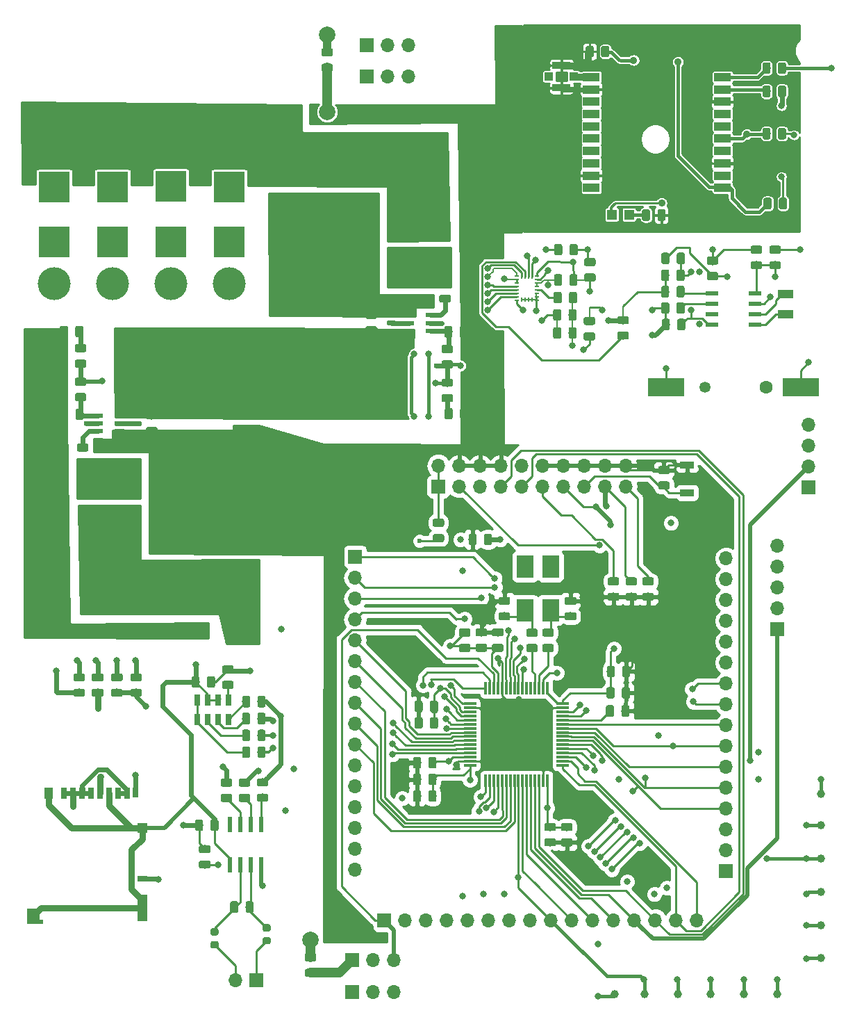
<source format=gtl>
G04 #@! TF.GenerationSoftware,KiCad,Pcbnew,5.0.2-bee76a0~70~ubuntu18.04.1*
G04 #@! TF.CreationDate,2019-10-25T13:23:31-07:00*
G04 #@! TF.ProjectId,habiv-board,68616269-762d-4626-9f61-72642e6b6963,rev?*
G04 #@! TF.SameCoordinates,Original*
G04 #@! TF.FileFunction,Copper,L1,Top*
G04 #@! TF.FilePolarity,Positive*
%FSLAX46Y46*%
G04 Gerber Fmt 4.6, Leading zero omitted, Abs format (unit mm)*
G04 Created by KiCad (PCBNEW 5.0.2-bee76a0~70~ubuntu18.04.1) date Fri 25 Oct 2019 01:23:31 PM PDT*
%MOMM*%
%LPD*%
G01*
G04 APERTURE LIST*
G04 #@! TA.AperFunction,ComponentPad*
%ADD10R,1.700000X1.700000*%
G04 #@! TD*
G04 #@! TA.AperFunction,ComponentPad*
%ADD11O,1.700000X1.700000*%
G04 #@! TD*
G04 #@! TA.AperFunction,ComponentPad*
%ADD12C,4.000000*%
G04 #@! TD*
G04 #@! TA.AperFunction,ComponentPad*
%ADD13R,3.800000X3.800000*%
G04 #@! TD*
G04 #@! TA.AperFunction,ComponentPad*
%ADD14C,3.800000*%
G04 #@! TD*
G04 #@! TA.AperFunction,Conductor*
%ADD15C,0.100000*%
G04 #@! TD*
G04 #@! TA.AperFunction,SMDPad,CuDef*
%ADD16C,0.975000*%
G04 #@! TD*
G04 #@! TA.AperFunction,BGAPad,CuDef*
%ADD17C,1.000000*%
G04 #@! TD*
G04 #@! TA.AperFunction,SMDPad,CuDef*
%ADD18R,0.650000X1.360000*%
G04 #@! TD*
G04 #@! TA.AperFunction,SMDPad,CuDef*
%ADD19R,2.000000X1.000000*%
G04 #@! TD*
G04 #@! TA.AperFunction,SMDPad,CuDef*
%ADD20R,1.200000X1.200000*%
G04 #@! TD*
G04 #@! TA.AperFunction,SMDPad,CuDef*
%ADD21R,2.200000X0.850000*%
G04 #@! TD*
G04 #@! TA.AperFunction,SMDPad,CuDef*
%ADD22R,1.050000X1.000000*%
G04 #@! TD*
G04 #@! TA.AperFunction,SMDPad,CuDef*
%ADD23R,1.650000X0.610000*%
G04 #@! TD*
G04 #@! TA.AperFunction,SMDPad,CuDef*
%ADD24R,1.905000X1.092200*%
G04 #@! TD*
G04 #@! TA.AperFunction,SMDPad,CuDef*
%ADD25R,2.200000X1.500000*%
G04 #@! TD*
G04 #@! TA.AperFunction,SMDPad,CuDef*
%ADD26R,1.270000X0.558800*%
G04 #@! TD*
G04 #@! TA.AperFunction,SMDPad,CuDef*
%ADD27R,0.300000X1.500000*%
G04 #@! TD*
G04 #@! TA.AperFunction,SMDPad,CuDef*
%ADD28R,1.500000X0.300000*%
G04 #@! TD*
G04 #@! TA.AperFunction,SMDPad,CuDef*
%ADD29R,0.700000X1.400000*%
G04 #@! TD*
G04 #@! TA.AperFunction,SMDPad,CuDef*
%ADD30R,1.500000X1.900000*%
G04 #@! TD*
G04 #@! TA.AperFunction,SMDPad,CuDef*
%ADD31R,1.000000X1.400000*%
G04 #@! TD*
G04 #@! TA.AperFunction,SMDPad,CuDef*
%ADD32R,1.200000X3.200000*%
G04 #@! TD*
G04 #@! TA.AperFunction,SMDPad,CuDef*
%ADD33R,0.700000X1.200000*%
G04 #@! TD*
G04 #@! TA.AperFunction,SMDPad,CuDef*
%ADD34R,0.500000X0.500000*%
G04 #@! TD*
G04 #@! TA.AperFunction,SMDPad,CuDef*
%ADD35R,1.200000X0.800000*%
G04 #@! TD*
G04 #@! TA.AperFunction,SMDPad,CuDef*
%ADD36C,0.200000*%
G04 #@! TD*
G04 #@! TA.AperFunction,SMDPad,CuDef*
%ADD37R,1.700000X0.900000*%
G04 #@! TD*
G04 #@! TA.AperFunction,SMDPad,CuDef*
%ADD38R,2.100000X2.700000*%
G04 #@! TD*
G04 #@! TA.AperFunction,SMDPad,CuDef*
%ADD39R,0.530000X1.980000*%
G04 #@! TD*
G04 #@! TA.AperFunction,SMDPad,CuDef*
%ADD40C,0.875000*%
G04 #@! TD*
G04 #@! TA.AperFunction,SMDPad,CuDef*
%ADD41R,4.500000X2.300000*%
G04 #@! TD*
G04 #@! TA.AperFunction,WasherPad*
%ADD42C,1.600000*%
G04 #@! TD*
G04 #@! TA.AperFunction,WasherPad*
%ADD43C,1.350000*%
G04 #@! TD*
G04 #@! TA.AperFunction,SMDPad,CuDef*
%ADD44R,0.280000X0.550000*%
G04 #@! TD*
G04 #@! TA.AperFunction,SMDPad,CuDef*
%ADD45R,0.550000X0.280000*%
G04 #@! TD*
G04 #@! TA.AperFunction,ViaPad*
%ADD46C,0.800000*%
G04 #@! TD*
G04 #@! TA.AperFunction,ViaPad*
%ADD47C,0.600000*%
G04 #@! TD*
G04 #@! TA.AperFunction,ViaPad*
%ADD48C,0.906400*%
G04 #@! TD*
G04 #@! TA.AperFunction,ViaPad*
%ADD49C,2.000000*%
G04 #@! TD*
G04 #@! TA.AperFunction,Conductor*
%ADD50C,0.250000*%
G04 #@! TD*
G04 #@! TA.AperFunction,Conductor*
%ADD51C,0.600000*%
G04 #@! TD*
G04 #@! TA.AperFunction,Conductor*
%ADD52C,0.200000*%
G04 #@! TD*
G04 #@! TA.AperFunction,Conductor*
%ADD53C,0.750000*%
G04 #@! TD*
G04 #@! TA.AperFunction,Conductor*
%ADD54C,0.500000*%
G04 #@! TD*
G04 #@! TA.AperFunction,Conductor*
%ADD55C,0.400000*%
G04 #@! TD*
G04 #@! TA.AperFunction,Conductor*
%ADD56C,0.406400*%
G04 #@! TD*
G04 #@! TA.AperFunction,Conductor*
%ADD57C,0.609600*%
G04 #@! TD*
G04 #@! TA.AperFunction,Conductor*
%ADD58C,0.812800*%
G04 #@! TD*
G04 #@! TA.AperFunction,Conductor*
%ADD59C,0.406000*%
G04 #@! TD*
G04 #@! TA.AperFunction,Conductor*
%ADD60C,1.200000*%
G04 #@! TD*
G04 #@! TA.AperFunction,Conductor*
%ADD61C,1.000000*%
G04 #@! TD*
G04 #@! TA.AperFunction,Conductor*
%ADD62C,0.300000*%
G04 #@! TD*
G04 #@! TA.AperFunction,Conductor*
%ADD63C,0.813000*%
G04 #@! TD*
G04 #@! TA.AperFunction,Conductor*
%ADD64C,0.304800*%
G04 #@! TD*
G04 #@! TA.AperFunction,Conductor*
%ADD65C,0.254000*%
G04 #@! TD*
G04 APERTURE END LIST*
D10*
G04 #@! TO.P,J21,1*
G04 #@! TO.N,GND*
X177546000Y-66040000D03*
D11*
G04 #@! TO.P,J21,2*
G04 #@! TO.N,PB5*
X177546000Y-63500000D03*
G04 #@! TO.P,J21,3*
G04 #@! TO.N,PB3*
X177546000Y-60960000D03*
G04 #@! TO.P,J21,4*
G04 #@! TO.N,+3V3*
X177546000Y-58420000D03*
G04 #@! TD*
D10*
G04 #@! TO.P,J20,1*
G04 #@! TO.N,PA12*
X173736000Y-83312000D03*
D11*
G04 #@! TO.P,J20,2*
G04 #@! TO.N,PA11*
X173736000Y-80772000D03*
G04 #@! TO.P,J20,3*
G04 #@! TO.N,PB10*
X173736000Y-78232000D03*
G04 #@! TO.P,J20,4*
G04 #@! TO.N,+5V*
X173736000Y-75692000D03*
G04 #@! TO.P,J20,5*
G04 #@! TO.N,GND*
X173736000Y-73152000D03*
G04 #@! TD*
G04 #@! TO.P,J18,3*
G04 #@! TO.N,PA10*
X128778000Y-12192000D03*
G04 #@! TO.P,J18,2*
G04 #@! TO.N,+5V*
X126238000Y-12192000D03*
D10*
G04 #@! TO.P,J18,1*
G04 #@! TO.N,GND*
X123698000Y-12192000D03*
G04 #@! TD*
G04 #@! TO.P,J17,1*
G04 #@! TO.N,GND*
X121920000Y-127508000D03*
D11*
G04 #@! TO.P,J17,2*
G04 #@! TO.N,+5V*
X124460000Y-127508000D03*
G04 #@! TO.P,J17,3*
G04 #@! TO.N,PA1*
X127000000Y-127508000D03*
G04 #@! TD*
G04 #@! TO.P,J5,3*
G04 #@! TO.N,PA0*
X127000000Y-123619974D03*
G04 #@! TO.P,J5,2*
G04 #@! TO.N,+5V*
X124460000Y-123619974D03*
D10*
G04 #@! TO.P,J5,1*
G04 #@! TO.N,GND*
X121920000Y-123619974D03*
G04 #@! TD*
G04 #@! TO.P,J19,1*
G04 #@! TO.N,GND*
X123698000Y-16002000D03*
D11*
G04 #@! TO.P,J19,2*
G04 #@! TO.N,+5V*
X126238000Y-16002000D03*
G04 #@! TO.P,J19,3*
G04 #@! TO.N,PA9*
X128778000Y-16002000D03*
G04 #@! TD*
D12*
G04 #@! TO.P,J15,2*
G04 #@! TO.N,+5V*
X92710000Y-41179121D03*
D13*
G04 #@! TO.P,J15,1*
G04 #@! TO.N,GND*
X92710000Y-36179121D03*
G04 #@! TD*
G04 #@! TO.P,J16,1*
G04 #@! TO.N,GND*
X99822000Y-36179121D03*
D12*
G04 #@! TO.P,J16,2*
G04 #@! TO.N,+5V*
X99822000Y-41179121D03*
G04 #@! TD*
G04 #@! TO.P,J13,2*
G04 #@! TO.N,+3V3*
X85598000Y-24464000D03*
D13*
G04 #@! TO.P,J13,1*
G04 #@! TO.N,GND*
X85598000Y-29464000D03*
G04 #@! TD*
G04 #@! TO.P,J14,1*
G04 #@! TO.N,GND*
X106934000Y-29464000D03*
D12*
G04 #@! TO.P,J14,2*
G04 #@! TO.N,+3V3*
X106934000Y-24464000D03*
G04 #@! TD*
G04 #@! TO.P,J12,2*
G04 #@! TO.N,+3V3*
X99822000Y-24384000D03*
D13*
G04 #@! TO.P,J12,1*
G04 #@! TO.N,GND*
X99822000Y-29384000D03*
G04 #@! TD*
G04 #@! TO.P,J11,1*
G04 #@! TO.N,GND*
X85598000Y-36179121D03*
D12*
G04 #@! TO.P,J11,2*
G04 #@! TO.N,+5V*
X85598000Y-41179121D03*
G04 #@! TD*
G04 #@! TO.P,J10,2*
G04 #@! TO.N,+3V3*
X92710000Y-24464000D03*
D13*
G04 #@! TO.P,J10,1*
G04 #@! TO.N,GND*
X92710000Y-29464000D03*
G04 #@! TD*
G04 #@! TO.P,J8,1*
G04 #@! TO.N,GND*
X106934000Y-36179121D03*
D12*
G04 #@! TO.P,J8,2*
G04 #@! TO.N,+5V*
X106934000Y-41179121D03*
G04 #@! TD*
D13*
G04 #@! TO.P,J9,1*
G04 #@! TO.N,GND*
X109474000Y-60706000D03*
D14*
G04 #@! TO.P,J9,2*
G04 #@! TO.N,Net-(C8-Pad1)*
X109474000Y-55706000D03*
G04 #@! TD*
D15*
G04 #@! TO.N,Net-(C7-Pad1)*
G04 #@! TO.C,C7*
G36*
X153018642Y-12255174D02*
X153042303Y-12258684D01*
X153065507Y-12264496D01*
X153088029Y-12272554D01*
X153109653Y-12282782D01*
X153130170Y-12295079D01*
X153149383Y-12309329D01*
X153167107Y-12325393D01*
X153183171Y-12343117D01*
X153197421Y-12362330D01*
X153209718Y-12382847D01*
X153219946Y-12404471D01*
X153228004Y-12426993D01*
X153233816Y-12450197D01*
X153237326Y-12473858D01*
X153238500Y-12497750D01*
X153238500Y-13410250D01*
X153237326Y-13434142D01*
X153233816Y-13457803D01*
X153228004Y-13481007D01*
X153219946Y-13503529D01*
X153209718Y-13525153D01*
X153197421Y-13545670D01*
X153183171Y-13564883D01*
X153167107Y-13582607D01*
X153149383Y-13598671D01*
X153130170Y-13612921D01*
X153109653Y-13625218D01*
X153088029Y-13635446D01*
X153065507Y-13643504D01*
X153042303Y-13649316D01*
X153018642Y-13652826D01*
X152994750Y-13654000D01*
X152507250Y-13654000D01*
X152483358Y-13652826D01*
X152459697Y-13649316D01*
X152436493Y-13643504D01*
X152413971Y-13635446D01*
X152392347Y-13625218D01*
X152371830Y-13612921D01*
X152352617Y-13598671D01*
X152334893Y-13582607D01*
X152318829Y-13564883D01*
X152304579Y-13545670D01*
X152292282Y-13525153D01*
X152282054Y-13503529D01*
X152273996Y-13481007D01*
X152268184Y-13457803D01*
X152264674Y-13434142D01*
X152263500Y-13410250D01*
X152263500Y-12497750D01*
X152264674Y-12473858D01*
X152268184Y-12450197D01*
X152273996Y-12426993D01*
X152282054Y-12404471D01*
X152292282Y-12382847D01*
X152304579Y-12362330D01*
X152318829Y-12343117D01*
X152334893Y-12325393D01*
X152352617Y-12309329D01*
X152371830Y-12295079D01*
X152392347Y-12282782D01*
X152413971Y-12272554D01*
X152436493Y-12264496D01*
X152459697Y-12258684D01*
X152483358Y-12255174D01*
X152507250Y-12254000D01*
X152994750Y-12254000D01*
X153018642Y-12255174D01*
X153018642Y-12255174D01*
G37*
D16*
G04 #@! TD*
G04 #@! TO.P,C7,1*
G04 #@! TO.N,Net-(C7-Pad1)*
X152751000Y-12954000D03*
D15*
G04 #@! TO.N,GND*
G04 #@! TO.C,C7*
G36*
X151143642Y-12255174D02*
X151167303Y-12258684D01*
X151190507Y-12264496D01*
X151213029Y-12272554D01*
X151234653Y-12282782D01*
X151255170Y-12295079D01*
X151274383Y-12309329D01*
X151292107Y-12325393D01*
X151308171Y-12343117D01*
X151322421Y-12362330D01*
X151334718Y-12382847D01*
X151344946Y-12404471D01*
X151353004Y-12426993D01*
X151358816Y-12450197D01*
X151362326Y-12473858D01*
X151363500Y-12497750D01*
X151363500Y-13410250D01*
X151362326Y-13434142D01*
X151358816Y-13457803D01*
X151353004Y-13481007D01*
X151344946Y-13503529D01*
X151334718Y-13525153D01*
X151322421Y-13545670D01*
X151308171Y-13564883D01*
X151292107Y-13582607D01*
X151274383Y-13598671D01*
X151255170Y-13612921D01*
X151234653Y-13625218D01*
X151213029Y-13635446D01*
X151190507Y-13643504D01*
X151167303Y-13649316D01*
X151143642Y-13652826D01*
X151119750Y-13654000D01*
X150632250Y-13654000D01*
X150608358Y-13652826D01*
X150584697Y-13649316D01*
X150561493Y-13643504D01*
X150538971Y-13635446D01*
X150517347Y-13625218D01*
X150496830Y-13612921D01*
X150477617Y-13598671D01*
X150459893Y-13582607D01*
X150443829Y-13564883D01*
X150429579Y-13545670D01*
X150417282Y-13525153D01*
X150407054Y-13503529D01*
X150398996Y-13481007D01*
X150393184Y-13457803D01*
X150389674Y-13434142D01*
X150388500Y-13410250D01*
X150388500Y-12497750D01*
X150389674Y-12473858D01*
X150393184Y-12450197D01*
X150398996Y-12426993D01*
X150407054Y-12404471D01*
X150417282Y-12382847D01*
X150429579Y-12362330D01*
X150443829Y-12343117D01*
X150459893Y-12325393D01*
X150477617Y-12309329D01*
X150496830Y-12295079D01*
X150517347Y-12282782D01*
X150538971Y-12272554D01*
X150561493Y-12264496D01*
X150584697Y-12258684D01*
X150608358Y-12255174D01*
X150632250Y-12254000D01*
X151119750Y-12254000D01*
X151143642Y-12255174D01*
X151143642Y-12255174D01*
G37*
D16*
G04 #@! TD*
G04 #@! TO.P,C7,2*
G04 #@! TO.N,GND*
X150876000Y-12954000D03*
D17*
G04 #@! TO.P,TP12,1*
G04 #@! TO.N,RST*
X153924000Y-127762000D03*
G04 #@! TD*
G04 #@! TO.P,TP11,1*
G04 #@! TO.N,PB4*
X179070000Y-103378000D03*
G04 #@! TD*
D15*
G04 #@! TO.N,GND*
G04 #@! TO.C,C4*
G36*
X173962142Y-38472674D02*
X173985803Y-38476184D01*
X174009007Y-38481996D01*
X174031529Y-38490054D01*
X174053153Y-38500282D01*
X174073670Y-38512579D01*
X174092883Y-38526829D01*
X174110607Y-38542893D01*
X174126671Y-38560617D01*
X174140921Y-38579830D01*
X174153218Y-38600347D01*
X174163446Y-38621971D01*
X174171504Y-38644493D01*
X174177316Y-38667697D01*
X174180826Y-38691358D01*
X174182000Y-38715250D01*
X174182000Y-39202750D01*
X174180826Y-39226642D01*
X174177316Y-39250303D01*
X174171504Y-39273507D01*
X174163446Y-39296029D01*
X174153218Y-39317653D01*
X174140921Y-39338170D01*
X174126671Y-39357383D01*
X174110607Y-39375107D01*
X174092883Y-39391171D01*
X174073670Y-39405421D01*
X174053153Y-39417718D01*
X174031529Y-39427946D01*
X174009007Y-39436004D01*
X173985803Y-39441816D01*
X173962142Y-39445326D01*
X173938250Y-39446500D01*
X173025750Y-39446500D01*
X173001858Y-39445326D01*
X172978197Y-39441816D01*
X172954993Y-39436004D01*
X172932471Y-39427946D01*
X172910847Y-39417718D01*
X172890330Y-39405421D01*
X172871117Y-39391171D01*
X172853393Y-39375107D01*
X172837329Y-39357383D01*
X172823079Y-39338170D01*
X172810782Y-39317653D01*
X172800554Y-39296029D01*
X172792496Y-39273507D01*
X172786684Y-39250303D01*
X172783174Y-39226642D01*
X172782000Y-39202750D01*
X172782000Y-38715250D01*
X172783174Y-38691358D01*
X172786684Y-38667697D01*
X172792496Y-38644493D01*
X172800554Y-38621971D01*
X172810782Y-38600347D01*
X172823079Y-38579830D01*
X172837329Y-38560617D01*
X172853393Y-38542893D01*
X172871117Y-38526829D01*
X172890330Y-38512579D01*
X172910847Y-38500282D01*
X172932471Y-38490054D01*
X172954993Y-38481996D01*
X172978197Y-38476184D01*
X173001858Y-38472674D01*
X173025750Y-38471500D01*
X173938250Y-38471500D01*
X173962142Y-38472674D01*
X173962142Y-38472674D01*
G37*
D16*
G04 #@! TD*
G04 #@! TO.P,C4,2*
G04 #@! TO.N,GND*
X173482000Y-38959000D03*
D15*
G04 #@! TO.N,Net-(C4-Pad1)*
G04 #@! TO.C,C4*
G36*
X173962142Y-36597674D02*
X173985803Y-36601184D01*
X174009007Y-36606996D01*
X174031529Y-36615054D01*
X174053153Y-36625282D01*
X174073670Y-36637579D01*
X174092883Y-36651829D01*
X174110607Y-36667893D01*
X174126671Y-36685617D01*
X174140921Y-36704830D01*
X174153218Y-36725347D01*
X174163446Y-36746971D01*
X174171504Y-36769493D01*
X174177316Y-36792697D01*
X174180826Y-36816358D01*
X174182000Y-36840250D01*
X174182000Y-37327750D01*
X174180826Y-37351642D01*
X174177316Y-37375303D01*
X174171504Y-37398507D01*
X174163446Y-37421029D01*
X174153218Y-37442653D01*
X174140921Y-37463170D01*
X174126671Y-37482383D01*
X174110607Y-37500107D01*
X174092883Y-37516171D01*
X174073670Y-37530421D01*
X174053153Y-37542718D01*
X174031529Y-37552946D01*
X174009007Y-37561004D01*
X173985803Y-37566816D01*
X173962142Y-37570326D01*
X173938250Y-37571500D01*
X173025750Y-37571500D01*
X173001858Y-37570326D01*
X172978197Y-37566816D01*
X172954993Y-37561004D01*
X172932471Y-37552946D01*
X172910847Y-37542718D01*
X172890330Y-37530421D01*
X172871117Y-37516171D01*
X172853393Y-37500107D01*
X172837329Y-37482383D01*
X172823079Y-37463170D01*
X172810782Y-37442653D01*
X172800554Y-37421029D01*
X172792496Y-37398507D01*
X172786684Y-37375303D01*
X172783174Y-37351642D01*
X172782000Y-37327750D01*
X172782000Y-36840250D01*
X172783174Y-36816358D01*
X172786684Y-36792697D01*
X172792496Y-36769493D01*
X172800554Y-36746971D01*
X172810782Y-36725347D01*
X172823079Y-36704830D01*
X172837329Y-36685617D01*
X172853393Y-36667893D01*
X172871117Y-36651829D01*
X172890330Y-36637579D01*
X172910847Y-36625282D01*
X172932471Y-36615054D01*
X172954993Y-36606996D01*
X172978197Y-36601184D01*
X173001858Y-36597674D01*
X173025750Y-36596500D01*
X173938250Y-36596500D01*
X173962142Y-36597674D01*
X173962142Y-36597674D01*
G37*
D16*
G04 #@! TD*
G04 #@! TO.P,C4,1*
G04 #@! TO.N,Net-(C4-Pad1)*
X173482000Y-37084000D03*
D15*
G04 #@! TO.N,+3V3*
G04 #@! TO.C,C1*
G36*
X171676142Y-36597674D02*
X171699803Y-36601184D01*
X171723007Y-36606996D01*
X171745529Y-36615054D01*
X171767153Y-36625282D01*
X171787670Y-36637579D01*
X171806883Y-36651829D01*
X171824607Y-36667893D01*
X171840671Y-36685617D01*
X171854921Y-36704830D01*
X171867218Y-36725347D01*
X171877446Y-36746971D01*
X171885504Y-36769493D01*
X171891316Y-36792697D01*
X171894826Y-36816358D01*
X171896000Y-36840250D01*
X171896000Y-37327750D01*
X171894826Y-37351642D01*
X171891316Y-37375303D01*
X171885504Y-37398507D01*
X171877446Y-37421029D01*
X171867218Y-37442653D01*
X171854921Y-37463170D01*
X171840671Y-37482383D01*
X171824607Y-37500107D01*
X171806883Y-37516171D01*
X171787670Y-37530421D01*
X171767153Y-37542718D01*
X171745529Y-37552946D01*
X171723007Y-37561004D01*
X171699803Y-37566816D01*
X171676142Y-37570326D01*
X171652250Y-37571500D01*
X170739750Y-37571500D01*
X170715858Y-37570326D01*
X170692197Y-37566816D01*
X170668993Y-37561004D01*
X170646471Y-37552946D01*
X170624847Y-37542718D01*
X170604330Y-37530421D01*
X170585117Y-37516171D01*
X170567393Y-37500107D01*
X170551329Y-37482383D01*
X170537079Y-37463170D01*
X170524782Y-37442653D01*
X170514554Y-37421029D01*
X170506496Y-37398507D01*
X170500684Y-37375303D01*
X170497174Y-37351642D01*
X170496000Y-37327750D01*
X170496000Y-36840250D01*
X170497174Y-36816358D01*
X170500684Y-36792697D01*
X170506496Y-36769493D01*
X170514554Y-36746971D01*
X170524782Y-36725347D01*
X170537079Y-36704830D01*
X170551329Y-36685617D01*
X170567393Y-36667893D01*
X170585117Y-36651829D01*
X170604330Y-36637579D01*
X170624847Y-36625282D01*
X170646471Y-36615054D01*
X170668993Y-36606996D01*
X170692197Y-36601184D01*
X170715858Y-36597674D01*
X170739750Y-36596500D01*
X171652250Y-36596500D01*
X171676142Y-36597674D01*
X171676142Y-36597674D01*
G37*
D16*
G04 #@! TD*
G04 #@! TO.P,C1,1*
G04 #@! TO.N,+3V3*
X171196000Y-37084000D03*
D15*
G04 #@! TO.N,GND*
G04 #@! TO.C,C1*
G36*
X171676142Y-38472674D02*
X171699803Y-38476184D01*
X171723007Y-38481996D01*
X171745529Y-38490054D01*
X171767153Y-38500282D01*
X171787670Y-38512579D01*
X171806883Y-38526829D01*
X171824607Y-38542893D01*
X171840671Y-38560617D01*
X171854921Y-38579830D01*
X171867218Y-38600347D01*
X171877446Y-38621971D01*
X171885504Y-38644493D01*
X171891316Y-38667697D01*
X171894826Y-38691358D01*
X171896000Y-38715250D01*
X171896000Y-39202750D01*
X171894826Y-39226642D01*
X171891316Y-39250303D01*
X171885504Y-39273507D01*
X171877446Y-39296029D01*
X171867218Y-39317653D01*
X171854921Y-39338170D01*
X171840671Y-39357383D01*
X171824607Y-39375107D01*
X171806883Y-39391171D01*
X171787670Y-39405421D01*
X171767153Y-39417718D01*
X171745529Y-39427946D01*
X171723007Y-39436004D01*
X171699803Y-39441816D01*
X171676142Y-39445326D01*
X171652250Y-39446500D01*
X170739750Y-39446500D01*
X170715858Y-39445326D01*
X170692197Y-39441816D01*
X170668993Y-39436004D01*
X170646471Y-39427946D01*
X170624847Y-39417718D01*
X170604330Y-39405421D01*
X170585117Y-39391171D01*
X170567393Y-39375107D01*
X170551329Y-39357383D01*
X170537079Y-39338170D01*
X170524782Y-39317653D01*
X170514554Y-39296029D01*
X170506496Y-39273507D01*
X170500684Y-39250303D01*
X170497174Y-39226642D01*
X170496000Y-39202750D01*
X170496000Y-38715250D01*
X170497174Y-38691358D01*
X170500684Y-38667697D01*
X170506496Y-38644493D01*
X170514554Y-38621971D01*
X170524782Y-38600347D01*
X170537079Y-38579830D01*
X170551329Y-38560617D01*
X170567393Y-38542893D01*
X170585117Y-38526829D01*
X170604330Y-38512579D01*
X170624847Y-38500282D01*
X170646471Y-38490054D01*
X170668993Y-38481996D01*
X170692197Y-38476184D01*
X170715858Y-38472674D01*
X170739750Y-38471500D01*
X171652250Y-38471500D01*
X171676142Y-38472674D01*
X171676142Y-38472674D01*
G37*
D16*
G04 #@! TD*
G04 #@! TO.P,C1,2*
G04 #@! TO.N,GND*
X171196000Y-38959000D03*
D17*
G04 #@! TO.P,TP7,1*
G04 #@! TO.N,PC7*
X179090999Y-123381001D03*
G04 #@! TD*
G04 #@! TO.P,TP8,1*
G04 #@! TO.N,PA8*
X157542999Y-127768999D03*
G04 #@! TD*
G04 #@! TO.P,TP9,1*
G04 #@! TO.N,PB7*
X179090999Y-119331001D03*
G04 #@! TD*
G04 #@! TO.P,TP10,1*
G04 #@! TO.N,PB6*
X161592999Y-127768999D03*
G04 #@! TD*
G04 #@! TO.P,TP6,1*
G04 #@! TO.N,PA3*
X179090999Y-115281001D03*
G04 #@! TD*
G04 #@! TO.P,TP5,1*
G04 #@! TO.N,PA7*
X165642999Y-127768999D03*
G04 #@! TD*
G04 #@! TO.P,TP4,1*
G04 #@! TO.N,PA5*
X179090999Y-111231001D03*
G04 #@! TD*
G04 #@! TO.P,TP3,1*
G04 #@! TO.N,PA6*
X169692999Y-127768999D03*
G04 #@! TD*
G04 #@! TO.P,TP2,1*
G04 #@! TO.N,PB9*
X179090999Y-107181001D03*
G04 #@! TD*
G04 #@! TO.P,TP1,1*
G04 #@! TO.N,PB8*
X173742999Y-127768999D03*
G04 #@! TD*
D18*
G04 #@! TO.P,U7,1*
G04 #@! TO.N,Net-(R44-Pad2)*
X106824234Y-91959805D03*
G04 #@! TO.P,U7,8*
G04 #@! TO.N,Net-(R31-Pad1)*
X106824234Y-94309805D03*
G04 #@! TO.P,U7,2*
G04 #@! TO.N,GND*
X105574234Y-91959805D03*
G04 #@! TO.P,U7,3*
X104324234Y-91959805D03*
G04 #@! TO.P,U7,4*
G04 #@! TO.N,Net-(R36-Pad2)*
X103074234Y-91959805D03*
G04 #@! TO.P,U7,5*
X103074234Y-94309805D03*
G04 #@! TO.P,U7,6*
G04 #@! TO.N,Net-(R35-Pad1)*
X104324234Y-94309805D03*
G04 #@! TO.P,U7,7*
G04 #@! TO.N,Net-(R34-Pad1)*
X105574234Y-94309805D03*
G04 #@! TD*
D15*
G04 #@! TO.N,+3V3*
G04 #@! TO.C,C10*
G36*
X104981876Y-89030979D02*
X105005537Y-89034489D01*
X105028741Y-89040301D01*
X105051263Y-89048359D01*
X105072887Y-89058587D01*
X105093404Y-89070884D01*
X105112617Y-89085134D01*
X105130341Y-89101198D01*
X105146405Y-89118922D01*
X105160655Y-89138135D01*
X105172952Y-89158652D01*
X105183180Y-89180276D01*
X105191238Y-89202798D01*
X105197050Y-89226002D01*
X105200560Y-89249663D01*
X105201734Y-89273555D01*
X105201734Y-90186055D01*
X105200560Y-90209947D01*
X105197050Y-90233608D01*
X105191238Y-90256812D01*
X105183180Y-90279334D01*
X105172952Y-90300958D01*
X105160655Y-90321475D01*
X105146405Y-90340688D01*
X105130341Y-90358412D01*
X105112617Y-90374476D01*
X105093404Y-90388726D01*
X105072887Y-90401023D01*
X105051263Y-90411251D01*
X105028741Y-90419309D01*
X105005537Y-90425121D01*
X104981876Y-90428631D01*
X104957984Y-90429805D01*
X104470484Y-90429805D01*
X104446592Y-90428631D01*
X104422931Y-90425121D01*
X104399727Y-90419309D01*
X104377205Y-90411251D01*
X104355581Y-90401023D01*
X104335064Y-90388726D01*
X104315851Y-90374476D01*
X104298127Y-90358412D01*
X104282063Y-90340688D01*
X104267813Y-90321475D01*
X104255516Y-90300958D01*
X104245288Y-90279334D01*
X104237230Y-90256812D01*
X104231418Y-90233608D01*
X104227908Y-90209947D01*
X104226734Y-90186055D01*
X104226734Y-89273555D01*
X104227908Y-89249663D01*
X104231418Y-89226002D01*
X104237230Y-89202798D01*
X104245288Y-89180276D01*
X104255516Y-89158652D01*
X104267813Y-89138135D01*
X104282063Y-89118922D01*
X104298127Y-89101198D01*
X104315851Y-89085134D01*
X104335064Y-89070884D01*
X104355581Y-89058587D01*
X104377205Y-89048359D01*
X104399727Y-89040301D01*
X104422931Y-89034489D01*
X104446592Y-89030979D01*
X104470484Y-89029805D01*
X104957984Y-89029805D01*
X104981876Y-89030979D01*
X104981876Y-89030979D01*
G37*
D16*
G04 #@! TD*
G04 #@! TO.P,C10,1*
G04 #@! TO.N,+3V3*
X104714234Y-89729805D03*
D15*
G04 #@! TO.N,GND*
G04 #@! TO.C,C10*
G36*
X103106876Y-89030979D02*
X103130537Y-89034489D01*
X103153741Y-89040301D01*
X103176263Y-89048359D01*
X103197887Y-89058587D01*
X103218404Y-89070884D01*
X103237617Y-89085134D01*
X103255341Y-89101198D01*
X103271405Y-89118922D01*
X103285655Y-89138135D01*
X103297952Y-89158652D01*
X103308180Y-89180276D01*
X103316238Y-89202798D01*
X103322050Y-89226002D01*
X103325560Y-89249663D01*
X103326734Y-89273555D01*
X103326734Y-90186055D01*
X103325560Y-90209947D01*
X103322050Y-90233608D01*
X103316238Y-90256812D01*
X103308180Y-90279334D01*
X103297952Y-90300958D01*
X103285655Y-90321475D01*
X103271405Y-90340688D01*
X103255341Y-90358412D01*
X103237617Y-90374476D01*
X103218404Y-90388726D01*
X103197887Y-90401023D01*
X103176263Y-90411251D01*
X103153741Y-90419309D01*
X103130537Y-90425121D01*
X103106876Y-90428631D01*
X103082984Y-90429805D01*
X102595484Y-90429805D01*
X102571592Y-90428631D01*
X102547931Y-90425121D01*
X102524727Y-90419309D01*
X102502205Y-90411251D01*
X102480581Y-90401023D01*
X102460064Y-90388726D01*
X102440851Y-90374476D01*
X102423127Y-90358412D01*
X102407063Y-90340688D01*
X102392813Y-90321475D01*
X102380516Y-90300958D01*
X102370288Y-90279334D01*
X102362230Y-90256812D01*
X102356418Y-90233608D01*
X102352908Y-90209947D01*
X102351734Y-90186055D01*
X102351734Y-89273555D01*
X102352908Y-89249663D01*
X102356418Y-89226002D01*
X102362230Y-89202798D01*
X102370288Y-89180276D01*
X102380516Y-89158652D01*
X102392813Y-89138135D01*
X102407063Y-89118922D01*
X102423127Y-89101198D01*
X102440851Y-89085134D01*
X102460064Y-89070884D01*
X102480581Y-89058587D01*
X102502205Y-89048359D01*
X102524727Y-89040301D01*
X102547931Y-89034489D01*
X102571592Y-89030979D01*
X102595484Y-89029805D01*
X103082984Y-89029805D01*
X103106876Y-89030979D01*
X103106876Y-89030979D01*
G37*
D16*
G04 #@! TD*
G04 #@! TO.P,C10,2*
G04 #@! TO.N,GND*
X102839234Y-89729805D03*
D15*
G04 #@! TO.N,PA5*
G04 #@! TO.C,R31*
G36*
X111131876Y-91430979D02*
X111155537Y-91434489D01*
X111178741Y-91440301D01*
X111201263Y-91448359D01*
X111222887Y-91458587D01*
X111243404Y-91470884D01*
X111262617Y-91485134D01*
X111280341Y-91501198D01*
X111296405Y-91518922D01*
X111310655Y-91538135D01*
X111322952Y-91558652D01*
X111333180Y-91580276D01*
X111341238Y-91602798D01*
X111347050Y-91626002D01*
X111350560Y-91649663D01*
X111351734Y-91673555D01*
X111351734Y-92586055D01*
X111350560Y-92609947D01*
X111347050Y-92633608D01*
X111341238Y-92656812D01*
X111333180Y-92679334D01*
X111322952Y-92700958D01*
X111310655Y-92721475D01*
X111296405Y-92740688D01*
X111280341Y-92758412D01*
X111262617Y-92774476D01*
X111243404Y-92788726D01*
X111222887Y-92801023D01*
X111201263Y-92811251D01*
X111178741Y-92819309D01*
X111155537Y-92825121D01*
X111131876Y-92828631D01*
X111107984Y-92829805D01*
X110620484Y-92829805D01*
X110596592Y-92828631D01*
X110572931Y-92825121D01*
X110549727Y-92819309D01*
X110527205Y-92811251D01*
X110505581Y-92801023D01*
X110485064Y-92788726D01*
X110465851Y-92774476D01*
X110448127Y-92758412D01*
X110432063Y-92740688D01*
X110417813Y-92721475D01*
X110405516Y-92700958D01*
X110395288Y-92679334D01*
X110387230Y-92656812D01*
X110381418Y-92633608D01*
X110377908Y-92609947D01*
X110376734Y-92586055D01*
X110376734Y-91673555D01*
X110377908Y-91649663D01*
X110381418Y-91626002D01*
X110387230Y-91602798D01*
X110395288Y-91580276D01*
X110405516Y-91558652D01*
X110417813Y-91538135D01*
X110432063Y-91518922D01*
X110448127Y-91501198D01*
X110465851Y-91485134D01*
X110485064Y-91470884D01*
X110505581Y-91458587D01*
X110527205Y-91448359D01*
X110549727Y-91440301D01*
X110572931Y-91434489D01*
X110596592Y-91430979D01*
X110620484Y-91429805D01*
X111107984Y-91429805D01*
X111131876Y-91430979D01*
X111131876Y-91430979D01*
G37*
D16*
G04 #@! TD*
G04 #@! TO.P,R31,2*
G04 #@! TO.N,PA5*
X110864234Y-92129805D03*
D15*
G04 #@! TO.N,Net-(R31-Pad1)*
G04 #@! TO.C,R31*
G36*
X109256876Y-91430979D02*
X109280537Y-91434489D01*
X109303741Y-91440301D01*
X109326263Y-91448359D01*
X109347887Y-91458587D01*
X109368404Y-91470884D01*
X109387617Y-91485134D01*
X109405341Y-91501198D01*
X109421405Y-91518922D01*
X109435655Y-91538135D01*
X109447952Y-91558652D01*
X109458180Y-91580276D01*
X109466238Y-91602798D01*
X109472050Y-91626002D01*
X109475560Y-91649663D01*
X109476734Y-91673555D01*
X109476734Y-92586055D01*
X109475560Y-92609947D01*
X109472050Y-92633608D01*
X109466238Y-92656812D01*
X109458180Y-92679334D01*
X109447952Y-92700958D01*
X109435655Y-92721475D01*
X109421405Y-92740688D01*
X109405341Y-92758412D01*
X109387617Y-92774476D01*
X109368404Y-92788726D01*
X109347887Y-92801023D01*
X109326263Y-92811251D01*
X109303741Y-92819309D01*
X109280537Y-92825121D01*
X109256876Y-92828631D01*
X109232984Y-92829805D01*
X108745484Y-92829805D01*
X108721592Y-92828631D01*
X108697931Y-92825121D01*
X108674727Y-92819309D01*
X108652205Y-92811251D01*
X108630581Y-92801023D01*
X108610064Y-92788726D01*
X108590851Y-92774476D01*
X108573127Y-92758412D01*
X108557063Y-92740688D01*
X108542813Y-92721475D01*
X108530516Y-92700958D01*
X108520288Y-92679334D01*
X108512230Y-92656812D01*
X108506418Y-92633608D01*
X108502908Y-92609947D01*
X108501734Y-92586055D01*
X108501734Y-91673555D01*
X108502908Y-91649663D01*
X108506418Y-91626002D01*
X108512230Y-91602798D01*
X108520288Y-91580276D01*
X108530516Y-91558652D01*
X108542813Y-91538135D01*
X108557063Y-91518922D01*
X108573127Y-91501198D01*
X108590851Y-91485134D01*
X108610064Y-91470884D01*
X108630581Y-91458587D01*
X108652205Y-91448359D01*
X108674727Y-91440301D01*
X108697931Y-91434489D01*
X108721592Y-91430979D01*
X108745484Y-91429805D01*
X109232984Y-91429805D01*
X109256876Y-91430979D01*
X109256876Y-91430979D01*
G37*
D16*
G04 #@! TD*
G04 #@! TO.P,R31,1*
G04 #@! TO.N,Net-(R31-Pad1)*
X108989234Y-92129805D03*
D15*
G04 #@! TO.N,Net-(R34-Pad1)*
G04 #@! TO.C,R34*
G36*
X109256876Y-93480979D02*
X109280537Y-93484489D01*
X109303741Y-93490301D01*
X109326263Y-93498359D01*
X109347887Y-93508587D01*
X109368404Y-93520884D01*
X109387617Y-93535134D01*
X109405341Y-93551198D01*
X109421405Y-93568922D01*
X109435655Y-93588135D01*
X109447952Y-93608652D01*
X109458180Y-93630276D01*
X109466238Y-93652798D01*
X109472050Y-93676002D01*
X109475560Y-93699663D01*
X109476734Y-93723555D01*
X109476734Y-94636055D01*
X109475560Y-94659947D01*
X109472050Y-94683608D01*
X109466238Y-94706812D01*
X109458180Y-94729334D01*
X109447952Y-94750958D01*
X109435655Y-94771475D01*
X109421405Y-94790688D01*
X109405341Y-94808412D01*
X109387617Y-94824476D01*
X109368404Y-94838726D01*
X109347887Y-94851023D01*
X109326263Y-94861251D01*
X109303741Y-94869309D01*
X109280537Y-94875121D01*
X109256876Y-94878631D01*
X109232984Y-94879805D01*
X108745484Y-94879805D01*
X108721592Y-94878631D01*
X108697931Y-94875121D01*
X108674727Y-94869309D01*
X108652205Y-94861251D01*
X108630581Y-94851023D01*
X108610064Y-94838726D01*
X108590851Y-94824476D01*
X108573127Y-94808412D01*
X108557063Y-94790688D01*
X108542813Y-94771475D01*
X108530516Y-94750958D01*
X108520288Y-94729334D01*
X108512230Y-94706812D01*
X108506418Y-94683608D01*
X108502908Y-94659947D01*
X108501734Y-94636055D01*
X108501734Y-93723555D01*
X108502908Y-93699663D01*
X108506418Y-93676002D01*
X108512230Y-93652798D01*
X108520288Y-93630276D01*
X108530516Y-93608652D01*
X108542813Y-93588135D01*
X108557063Y-93568922D01*
X108573127Y-93551198D01*
X108590851Y-93535134D01*
X108610064Y-93520884D01*
X108630581Y-93508587D01*
X108652205Y-93498359D01*
X108674727Y-93490301D01*
X108697931Y-93484489D01*
X108721592Y-93480979D01*
X108745484Y-93479805D01*
X109232984Y-93479805D01*
X109256876Y-93480979D01*
X109256876Y-93480979D01*
G37*
D16*
G04 #@! TD*
G04 #@! TO.P,R34,1*
G04 #@! TO.N,Net-(R34-Pad1)*
X108989234Y-94179805D03*
D15*
G04 #@! TO.N,PA7*
G04 #@! TO.C,R34*
G36*
X111131876Y-93480979D02*
X111155537Y-93484489D01*
X111178741Y-93490301D01*
X111201263Y-93498359D01*
X111222887Y-93508587D01*
X111243404Y-93520884D01*
X111262617Y-93535134D01*
X111280341Y-93551198D01*
X111296405Y-93568922D01*
X111310655Y-93588135D01*
X111322952Y-93608652D01*
X111333180Y-93630276D01*
X111341238Y-93652798D01*
X111347050Y-93676002D01*
X111350560Y-93699663D01*
X111351734Y-93723555D01*
X111351734Y-94636055D01*
X111350560Y-94659947D01*
X111347050Y-94683608D01*
X111341238Y-94706812D01*
X111333180Y-94729334D01*
X111322952Y-94750958D01*
X111310655Y-94771475D01*
X111296405Y-94790688D01*
X111280341Y-94808412D01*
X111262617Y-94824476D01*
X111243404Y-94838726D01*
X111222887Y-94851023D01*
X111201263Y-94861251D01*
X111178741Y-94869309D01*
X111155537Y-94875121D01*
X111131876Y-94878631D01*
X111107984Y-94879805D01*
X110620484Y-94879805D01*
X110596592Y-94878631D01*
X110572931Y-94875121D01*
X110549727Y-94869309D01*
X110527205Y-94861251D01*
X110505581Y-94851023D01*
X110485064Y-94838726D01*
X110465851Y-94824476D01*
X110448127Y-94808412D01*
X110432063Y-94790688D01*
X110417813Y-94771475D01*
X110405516Y-94750958D01*
X110395288Y-94729334D01*
X110387230Y-94706812D01*
X110381418Y-94683608D01*
X110377908Y-94659947D01*
X110376734Y-94636055D01*
X110376734Y-93723555D01*
X110377908Y-93699663D01*
X110381418Y-93676002D01*
X110387230Y-93652798D01*
X110395288Y-93630276D01*
X110405516Y-93608652D01*
X110417813Y-93588135D01*
X110432063Y-93568922D01*
X110448127Y-93551198D01*
X110465851Y-93535134D01*
X110485064Y-93520884D01*
X110505581Y-93508587D01*
X110527205Y-93498359D01*
X110549727Y-93490301D01*
X110572931Y-93484489D01*
X110596592Y-93480979D01*
X110620484Y-93479805D01*
X111107984Y-93479805D01*
X111131876Y-93480979D01*
X111131876Y-93480979D01*
G37*
D16*
G04 #@! TD*
G04 #@! TO.P,R34,2*
G04 #@! TO.N,PA7*
X110864234Y-94179805D03*
D15*
G04 #@! TO.N,PA6*
G04 #@! TO.C,R35*
G36*
X111131876Y-95530979D02*
X111155537Y-95534489D01*
X111178741Y-95540301D01*
X111201263Y-95548359D01*
X111222887Y-95558587D01*
X111243404Y-95570884D01*
X111262617Y-95585134D01*
X111280341Y-95601198D01*
X111296405Y-95618922D01*
X111310655Y-95638135D01*
X111322952Y-95658652D01*
X111333180Y-95680276D01*
X111341238Y-95702798D01*
X111347050Y-95726002D01*
X111350560Y-95749663D01*
X111351734Y-95773555D01*
X111351734Y-96686055D01*
X111350560Y-96709947D01*
X111347050Y-96733608D01*
X111341238Y-96756812D01*
X111333180Y-96779334D01*
X111322952Y-96800958D01*
X111310655Y-96821475D01*
X111296405Y-96840688D01*
X111280341Y-96858412D01*
X111262617Y-96874476D01*
X111243404Y-96888726D01*
X111222887Y-96901023D01*
X111201263Y-96911251D01*
X111178741Y-96919309D01*
X111155537Y-96925121D01*
X111131876Y-96928631D01*
X111107984Y-96929805D01*
X110620484Y-96929805D01*
X110596592Y-96928631D01*
X110572931Y-96925121D01*
X110549727Y-96919309D01*
X110527205Y-96911251D01*
X110505581Y-96901023D01*
X110485064Y-96888726D01*
X110465851Y-96874476D01*
X110448127Y-96858412D01*
X110432063Y-96840688D01*
X110417813Y-96821475D01*
X110405516Y-96800958D01*
X110395288Y-96779334D01*
X110387230Y-96756812D01*
X110381418Y-96733608D01*
X110377908Y-96709947D01*
X110376734Y-96686055D01*
X110376734Y-95773555D01*
X110377908Y-95749663D01*
X110381418Y-95726002D01*
X110387230Y-95702798D01*
X110395288Y-95680276D01*
X110405516Y-95658652D01*
X110417813Y-95638135D01*
X110432063Y-95618922D01*
X110448127Y-95601198D01*
X110465851Y-95585134D01*
X110485064Y-95570884D01*
X110505581Y-95558587D01*
X110527205Y-95548359D01*
X110549727Y-95540301D01*
X110572931Y-95534489D01*
X110596592Y-95530979D01*
X110620484Y-95529805D01*
X111107984Y-95529805D01*
X111131876Y-95530979D01*
X111131876Y-95530979D01*
G37*
D16*
G04 #@! TD*
G04 #@! TO.P,R35,2*
G04 #@! TO.N,PA6*
X110864234Y-96229805D03*
D15*
G04 #@! TO.N,Net-(R35-Pad1)*
G04 #@! TO.C,R35*
G36*
X109256876Y-95530979D02*
X109280537Y-95534489D01*
X109303741Y-95540301D01*
X109326263Y-95548359D01*
X109347887Y-95558587D01*
X109368404Y-95570884D01*
X109387617Y-95585134D01*
X109405341Y-95601198D01*
X109421405Y-95618922D01*
X109435655Y-95638135D01*
X109447952Y-95658652D01*
X109458180Y-95680276D01*
X109466238Y-95702798D01*
X109472050Y-95726002D01*
X109475560Y-95749663D01*
X109476734Y-95773555D01*
X109476734Y-96686055D01*
X109475560Y-96709947D01*
X109472050Y-96733608D01*
X109466238Y-96756812D01*
X109458180Y-96779334D01*
X109447952Y-96800958D01*
X109435655Y-96821475D01*
X109421405Y-96840688D01*
X109405341Y-96858412D01*
X109387617Y-96874476D01*
X109368404Y-96888726D01*
X109347887Y-96901023D01*
X109326263Y-96911251D01*
X109303741Y-96919309D01*
X109280537Y-96925121D01*
X109256876Y-96928631D01*
X109232984Y-96929805D01*
X108745484Y-96929805D01*
X108721592Y-96928631D01*
X108697931Y-96925121D01*
X108674727Y-96919309D01*
X108652205Y-96911251D01*
X108630581Y-96901023D01*
X108610064Y-96888726D01*
X108590851Y-96874476D01*
X108573127Y-96858412D01*
X108557063Y-96840688D01*
X108542813Y-96821475D01*
X108530516Y-96800958D01*
X108520288Y-96779334D01*
X108512230Y-96756812D01*
X108506418Y-96733608D01*
X108502908Y-96709947D01*
X108501734Y-96686055D01*
X108501734Y-95773555D01*
X108502908Y-95749663D01*
X108506418Y-95726002D01*
X108512230Y-95702798D01*
X108520288Y-95680276D01*
X108530516Y-95658652D01*
X108542813Y-95638135D01*
X108557063Y-95618922D01*
X108573127Y-95601198D01*
X108590851Y-95585134D01*
X108610064Y-95570884D01*
X108630581Y-95558587D01*
X108652205Y-95548359D01*
X108674727Y-95540301D01*
X108697931Y-95534489D01*
X108721592Y-95530979D01*
X108745484Y-95529805D01*
X109232984Y-95529805D01*
X109256876Y-95530979D01*
X109256876Y-95530979D01*
G37*
D16*
G04 #@! TD*
G04 #@! TO.P,R35,1*
G04 #@! TO.N,Net-(R35-Pad1)*
X108989234Y-96229805D03*
D15*
G04 #@! TO.N,PA8*
G04 #@! TO.C,R36*
G36*
X111131876Y-97580979D02*
X111155537Y-97584489D01*
X111178741Y-97590301D01*
X111201263Y-97598359D01*
X111222887Y-97608587D01*
X111243404Y-97620884D01*
X111262617Y-97635134D01*
X111280341Y-97651198D01*
X111296405Y-97668922D01*
X111310655Y-97688135D01*
X111322952Y-97708652D01*
X111333180Y-97730276D01*
X111341238Y-97752798D01*
X111347050Y-97776002D01*
X111350560Y-97799663D01*
X111351734Y-97823555D01*
X111351734Y-98736055D01*
X111350560Y-98759947D01*
X111347050Y-98783608D01*
X111341238Y-98806812D01*
X111333180Y-98829334D01*
X111322952Y-98850958D01*
X111310655Y-98871475D01*
X111296405Y-98890688D01*
X111280341Y-98908412D01*
X111262617Y-98924476D01*
X111243404Y-98938726D01*
X111222887Y-98951023D01*
X111201263Y-98961251D01*
X111178741Y-98969309D01*
X111155537Y-98975121D01*
X111131876Y-98978631D01*
X111107984Y-98979805D01*
X110620484Y-98979805D01*
X110596592Y-98978631D01*
X110572931Y-98975121D01*
X110549727Y-98969309D01*
X110527205Y-98961251D01*
X110505581Y-98951023D01*
X110485064Y-98938726D01*
X110465851Y-98924476D01*
X110448127Y-98908412D01*
X110432063Y-98890688D01*
X110417813Y-98871475D01*
X110405516Y-98850958D01*
X110395288Y-98829334D01*
X110387230Y-98806812D01*
X110381418Y-98783608D01*
X110377908Y-98759947D01*
X110376734Y-98736055D01*
X110376734Y-97823555D01*
X110377908Y-97799663D01*
X110381418Y-97776002D01*
X110387230Y-97752798D01*
X110395288Y-97730276D01*
X110405516Y-97708652D01*
X110417813Y-97688135D01*
X110432063Y-97668922D01*
X110448127Y-97651198D01*
X110465851Y-97635134D01*
X110485064Y-97620884D01*
X110505581Y-97608587D01*
X110527205Y-97598359D01*
X110549727Y-97590301D01*
X110572931Y-97584489D01*
X110596592Y-97580979D01*
X110620484Y-97579805D01*
X111107984Y-97579805D01*
X111131876Y-97580979D01*
X111131876Y-97580979D01*
G37*
D16*
G04 #@! TD*
G04 #@! TO.P,R36,1*
G04 #@! TO.N,PA8*
X110864234Y-98279805D03*
D15*
G04 #@! TO.N,Net-(R36-Pad2)*
G04 #@! TO.C,R36*
G36*
X109256876Y-97580979D02*
X109280537Y-97584489D01*
X109303741Y-97590301D01*
X109326263Y-97598359D01*
X109347887Y-97608587D01*
X109368404Y-97620884D01*
X109387617Y-97635134D01*
X109405341Y-97651198D01*
X109421405Y-97668922D01*
X109435655Y-97688135D01*
X109447952Y-97708652D01*
X109458180Y-97730276D01*
X109466238Y-97752798D01*
X109472050Y-97776002D01*
X109475560Y-97799663D01*
X109476734Y-97823555D01*
X109476734Y-98736055D01*
X109475560Y-98759947D01*
X109472050Y-98783608D01*
X109466238Y-98806812D01*
X109458180Y-98829334D01*
X109447952Y-98850958D01*
X109435655Y-98871475D01*
X109421405Y-98890688D01*
X109405341Y-98908412D01*
X109387617Y-98924476D01*
X109368404Y-98938726D01*
X109347887Y-98951023D01*
X109326263Y-98961251D01*
X109303741Y-98969309D01*
X109280537Y-98975121D01*
X109256876Y-98978631D01*
X109232984Y-98979805D01*
X108745484Y-98979805D01*
X108721592Y-98978631D01*
X108697931Y-98975121D01*
X108674727Y-98969309D01*
X108652205Y-98961251D01*
X108630581Y-98951023D01*
X108610064Y-98938726D01*
X108590851Y-98924476D01*
X108573127Y-98908412D01*
X108557063Y-98890688D01*
X108542813Y-98871475D01*
X108530516Y-98850958D01*
X108520288Y-98829334D01*
X108512230Y-98806812D01*
X108506418Y-98783608D01*
X108502908Y-98759947D01*
X108501734Y-98736055D01*
X108501734Y-97823555D01*
X108502908Y-97799663D01*
X108506418Y-97776002D01*
X108512230Y-97752798D01*
X108520288Y-97730276D01*
X108530516Y-97708652D01*
X108542813Y-97688135D01*
X108557063Y-97668922D01*
X108573127Y-97651198D01*
X108590851Y-97635134D01*
X108610064Y-97620884D01*
X108630581Y-97608587D01*
X108652205Y-97598359D01*
X108674727Y-97590301D01*
X108697931Y-97584489D01*
X108721592Y-97580979D01*
X108745484Y-97579805D01*
X109232984Y-97579805D01*
X109256876Y-97580979D01*
X109256876Y-97580979D01*
G37*
D16*
G04 #@! TD*
G04 #@! TO.P,R36,2*
G04 #@! TO.N,Net-(R36-Pad2)*
X108989234Y-98279805D03*
D15*
G04 #@! TO.N,+3V3*
G04 #@! TO.C,R44*
G36*
X107244376Y-87718479D02*
X107268037Y-87721989D01*
X107291241Y-87727801D01*
X107313763Y-87735859D01*
X107335387Y-87746087D01*
X107355904Y-87758384D01*
X107375117Y-87772634D01*
X107392841Y-87788698D01*
X107408905Y-87806422D01*
X107423155Y-87825635D01*
X107435452Y-87846152D01*
X107445680Y-87867776D01*
X107453738Y-87890298D01*
X107459550Y-87913502D01*
X107463060Y-87937163D01*
X107464234Y-87961055D01*
X107464234Y-88448555D01*
X107463060Y-88472447D01*
X107459550Y-88496108D01*
X107453738Y-88519312D01*
X107445680Y-88541834D01*
X107435452Y-88563458D01*
X107423155Y-88583975D01*
X107408905Y-88603188D01*
X107392841Y-88620912D01*
X107375117Y-88636976D01*
X107355904Y-88651226D01*
X107335387Y-88663523D01*
X107313763Y-88673751D01*
X107291241Y-88681809D01*
X107268037Y-88687621D01*
X107244376Y-88691131D01*
X107220484Y-88692305D01*
X106307984Y-88692305D01*
X106284092Y-88691131D01*
X106260431Y-88687621D01*
X106237227Y-88681809D01*
X106214705Y-88673751D01*
X106193081Y-88663523D01*
X106172564Y-88651226D01*
X106153351Y-88636976D01*
X106135627Y-88620912D01*
X106119563Y-88603188D01*
X106105313Y-88583975D01*
X106093016Y-88563458D01*
X106082788Y-88541834D01*
X106074730Y-88519312D01*
X106068918Y-88496108D01*
X106065408Y-88472447D01*
X106064234Y-88448555D01*
X106064234Y-87961055D01*
X106065408Y-87937163D01*
X106068918Y-87913502D01*
X106074730Y-87890298D01*
X106082788Y-87867776D01*
X106093016Y-87846152D01*
X106105313Y-87825635D01*
X106119563Y-87806422D01*
X106135627Y-87788698D01*
X106153351Y-87772634D01*
X106172564Y-87758384D01*
X106193081Y-87746087D01*
X106214705Y-87735859D01*
X106237227Y-87727801D01*
X106260431Y-87721989D01*
X106284092Y-87718479D01*
X106307984Y-87717305D01*
X107220484Y-87717305D01*
X107244376Y-87718479D01*
X107244376Y-87718479D01*
G37*
D16*
G04 #@! TD*
G04 #@! TO.P,R44,1*
G04 #@! TO.N,+3V3*
X106764234Y-88204805D03*
D15*
G04 #@! TO.N,Net-(R44-Pad2)*
G04 #@! TO.C,R44*
G36*
X107244376Y-89593479D02*
X107268037Y-89596989D01*
X107291241Y-89602801D01*
X107313763Y-89610859D01*
X107335387Y-89621087D01*
X107355904Y-89633384D01*
X107375117Y-89647634D01*
X107392841Y-89663698D01*
X107408905Y-89681422D01*
X107423155Y-89700635D01*
X107435452Y-89721152D01*
X107445680Y-89742776D01*
X107453738Y-89765298D01*
X107459550Y-89788502D01*
X107463060Y-89812163D01*
X107464234Y-89836055D01*
X107464234Y-90323555D01*
X107463060Y-90347447D01*
X107459550Y-90371108D01*
X107453738Y-90394312D01*
X107445680Y-90416834D01*
X107435452Y-90438458D01*
X107423155Y-90458975D01*
X107408905Y-90478188D01*
X107392841Y-90495912D01*
X107375117Y-90511976D01*
X107355904Y-90526226D01*
X107335387Y-90538523D01*
X107313763Y-90548751D01*
X107291241Y-90556809D01*
X107268037Y-90562621D01*
X107244376Y-90566131D01*
X107220484Y-90567305D01*
X106307984Y-90567305D01*
X106284092Y-90566131D01*
X106260431Y-90562621D01*
X106237227Y-90556809D01*
X106214705Y-90548751D01*
X106193081Y-90538523D01*
X106172564Y-90526226D01*
X106153351Y-90511976D01*
X106135627Y-90495912D01*
X106119563Y-90478188D01*
X106105313Y-90458975D01*
X106093016Y-90438458D01*
X106082788Y-90416834D01*
X106074730Y-90394312D01*
X106068918Y-90371108D01*
X106065408Y-90347447D01*
X106064234Y-90323555D01*
X106064234Y-89836055D01*
X106065408Y-89812163D01*
X106068918Y-89788502D01*
X106074730Y-89765298D01*
X106082788Y-89742776D01*
X106093016Y-89721152D01*
X106105313Y-89700635D01*
X106119563Y-89681422D01*
X106135627Y-89663698D01*
X106153351Y-89647634D01*
X106172564Y-89633384D01*
X106193081Y-89621087D01*
X106214705Y-89610859D01*
X106237227Y-89602801D01*
X106260431Y-89596989D01*
X106284092Y-89593479D01*
X106307984Y-89592305D01*
X107220484Y-89592305D01*
X107244376Y-89593479D01*
X107244376Y-89593479D01*
G37*
D16*
G04 #@! TD*
G04 #@! TO.P,R44,2*
G04 #@! TO.N,Net-(R44-Pad2)*
X106764234Y-90079805D03*
D19*
G04 #@! TO.P,U3,P$20*
G04 #@! TO.N,N/C*
X151062600Y-29558900D03*
G04 #@! TO.P,U3,P$19*
G04 #@! TO.N,GND*
X151062600Y-28058900D03*
G04 #@! TO.P,U3,P$18*
G04 #@! TO.N,N/C*
X151062600Y-26558900D03*
G04 #@! TO.P,U3,P$17*
X151062600Y-25058900D03*
G04 #@! TO.P,U3,P$16*
X151062600Y-23558900D03*
G04 #@! TO.P,U3,P$15*
X151062600Y-22058900D03*
G04 #@! TO.P,U3,P$14*
X151062600Y-20558900D03*
G04 #@! TO.P,U3,P$13*
X151062600Y-19058900D03*
G04 #@! TO.P,U3,P$12*
G04 #@! TO.N,GND*
X151062600Y-17558900D03*
G04 #@! TO.P,U3,P$11*
G04 #@! TO.N,Net-(U$1-PadP$3)*
X151062600Y-16058900D03*
G04 #@! TO.P,U3,P$10*
G04 #@! TO.N,Net-(R28-Pad1)*
X167062600Y-16058900D03*
G04 #@! TO.P,U3,P$9*
G04 #@! TO.N,Net-(R27-Pad1)*
X167062600Y-17558900D03*
G04 #@! TO.P,U3,P$8*
G04 #@! TO.N,GND*
X167062600Y-19058900D03*
G04 #@! TO.P,U3,P$7*
G04 #@! TO.N,N/C*
X167062600Y-20558900D03*
G04 #@! TO.P,U3,P$6*
X167062600Y-22058900D03*
G04 #@! TO.P,U3,P$5*
G04 #@! TO.N,Net-(LED1-PadA)*
X167062600Y-23558900D03*
G04 #@! TO.P,U3,P$4*
G04 #@! TO.N,N/C*
X167062600Y-25058900D03*
G04 #@! TO.P,U3,P$3*
G04 #@! TO.N,GND*
X167062600Y-26558900D03*
G04 #@! TO.P,U3,P$2*
G04 #@! TO.N,N/C*
X167062600Y-28058900D03*
G04 #@! TO.P,U3,P$1*
G04 #@! TO.N,Net-(C7-Pad1)*
X167062600Y-29558900D03*
G04 #@! TD*
D20*
G04 #@! TO.P,LED1,A*
G04 #@! TO.N,Net-(LED1-PadA)*
X153567600Y-32817900D03*
G04 #@! TO.P,LED1,C*
G04 #@! TO.N,Net-(LED1-PadC)*
X155667600Y-32817900D03*
G04 #@! TD*
D15*
G04 #@! TO.N,GND*
G04 #@! TO.C,R23*
G36*
X159886742Y-32167074D02*
X159910403Y-32170584D01*
X159933607Y-32176396D01*
X159956129Y-32184454D01*
X159977753Y-32194682D01*
X159998270Y-32206979D01*
X160017483Y-32221229D01*
X160035207Y-32237293D01*
X160051271Y-32255017D01*
X160065521Y-32274230D01*
X160077818Y-32294747D01*
X160088046Y-32316371D01*
X160096104Y-32338893D01*
X160101916Y-32362097D01*
X160105426Y-32385758D01*
X160106600Y-32409650D01*
X160106600Y-33322150D01*
X160105426Y-33346042D01*
X160101916Y-33369703D01*
X160096104Y-33392907D01*
X160088046Y-33415429D01*
X160077818Y-33437053D01*
X160065521Y-33457570D01*
X160051271Y-33476783D01*
X160035207Y-33494507D01*
X160017483Y-33510571D01*
X159998270Y-33524821D01*
X159977753Y-33537118D01*
X159956129Y-33547346D01*
X159933607Y-33555404D01*
X159910403Y-33561216D01*
X159886742Y-33564726D01*
X159862850Y-33565900D01*
X159375350Y-33565900D01*
X159351458Y-33564726D01*
X159327797Y-33561216D01*
X159304593Y-33555404D01*
X159282071Y-33547346D01*
X159260447Y-33537118D01*
X159239930Y-33524821D01*
X159220717Y-33510571D01*
X159202993Y-33494507D01*
X159186929Y-33476783D01*
X159172679Y-33457570D01*
X159160382Y-33437053D01*
X159150154Y-33415429D01*
X159142096Y-33392907D01*
X159136284Y-33369703D01*
X159132774Y-33346042D01*
X159131600Y-33322150D01*
X159131600Y-32409650D01*
X159132774Y-32385758D01*
X159136284Y-32362097D01*
X159142096Y-32338893D01*
X159150154Y-32316371D01*
X159160382Y-32294747D01*
X159172679Y-32274230D01*
X159186929Y-32255017D01*
X159202993Y-32237293D01*
X159220717Y-32221229D01*
X159239930Y-32206979D01*
X159260447Y-32194682D01*
X159282071Y-32184454D01*
X159304593Y-32176396D01*
X159327797Y-32170584D01*
X159351458Y-32167074D01*
X159375350Y-32165900D01*
X159862850Y-32165900D01*
X159886742Y-32167074D01*
X159886742Y-32167074D01*
G37*
D16*
G04 #@! TD*
G04 #@! TO.P,R23,1*
G04 #@! TO.N,GND*
X159619100Y-32865900D03*
D15*
G04 #@! TO.N,Net-(LED1-PadC)*
G04 #@! TO.C,R23*
G36*
X158011742Y-32167074D02*
X158035403Y-32170584D01*
X158058607Y-32176396D01*
X158081129Y-32184454D01*
X158102753Y-32194682D01*
X158123270Y-32206979D01*
X158142483Y-32221229D01*
X158160207Y-32237293D01*
X158176271Y-32255017D01*
X158190521Y-32274230D01*
X158202818Y-32294747D01*
X158213046Y-32316371D01*
X158221104Y-32338893D01*
X158226916Y-32362097D01*
X158230426Y-32385758D01*
X158231600Y-32409650D01*
X158231600Y-33322150D01*
X158230426Y-33346042D01*
X158226916Y-33369703D01*
X158221104Y-33392907D01*
X158213046Y-33415429D01*
X158202818Y-33437053D01*
X158190521Y-33457570D01*
X158176271Y-33476783D01*
X158160207Y-33494507D01*
X158142483Y-33510571D01*
X158123270Y-33524821D01*
X158102753Y-33537118D01*
X158081129Y-33547346D01*
X158058607Y-33555404D01*
X158035403Y-33561216D01*
X158011742Y-33564726D01*
X157987850Y-33565900D01*
X157500350Y-33565900D01*
X157476458Y-33564726D01*
X157452797Y-33561216D01*
X157429593Y-33555404D01*
X157407071Y-33547346D01*
X157385447Y-33537118D01*
X157364930Y-33524821D01*
X157345717Y-33510571D01*
X157327993Y-33494507D01*
X157311929Y-33476783D01*
X157297679Y-33457570D01*
X157285382Y-33437053D01*
X157275154Y-33415429D01*
X157267096Y-33392907D01*
X157261284Y-33369703D01*
X157257774Y-33346042D01*
X157256600Y-33322150D01*
X157256600Y-32409650D01*
X157257774Y-32385758D01*
X157261284Y-32362097D01*
X157267096Y-32338893D01*
X157275154Y-32316371D01*
X157285382Y-32294747D01*
X157297679Y-32274230D01*
X157311929Y-32255017D01*
X157327993Y-32237293D01*
X157345717Y-32221229D01*
X157364930Y-32206979D01*
X157385447Y-32194682D01*
X157407071Y-32184454D01*
X157429593Y-32176396D01*
X157452797Y-32170584D01*
X157476458Y-32167074D01*
X157500350Y-32165900D01*
X157987850Y-32165900D01*
X158011742Y-32167074D01*
X158011742Y-32167074D01*
G37*
D16*
G04 #@! TD*
G04 #@! TO.P,R23,2*
G04 #@! TO.N,Net-(LED1-PadC)*
X157744100Y-32865900D03*
D15*
G04 #@! TO.N,+3V3*
G04 #@! TO.C,R25*
G36*
X174695142Y-30753174D02*
X174718803Y-30756684D01*
X174742007Y-30762496D01*
X174764529Y-30770554D01*
X174786153Y-30780782D01*
X174806670Y-30793079D01*
X174825883Y-30807329D01*
X174843607Y-30823393D01*
X174859671Y-30841117D01*
X174873921Y-30860330D01*
X174886218Y-30880847D01*
X174896446Y-30902471D01*
X174904504Y-30924993D01*
X174910316Y-30948197D01*
X174913826Y-30971858D01*
X174915000Y-30995750D01*
X174915000Y-31908250D01*
X174913826Y-31932142D01*
X174910316Y-31955803D01*
X174904504Y-31979007D01*
X174896446Y-32001529D01*
X174886218Y-32023153D01*
X174873921Y-32043670D01*
X174859671Y-32062883D01*
X174843607Y-32080607D01*
X174825883Y-32096671D01*
X174806670Y-32110921D01*
X174786153Y-32123218D01*
X174764529Y-32133446D01*
X174742007Y-32141504D01*
X174718803Y-32147316D01*
X174695142Y-32150826D01*
X174671250Y-32152000D01*
X174183750Y-32152000D01*
X174159858Y-32150826D01*
X174136197Y-32147316D01*
X174112993Y-32141504D01*
X174090471Y-32133446D01*
X174068847Y-32123218D01*
X174048330Y-32110921D01*
X174029117Y-32096671D01*
X174011393Y-32080607D01*
X173995329Y-32062883D01*
X173981079Y-32043670D01*
X173968782Y-32023153D01*
X173958554Y-32001529D01*
X173950496Y-31979007D01*
X173944684Y-31955803D01*
X173941174Y-31932142D01*
X173940000Y-31908250D01*
X173940000Y-30995750D01*
X173941174Y-30971858D01*
X173944684Y-30948197D01*
X173950496Y-30924993D01*
X173958554Y-30902471D01*
X173968782Y-30880847D01*
X173981079Y-30860330D01*
X173995329Y-30841117D01*
X174011393Y-30823393D01*
X174029117Y-30807329D01*
X174048330Y-30793079D01*
X174068847Y-30780782D01*
X174090471Y-30770554D01*
X174112993Y-30762496D01*
X174136197Y-30756684D01*
X174159858Y-30753174D01*
X174183750Y-30752000D01*
X174671250Y-30752000D01*
X174695142Y-30753174D01*
X174695142Y-30753174D01*
G37*
D16*
G04 #@! TD*
G04 #@! TO.P,R25,1*
G04 #@! TO.N,+3V3*
X174427500Y-31452000D03*
D15*
G04 #@! TO.N,Net-(C7-Pad1)*
G04 #@! TO.C,R25*
G36*
X172820142Y-30753174D02*
X172843803Y-30756684D01*
X172867007Y-30762496D01*
X172889529Y-30770554D01*
X172911153Y-30780782D01*
X172931670Y-30793079D01*
X172950883Y-30807329D01*
X172968607Y-30823393D01*
X172984671Y-30841117D01*
X172998921Y-30860330D01*
X173011218Y-30880847D01*
X173021446Y-30902471D01*
X173029504Y-30924993D01*
X173035316Y-30948197D01*
X173038826Y-30971858D01*
X173040000Y-30995750D01*
X173040000Y-31908250D01*
X173038826Y-31932142D01*
X173035316Y-31955803D01*
X173029504Y-31979007D01*
X173021446Y-32001529D01*
X173011218Y-32023153D01*
X172998921Y-32043670D01*
X172984671Y-32062883D01*
X172968607Y-32080607D01*
X172950883Y-32096671D01*
X172931670Y-32110921D01*
X172911153Y-32123218D01*
X172889529Y-32133446D01*
X172867007Y-32141504D01*
X172843803Y-32147316D01*
X172820142Y-32150826D01*
X172796250Y-32152000D01*
X172308750Y-32152000D01*
X172284858Y-32150826D01*
X172261197Y-32147316D01*
X172237993Y-32141504D01*
X172215471Y-32133446D01*
X172193847Y-32123218D01*
X172173330Y-32110921D01*
X172154117Y-32096671D01*
X172136393Y-32080607D01*
X172120329Y-32062883D01*
X172106079Y-32043670D01*
X172093782Y-32023153D01*
X172083554Y-32001529D01*
X172075496Y-31979007D01*
X172069684Y-31955803D01*
X172066174Y-31932142D01*
X172065000Y-31908250D01*
X172065000Y-30995750D01*
X172066174Y-30971858D01*
X172069684Y-30948197D01*
X172075496Y-30924993D01*
X172083554Y-30902471D01*
X172093782Y-30880847D01*
X172106079Y-30860330D01*
X172120329Y-30841117D01*
X172136393Y-30823393D01*
X172154117Y-30807329D01*
X172173330Y-30793079D01*
X172193847Y-30780782D01*
X172215471Y-30770554D01*
X172237993Y-30762496D01*
X172261197Y-30756684D01*
X172284858Y-30753174D01*
X172308750Y-30752000D01*
X172796250Y-30752000D01*
X172820142Y-30753174D01*
X172820142Y-30753174D01*
G37*
D16*
G04 #@! TD*
G04 #@! TO.P,R25,2*
G04 #@! TO.N,Net-(C7-Pad1)*
X172552500Y-31452000D03*
D15*
G04 #@! TO.N,PB15*
G04 #@! TO.C,R26*
G36*
X174582642Y-22253174D02*
X174606303Y-22256684D01*
X174629507Y-22262496D01*
X174652029Y-22270554D01*
X174673653Y-22280782D01*
X174694170Y-22293079D01*
X174713383Y-22307329D01*
X174731107Y-22323393D01*
X174747171Y-22341117D01*
X174761421Y-22360330D01*
X174773718Y-22380847D01*
X174783946Y-22402471D01*
X174792004Y-22424993D01*
X174797816Y-22448197D01*
X174801326Y-22471858D01*
X174802500Y-22495750D01*
X174802500Y-23408250D01*
X174801326Y-23432142D01*
X174797816Y-23455803D01*
X174792004Y-23479007D01*
X174783946Y-23501529D01*
X174773718Y-23523153D01*
X174761421Y-23543670D01*
X174747171Y-23562883D01*
X174731107Y-23580607D01*
X174713383Y-23596671D01*
X174694170Y-23610921D01*
X174673653Y-23623218D01*
X174652029Y-23633446D01*
X174629507Y-23641504D01*
X174606303Y-23647316D01*
X174582642Y-23650826D01*
X174558750Y-23652000D01*
X174071250Y-23652000D01*
X174047358Y-23650826D01*
X174023697Y-23647316D01*
X174000493Y-23641504D01*
X173977971Y-23633446D01*
X173956347Y-23623218D01*
X173935830Y-23610921D01*
X173916617Y-23596671D01*
X173898893Y-23580607D01*
X173882829Y-23562883D01*
X173868579Y-23543670D01*
X173856282Y-23523153D01*
X173846054Y-23501529D01*
X173837996Y-23479007D01*
X173832184Y-23455803D01*
X173828674Y-23432142D01*
X173827500Y-23408250D01*
X173827500Y-22495750D01*
X173828674Y-22471858D01*
X173832184Y-22448197D01*
X173837996Y-22424993D01*
X173846054Y-22402471D01*
X173856282Y-22380847D01*
X173868579Y-22360330D01*
X173882829Y-22341117D01*
X173898893Y-22323393D01*
X173916617Y-22307329D01*
X173935830Y-22293079D01*
X173956347Y-22280782D01*
X173977971Y-22270554D01*
X174000493Y-22262496D01*
X174023697Y-22256684D01*
X174047358Y-22253174D01*
X174071250Y-22252000D01*
X174558750Y-22252000D01*
X174582642Y-22253174D01*
X174582642Y-22253174D01*
G37*
D16*
G04 #@! TD*
G04 #@! TO.P,R26,2*
G04 #@! TO.N,PB15*
X174315000Y-22952000D03*
D15*
G04 #@! TO.N,Net-(LED1-PadA)*
G04 #@! TO.C,R26*
G36*
X172707642Y-22253174D02*
X172731303Y-22256684D01*
X172754507Y-22262496D01*
X172777029Y-22270554D01*
X172798653Y-22280782D01*
X172819170Y-22293079D01*
X172838383Y-22307329D01*
X172856107Y-22323393D01*
X172872171Y-22341117D01*
X172886421Y-22360330D01*
X172898718Y-22380847D01*
X172908946Y-22402471D01*
X172917004Y-22424993D01*
X172922816Y-22448197D01*
X172926326Y-22471858D01*
X172927500Y-22495750D01*
X172927500Y-23408250D01*
X172926326Y-23432142D01*
X172922816Y-23455803D01*
X172917004Y-23479007D01*
X172908946Y-23501529D01*
X172898718Y-23523153D01*
X172886421Y-23543670D01*
X172872171Y-23562883D01*
X172856107Y-23580607D01*
X172838383Y-23596671D01*
X172819170Y-23610921D01*
X172798653Y-23623218D01*
X172777029Y-23633446D01*
X172754507Y-23641504D01*
X172731303Y-23647316D01*
X172707642Y-23650826D01*
X172683750Y-23652000D01*
X172196250Y-23652000D01*
X172172358Y-23650826D01*
X172148697Y-23647316D01*
X172125493Y-23641504D01*
X172102971Y-23633446D01*
X172081347Y-23623218D01*
X172060830Y-23610921D01*
X172041617Y-23596671D01*
X172023893Y-23580607D01*
X172007829Y-23562883D01*
X171993579Y-23543670D01*
X171981282Y-23523153D01*
X171971054Y-23501529D01*
X171962996Y-23479007D01*
X171957184Y-23455803D01*
X171953674Y-23432142D01*
X171952500Y-23408250D01*
X171952500Y-22495750D01*
X171953674Y-22471858D01*
X171957184Y-22448197D01*
X171962996Y-22424993D01*
X171971054Y-22402471D01*
X171981282Y-22380847D01*
X171993579Y-22360330D01*
X172007829Y-22341117D01*
X172023893Y-22323393D01*
X172041617Y-22307329D01*
X172060830Y-22293079D01*
X172081347Y-22280782D01*
X172102971Y-22270554D01*
X172125493Y-22262496D01*
X172148697Y-22256684D01*
X172172358Y-22253174D01*
X172196250Y-22252000D01*
X172683750Y-22252000D01*
X172707642Y-22253174D01*
X172707642Y-22253174D01*
G37*
D16*
G04 #@! TD*
G04 #@! TO.P,R26,1*
G04 #@! TO.N,Net-(LED1-PadA)*
X172440000Y-22952000D03*
D15*
G04 #@! TO.N,PB7*
G04 #@! TO.C,R27*
G36*
X174582642Y-17103174D02*
X174606303Y-17106684D01*
X174629507Y-17112496D01*
X174652029Y-17120554D01*
X174673653Y-17130782D01*
X174694170Y-17143079D01*
X174713383Y-17157329D01*
X174731107Y-17173393D01*
X174747171Y-17191117D01*
X174761421Y-17210330D01*
X174773718Y-17230847D01*
X174783946Y-17252471D01*
X174792004Y-17274993D01*
X174797816Y-17298197D01*
X174801326Y-17321858D01*
X174802500Y-17345750D01*
X174802500Y-18258250D01*
X174801326Y-18282142D01*
X174797816Y-18305803D01*
X174792004Y-18329007D01*
X174783946Y-18351529D01*
X174773718Y-18373153D01*
X174761421Y-18393670D01*
X174747171Y-18412883D01*
X174731107Y-18430607D01*
X174713383Y-18446671D01*
X174694170Y-18460921D01*
X174673653Y-18473218D01*
X174652029Y-18483446D01*
X174629507Y-18491504D01*
X174606303Y-18497316D01*
X174582642Y-18500826D01*
X174558750Y-18502000D01*
X174071250Y-18502000D01*
X174047358Y-18500826D01*
X174023697Y-18497316D01*
X174000493Y-18491504D01*
X173977971Y-18483446D01*
X173956347Y-18473218D01*
X173935830Y-18460921D01*
X173916617Y-18446671D01*
X173898893Y-18430607D01*
X173882829Y-18412883D01*
X173868579Y-18393670D01*
X173856282Y-18373153D01*
X173846054Y-18351529D01*
X173837996Y-18329007D01*
X173832184Y-18305803D01*
X173828674Y-18282142D01*
X173827500Y-18258250D01*
X173827500Y-17345750D01*
X173828674Y-17321858D01*
X173832184Y-17298197D01*
X173837996Y-17274993D01*
X173846054Y-17252471D01*
X173856282Y-17230847D01*
X173868579Y-17210330D01*
X173882829Y-17191117D01*
X173898893Y-17173393D01*
X173916617Y-17157329D01*
X173935830Y-17143079D01*
X173956347Y-17130782D01*
X173977971Y-17120554D01*
X174000493Y-17112496D01*
X174023697Y-17106684D01*
X174047358Y-17103174D01*
X174071250Y-17102000D01*
X174558750Y-17102000D01*
X174582642Y-17103174D01*
X174582642Y-17103174D01*
G37*
D16*
G04 #@! TD*
G04 #@! TO.P,R27,2*
G04 #@! TO.N,PB7*
X174315000Y-17802000D03*
D15*
G04 #@! TO.N,Net-(R27-Pad1)*
G04 #@! TO.C,R27*
G36*
X172707642Y-17103174D02*
X172731303Y-17106684D01*
X172754507Y-17112496D01*
X172777029Y-17120554D01*
X172798653Y-17130782D01*
X172819170Y-17143079D01*
X172838383Y-17157329D01*
X172856107Y-17173393D01*
X172872171Y-17191117D01*
X172886421Y-17210330D01*
X172898718Y-17230847D01*
X172908946Y-17252471D01*
X172917004Y-17274993D01*
X172922816Y-17298197D01*
X172926326Y-17321858D01*
X172927500Y-17345750D01*
X172927500Y-18258250D01*
X172926326Y-18282142D01*
X172922816Y-18305803D01*
X172917004Y-18329007D01*
X172908946Y-18351529D01*
X172898718Y-18373153D01*
X172886421Y-18393670D01*
X172872171Y-18412883D01*
X172856107Y-18430607D01*
X172838383Y-18446671D01*
X172819170Y-18460921D01*
X172798653Y-18473218D01*
X172777029Y-18483446D01*
X172754507Y-18491504D01*
X172731303Y-18497316D01*
X172707642Y-18500826D01*
X172683750Y-18502000D01*
X172196250Y-18502000D01*
X172172358Y-18500826D01*
X172148697Y-18497316D01*
X172125493Y-18491504D01*
X172102971Y-18483446D01*
X172081347Y-18473218D01*
X172060830Y-18460921D01*
X172041617Y-18446671D01*
X172023893Y-18430607D01*
X172007829Y-18412883D01*
X171993579Y-18393670D01*
X171981282Y-18373153D01*
X171971054Y-18351529D01*
X171962996Y-18329007D01*
X171957184Y-18305803D01*
X171953674Y-18282142D01*
X171952500Y-18258250D01*
X171952500Y-17345750D01*
X171953674Y-17321858D01*
X171957184Y-17298197D01*
X171962996Y-17274993D01*
X171971054Y-17252471D01*
X171981282Y-17230847D01*
X171993579Y-17210330D01*
X172007829Y-17191117D01*
X172023893Y-17173393D01*
X172041617Y-17157329D01*
X172060830Y-17143079D01*
X172081347Y-17130782D01*
X172102971Y-17120554D01*
X172125493Y-17112496D01*
X172148697Y-17106684D01*
X172172358Y-17103174D01*
X172196250Y-17102000D01*
X172683750Y-17102000D01*
X172707642Y-17103174D01*
X172707642Y-17103174D01*
G37*
D16*
G04 #@! TD*
G04 #@! TO.P,R27,1*
G04 #@! TO.N,Net-(R27-Pad1)*
X172440000Y-17802000D03*
D15*
G04 #@! TO.N,Net-(R28-Pad1)*
G04 #@! TO.C,R28*
G36*
X172707642Y-14253174D02*
X172731303Y-14256684D01*
X172754507Y-14262496D01*
X172777029Y-14270554D01*
X172798653Y-14280782D01*
X172819170Y-14293079D01*
X172838383Y-14307329D01*
X172856107Y-14323393D01*
X172872171Y-14341117D01*
X172886421Y-14360330D01*
X172898718Y-14380847D01*
X172908946Y-14402471D01*
X172917004Y-14424993D01*
X172922816Y-14448197D01*
X172926326Y-14471858D01*
X172927500Y-14495750D01*
X172927500Y-15408250D01*
X172926326Y-15432142D01*
X172922816Y-15455803D01*
X172917004Y-15479007D01*
X172908946Y-15501529D01*
X172898718Y-15523153D01*
X172886421Y-15543670D01*
X172872171Y-15562883D01*
X172856107Y-15580607D01*
X172838383Y-15596671D01*
X172819170Y-15610921D01*
X172798653Y-15623218D01*
X172777029Y-15633446D01*
X172754507Y-15641504D01*
X172731303Y-15647316D01*
X172707642Y-15650826D01*
X172683750Y-15652000D01*
X172196250Y-15652000D01*
X172172358Y-15650826D01*
X172148697Y-15647316D01*
X172125493Y-15641504D01*
X172102971Y-15633446D01*
X172081347Y-15623218D01*
X172060830Y-15610921D01*
X172041617Y-15596671D01*
X172023893Y-15580607D01*
X172007829Y-15562883D01*
X171993579Y-15543670D01*
X171981282Y-15523153D01*
X171971054Y-15501529D01*
X171962996Y-15479007D01*
X171957184Y-15455803D01*
X171953674Y-15432142D01*
X171952500Y-15408250D01*
X171952500Y-14495750D01*
X171953674Y-14471858D01*
X171957184Y-14448197D01*
X171962996Y-14424993D01*
X171971054Y-14402471D01*
X171981282Y-14380847D01*
X171993579Y-14360330D01*
X172007829Y-14341117D01*
X172023893Y-14323393D01*
X172041617Y-14307329D01*
X172060830Y-14293079D01*
X172081347Y-14280782D01*
X172102971Y-14270554D01*
X172125493Y-14262496D01*
X172148697Y-14256684D01*
X172172358Y-14253174D01*
X172196250Y-14252000D01*
X172683750Y-14252000D01*
X172707642Y-14253174D01*
X172707642Y-14253174D01*
G37*
D16*
G04 #@! TD*
G04 #@! TO.P,R28,1*
G04 #@! TO.N,Net-(R28-Pad1)*
X172440000Y-14952000D03*
D15*
G04 #@! TO.N,PB6*
G04 #@! TO.C,R28*
G36*
X174582642Y-14253174D02*
X174606303Y-14256684D01*
X174629507Y-14262496D01*
X174652029Y-14270554D01*
X174673653Y-14280782D01*
X174694170Y-14293079D01*
X174713383Y-14307329D01*
X174731107Y-14323393D01*
X174747171Y-14341117D01*
X174761421Y-14360330D01*
X174773718Y-14380847D01*
X174783946Y-14402471D01*
X174792004Y-14424993D01*
X174797816Y-14448197D01*
X174801326Y-14471858D01*
X174802500Y-14495750D01*
X174802500Y-15408250D01*
X174801326Y-15432142D01*
X174797816Y-15455803D01*
X174792004Y-15479007D01*
X174783946Y-15501529D01*
X174773718Y-15523153D01*
X174761421Y-15543670D01*
X174747171Y-15562883D01*
X174731107Y-15580607D01*
X174713383Y-15596671D01*
X174694170Y-15610921D01*
X174673653Y-15623218D01*
X174652029Y-15633446D01*
X174629507Y-15641504D01*
X174606303Y-15647316D01*
X174582642Y-15650826D01*
X174558750Y-15652000D01*
X174071250Y-15652000D01*
X174047358Y-15650826D01*
X174023697Y-15647316D01*
X174000493Y-15641504D01*
X173977971Y-15633446D01*
X173956347Y-15623218D01*
X173935830Y-15610921D01*
X173916617Y-15596671D01*
X173898893Y-15580607D01*
X173882829Y-15562883D01*
X173868579Y-15543670D01*
X173856282Y-15523153D01*
X173846054Y-15501529D01*
X173837996Y-15479007D01*
X173832184Y-15455803D01*
X173828674Y-15432142D01*
X173827500Y-15408250D01*
X173827500Y-14495750D01*
X173828674Y-14471858D01*
X173832184Y-14448197D01*
X173837996Y-14424993D01*
X173846054Y-14402471D01*
X173856282Y-14380847D01*
X173868579Y-14360330D01*
X173882829Y-14341117D01*
X173898893Y-14323393D01*
X173916617Y-14307329D01*
X173935830Y-14293079D01*
X173956347Y-14280782D01*
X173977971Y-14270554D01*
X174000493Y-14262496D01*
X174023697Y-14256684D01*
X174047358Y-14253174D01*
X174071250Y-14252000D01*
X174558750Y-14252000D01*
X174582642Y-14253174D01*
X174582642Y-14253174D01*
G37*
D16*
G04 #@! TD*
G04 #@! TO.P,R28,2*
G04 #@! TO.N,PB6*
X174315000Y-14952000D03*
D21*
G04 #@! TO.P,U$1,P$1*
G04 #@! TO.N,GND*
X147440000Y-14627000D03*
G04 #@! TO.P,U$1,P$2*
X147440000Y-17377000D03*
D22*
G04 #@! TO.P,U$1,P$3*
G04 #@! TO.N,Net-(U$1-PadP$3)*
X148965000Y-16002000D03*
G04 #@! TO.P,U$1,P$4*
G04 #@! TO.N,N/C*
X145915000Y-16002000D03*
G04 #@! TD*
D23*
G04 #@! TO.P,IC1,8*
G04 #@! TO.N,Net-(IC1-Pad8)*
X165756000Y-46192000D03*
G04 #@! TO.P,IC1,7*
G04 #@! TO.N,N/C*
X165756000Y-44922000D03*
G04 #@! TO.P,IC1,6*
G04 #@! TO.N,Net-(IC1-Pad6)*
X165756000Y-43652000D03*
G04 #@! TO.P,IC1,5*
G04 #@! TO.N,Net-(IC1-Pad5)*
X165756000Y-42382000D03*
G04 #@! TO.P,IC1,4*
G04 #@! TO.N,GND*
X171016000Y-42382000D03*
G04 #@! TO.P,IC1,3*
G04 #@! TO.N,Net-(B2-Pad2)*
X171016000Y-43652000D03*
G04 #@! TO.P,IC1,2*
G04 #@! TO.N,Net-(IC1-Pad2)*
X171016000Y-44922000D03*
G04 #@! TO.P,IC1,1*
G04 #@! TO.N,Net-(IC1-Pad1)*
X171016000Y-46192000D03*
G04 #@! TD*
D24*
G04 #@! TO.P,Q1,1*
G04 #@! TO.N,Net-(IC1-Pad1)*
X174736000Y-44922000D03*
G04 #@! TO.P,Q1,2*
G04 #@! TO.N,Net-(IC1-Pad2)*
X174736000Y-42483600D03*
G04 #@! TD*
D15*
G04 #@! TO.N,Net-(IC1-Pad8)*
G04 #@! TO.C,R1*
G36*
X162248642Y-37443174D02*
X162272303Y-37446684D01*
X162295507Y-37452496D01*
X162318029Y-37460554D01*
X162339653Y-37470782D01*
X162360170Y-37483079D01*
X162379383Y-37497329D01*
X162397107Y-37513393D01*
X162413171Y-37531117D01*
X162427421Y-37550330D01*
X162439718Y-37570847D01*
X162449946Y-37592471D01*
X162458004Y-37614993D01*
X162463816Y-37638197D01*
X162467326Y-37661858D01*
X162468500Y-37685750D01*
X162468500Y-38598250D01*
X162467326Y-38622142D01*
X162463816Y-38645803D01*
X162458004Y-38669007D01*
X162449946Y-38691529D01*
X162439718Y-38713153D01*
X162427421Y-38733670D01*
X162413171Y-38752883D01*
X162397107Y-38770607D01*
X162379383Y-38786671D01*
X162360170Y-38800921D01*
X162339653Y-38813218D01*
X162318029Y-38823446D01*
X162295507Y-38831504D01*
X162272303Y-38837316D01*
X162248642Y-38840826D01*
X162224750Y-38842000D01*
X161737250Y-38842000D01*
X161713358Y-38840826D01*
X161689697Y-38837316D01*
X161666493Y-38831504D01*
X161643971Y-38823446D01*
X161622347Y-38813218D01*
X161601830Y-38800921D01*
X161582617Y-38786671D01*
X161564893Y-38770607D01*
X161548829Y-38752883D01*
X161534579Y-38733670D01*
X161522282Y-38713153D01*
X161512054Y-38691529D01*
X161503996Y-38669007D01*
X161498184Y-38645803D01*
X161494674Y-38622142D01*
X161493500Y-38598250D01*
X161493500Y-37685750D01*
X161494674Y-37661858D01*
X161498184Y-37638197D01*
X161503996Y-37614993D01*
X161512054Y-37592471D01*
X161522282Y-37570847D01*
X161534579Y-37550330D01*
X161548829Y-37531117D01*
X161564893Y-37513393D01*
X161582617Y-37497329D01*
X161601830Y-37483079D01*
X161622347Y-37470782D01*
X161643971Y-37460554D01*
X161666493Y-37452496D01*
X161689697Y-37446684D01*
X161713358Y-37443174D01*
X161737250Y-37442000D01*
X162224750Y-37442000D01*
X162248642Y-37443174D01*
X162248642Y-37443174D01*
G37*
D16*
G04 #@! TD*
G04 #@! TO.P,R1,2*
G04 #@! TO.N,Net-(IC1-Pad8)*
X161981000Y-38142000D03*
D15*
G04 #@! TO.N,Net-(C4-Pad1)*
G04 #@! TO.C,R1*
G36*
X160373642Y-37443174D02*
X160397303Y-37446684D01*
X160420507Y-37452496D01*
X160443029Y-37460554D01*
X160464653Y-37470782D01*
X160485170Y-37483079D01*
X160504383Y-37497329D01*
X160522107Y-37513393D01*
X160538171Y-37531117D01*
X160552421Y-37550330D01*
X160564718Y-37570847D01*
X160574946Y-37592471D01*
X160583004Y-37614993D01*
X160588816Y-37638197D01*
X160592326Y-37661858D01*
X160593500Y-37685750D01*
X160593500Y-38598250D01*
X160592326Y-38622142D01*
X160588816Y-38645803D01*
X160583004Y-38669007D01*
X160574946Y-38691529D01*
X160564718Y-38713153D01*
X160552421Y-38733670D01*
X160538171Y-38752883D01*
X160522107Y-38770607D01*
X160504383Y-38786671D01*
X160485170Y-38800921D01*
X160464653Y-38813218D01*
X160443029Y-38823446D01*
X160420507Y-38831504D01*
X160397303Y-38837316D01*
X160373642Y-38840826D01*
X160349750Y-38842000D01*
X159862250Y-38842000D01*
X159838358Y-38840826D01*
X159814697Y-38837316D01*
X159791493Y-38831504D01*
X159768971Y-38823446D01*
X159747347Y-38813218D01*
X159726830Y-38800921D01*
X159707617Y-38786671D01*
X159689893Y-38770607D01*
X159673829Y-38752883D01*
X159659579Y-38733670D01*
X159647282Y-38713153D01*
X159637054Y-38691529D01*
X159628996Y-38669007D01*
X159623184Y-38645803D01*
X159619674Y-38622142D01*
X159618500Y-38598250D01*
X159618500Y-37685750D01*
X159619674Y-37661858D01*
X159623184Y-37638197D01*
X159628996Y-37614993D01*
X159637054Y-37592471D01*
X159647282Y-37570847D01*
X159659579Y-37550330D01*
X159673829Y-37531117D01*
X159689893Y-37513393D01*
X159707617Y-37497329D01*
X159726830Y-37483079D01*
X159747347Y-37470782D01*
X159768971Y-37460554D01*
X159791493Y-37452496D01*
X159814697Y-37446684D01*
X159838358Y-37443174D01*
X159862250Y-37442000D01*
X160349750Y-37442000D01*
X160373642Y-37443174D01*
X160373642Y-37443174D01*
G37*
D16*
G04 #@! TD*
G04 #@! TO.P,R1,1*
G04 #@! TO.N,Net-(C4-Pad1)*
X160106000Y-38142000D03*
D15*
G04 #@! TO.N,PB9*
G04 #@! TO.C,R2*
G36*
X160336142Y-39493174D02*
X160359803Y-39496684D01*
X160383007Y-39502496D01*
X160405529Y-39510554D01*
X160427153Y-39520782D01*
X160447670Y-39533079D01*
X160466883Y-39547329D01*
X160484607Y-39563393D01*
X160500671Y-39581117D01*
X160514921Y-39600330D01*
X160527218Y-39620847D01*
X160537446Y-39642471D01*
X160545504Y-39664993D01*
X160551316Y-39688197D01*
X160554826Y-39711858D01*
X160556000Y-39735750D01*
X160556000Y-40648250D01*
X160554826Y-40672142D01*
X160551316Y-40695803D01*
X160545504Y-40719007D01*
X160537446Y-40741529D01*
X160527218Y-40763153D01*
X160514921Y-40783670D01*
X160500671Y-40802883D01*
X160484607Y-40820607D01*
X160466883Y-40836671D01*
X160447670Y-40850921D01*
X160427153Y-40863218D01*
X160405529Y-40873446D01*
X160383007Y-40881504D01*
X160359803Y-40887316D01*
X160336142Y-40890826D01*
X160312250Y-40892000D01*
X159824750Y-40892000D01*
X159800858Y-40890826D01*
X159777197Y-40887316D01*
X159753993Y-40881504D01*
X159731471Y-40873446D01*
X159709847Y-40863218D01*
X159689330Y-40850921D01*
X159670117Y-40836671D01*
X159652393Y-40820607D01*
X159636329Y-40802883D01*
X159622079Y-40783670D01*
X159609782Y-40763153D01*
X159599554Y-40741529D01*
X159591496Y-40719007D01*
X159585684Y-40695803D01*
X159582174Y-40672142D01*
X159581000Y-40648250D01*
X159581000Y-39735750D01*
X159582174Y-39711858D01*
X159585684Y-39688197D01*
X159591496Y-39664993D01*
X159599554Y-39642471D01*
X159609782Y-39620847D01*
X159622079Y-39600330D01*
X159636329Y-39581117D01*
X159652393Y-39563393D01*
X159670117Y-39547329D01*
X159689330Y-39533079D01*
X159709847Y-39520782D01*
X159731471Y-39510554D01*
X159753993Y-39502496D01*
X159777197Y-39496684D01*
X159800858Y-39493174D01*
X159824750Y-39492000D01*
X160312250Y-39492000D01*
X160336142Y-39493174D01*
X160336142Y-39493174D01*
G37*
D16*
G04 #@! TD*
G04 #@! TO.P,R2,2*
G04 #@! TO.N,PB9*
X160068500Y-40192000D03*
D15*
G04 #@! TO.N,Net-(IC1-Pad8)*
G04 #@! TO.C,R2*
G36*
X162211142Y-39493174D02*
X162234803Y-39496684D01*
X162258007Y-39502496D01*
X162280529Y-39510554D01*
X162302153Y-39520782D01*
X162322670Y-39533079D01*
X162341883Y-39547329D01*
X162359607Y-39563393D01*
X162375671Y-39581117D01*
X162389921Y-39600330D01*
X162402218Y-39620847D01*
X162412446Y-39642471D01*
X162420504Y-39664993D01*
X162426316Y-39688197D01*
X162429826Y-39711858D01*
X162431000Y-39735750D01*
X162431000Y-40648250D01*
X162429826Y-40672142D01*
X162426316Y-40695803D01*
X162420504Y-40719007D01*
X162412446Y-40741529D01*
X162402218Y-40763153D01*
X162389921Y-40783670D01*
X162375671Y-40802883D01*
X162359607Y-40820607D01*
X162341883Y-40836671D01*
X162322670Y-40850921D01*
X162302153Y-40863218D01*
X162280529Y-40873446D01*
X162258007Y-40881504D01*
X162234803Y-40887316D01*
X162211142Y-40890826D01*
X162187250Y-40892000D01*
X161699750Y-40892000D01*
X161675858Y-40890826D01*
X161652197Y-40887316D01*
X161628993Y-40881504D01*
X161606471Y-40873446D01*
X161584847Y-40863218D01*
X161564330Y-40850921D01*
X161545117Y-40836671D01*
X161527393Y-40820607D01*
X161511329Y-40802883D01*
X161497079Y-40783670D01*
X161484782Y-40763153D01*
X161474554Y-40741529D01*
X161466496Y-40719007D01*
X161460684Y-40695803D01*
X161457174Y-40672142D01*
X161456000Y-40648250D01*
X161456000Y-39735750D01*
X161457174Y-39711858D01*
X161460684Y-39688197D01*
X161466496Y-39664993D01*
X161474554Y-39642471D01*
X161484782Y-39620847D01*
X161497079Y-39600330D01*
X161511329Y-39581117D01*
X161527393Y-39563393D01*
X161545117Y-39547329D01*
X161564330Y-39533079D01*
X161584847Y-39520782D01*
X161606471Y-39510554D01*
X161628993Y-39502496D01*
X161652197Y-39496684D01*
X161675858Y-39493174D01*
X161699750Y-39492000D01*
X162187250Y-39492000D01*
X162211142Y-39493174D01*
X162211142Y-39493174D01*
G37*
D16*
G04 #@! TD*
G04 #@! TO.P,R2,1*
G04 #@! TO.N,Net-(IC1-Pad8)*
X161943500Y-40192000D03*
D15*
G04 #@! TO.N,Net-(IC1-Pad8)*
G04 #@! TO.C,R3*
G36*
X162298642Y-45493174D02*
X162322303Y-45496684D01*
X162345507Y-45502496D01*
X162368029Y-45510554D01*
X162389653Y-45520782D01*
X162410170Y-45533079D01*
X162429383Y-45547329D01*
X162447107Y-45563393D01*
X162463171Y-45581117D01*
X162477421Y-45600330D01*
X162489718Y-45620847D01*
X162499946Y-45642471D01*
X162508004Y-45664993D01*
X162513816Y-45688197D01*
X162517326Y-45711858D01*
X162518500Y-45735750D01*
X162518500Y-46648250D01*
X162517326Y-46672142D01*
X162513816Y-46695803D01*
X162508004Y-46719007D01*
X162499946Y-46741529D01*
X162489718Y-46763153D01*
X162477421Y-46783670D01*
X162463171Y-46802883D01*
X162447107Y-46820607D01*
X162429383Y-46836671D01*
X162410170Y-46850921D01*
X162389653Y-46863218D01*
X162368029Y-46873446D01*
X162345507Y-46881504D01*
X162322303Y-46887316D01*
X162298642Y-46890826D01*
X162274750Y-46892000D01*
X161787250Y-46892000D01*
X161763358Y-46890826D01*
X161739697Y-46887316D01*
X161716493Y-46881504D01*
X161693971Y-46873446D01*
X161672347Y-46863218D01*
X161651830Y-46850921D01*
X161632617Y-46836671D01*
X161614893Y-46820607D01*
X161598829Y-46802883D01*
X161584579Y-46783670D01*
X161572282Y-46763153D01*
X161562054Y-46741529D01*
X161553996Y-46719007D01*
X161548184Y-46695803D01*
X161544674Y-46672142D01*
X161543500Y-46648250D01*
X161543500Y-45735750D01*
X161544674Y-45711858D01*
X161548184Y-45688197D01*
X161553996Y-45664993D01*
X161562054Y-45642471D01*
X161572282Y-45620847D01*
X161584579Y-45600330D01*
X161598829Y-45581117D01*
X161614893Y-45563393D01*
X161632617Y-45547329D01*
X161651830Y-45533079D01*
X161672347Y-45520782D01*
X161693971Y-45510554D01*
X161716493Y-45502496D01*
X161739697Y-45496684D01*
X161763358Y-45493174D01*
X161787250Y-45492000D01*
X162274750Y-45492000D01*
X162298642Y-45493174D01*
X162298642Y-45493174D01*
G37*
D16*
G04 #@! TD*
G04 #@! TO.P,R3,1*
G04 #@! TO.N,Net-(IC1-Pad8)*
X162031000Y-46192000D03*
D15*
G04 #@! TO.N,PB8*
G04 #@! TO.C,R3*
G36*
X160423642Y-45493174D02*
X160447303Y-45496684D01*
X160470507Y-45502496D01*
X160493029Y-45510554D01*
X160514653Y-45520782D01*
X160535170Y-45533079D01*
X160554383Y-45547329D01*
X160572107Y-45563393D01*
X160588171Y-45581117D01*
X160602421Y-45600330D01*
X160614718Y-45620847D01*
X160624946Y-45642471D01*
X160633004Y-45664993D01*
X160638816Y-45688197D01*
X160642326Y-45711858D01*
X160643500Y-45735750D01*
X160643500Y-46648250D01*
X160642326Y-46672142D01*
X160638816Y-46695803D01*
X160633004Y-46719007D01*
X160624946Y-46741529D01*
X160614718Y-46763153D01*
X160602421Y-46783670D01*
X160588171Y-46802883D01*
X160572107Y-46820607D01*
X160554383Y-46836671D01*
X160535170Y-46850921D01*
X160514653Y-46863218D01*
X160493029Y-46873446D01*
X160470507Y-46881504D01*
X160447303Y-46887316D01*
X160423642Y-46890826D01*
X160399750Y-46892000D01*
X159912250Y-46892000D01*
X159888358Y-46890826D01*
X159864697Y-46887316D01*
X159841493Y-46881504D01*
X159818971Y-46873446D01*
X159797347Y-46863218D01*
X159776830Y-46850921D01*
X159757617Y-46836671D01*
X159739893Y-46820607D01*
X159723829Y-46802883D01*
X159709579Y-46783670D01*
X159697282Y-46763153D01*
X159687054Y-46741529D01*
X159678996Y-46719007D01*
X159673184Y-46695803D01*
X159669674Y-46672142D01*
X159668500Y-46648250D01*
X159668500Y-45735750D01*
X159669674Y-45711858D01*
X159673184Y-45688197D01*
X159678996Y-45664993D01*
X159687054Y-45642471D01*
X159697282Y-45620847D01*
X159709579Y-45600330D01*
X159723829Y-45581117D01*
X159739893Y-45563393D01*
X159757617Y-45547329D01*
X159776830Y-45533079D01*
X159797347Y-45520782D01*
X159818971Y-45510554D01*
X159841493Y-45502496D01*
X159864697Y-45496684D01*
X159888358Y-45493174D01*
X159912250Y-45492000D01*
X160399750Y-45492000D01*
X160423642Y-45493174D01*
X160423642Y-45493174D01*
G37*
D16*
G04 #@! TD*
G04 #@! TO.P,R3,2*
G04 #@! TO.N,PB8*
X160156000Y-46192000D03*
D15*
G04 #@! TO.N,PB8*
G04 #@! TO.C,R11*
G36*
X160348642Y-43493174D02*
X160372303Y-43496684D01*
X160395507Y-43502496D01*
X160418029Y-43510554D01*
X160439653Y-43520782D01*
X160460170Y-43533079D01*
X160479383Y-43547329D01*
X160497107Y-43563393D01*
X160513171Y-43581117D01*
X160527421Y-43600330D01*
X160539718Y-43620847D01*
X160549946Y-43642471D01*
X160558004Y-43664993D01*
X160563816Y-43688197D01*
X160567326Y-43711858D01*
X160568500Y-43735750D01*
X160568500Y-44648250D01*
X160567326Y-44672142D01*
X160563816Y-44695803D01*
X160558004Y-44719007D01*
X160549946Y-44741529D01*
X160539718Y-44763153D01*
X160527421Y-44783670D01*
X160513171Y-44802883D01*
X160497107Y-44820607D01*
X160479383Y-44836671D01*
X160460170Y-44850921D01*
X160439653Y-44863218D01*
X160418029Y-44873446D01*
X160395507Y-44881504D01*
X160372303Y-44887316D01*
X160348642Y-44890826D01*
X160324750Y-44892000D01*
X159837250Y-44892000D01*
X159813358Y-44890826D01*
X159789697Y-44887316D01*
X159766493Y-44881504D01*
X159743971Y-44873446D01*
X159722347Y-44863218D01*
X159701830Y-44850921D01*
X159682617Y-44836671D01*
X159664893Y-44820607D01*
X159648829Y-44802883D01*
X159634579Y-44783670D01*
X159622282Y-44763153D01*
X159612054Y-44741529D01*
X159603996Y-44719007D01*
X159598184Y-44695803D01*
X159594674Y-44672142D01*
X159593500Y-44648250D01*
X159593500Y-43735750D01*
X159594674Y-43711858D01*
X159598184Y-43688197D01*
X159603996Y-43664993D01*
X159612054Y-43642471D01*
X159622282Y-43620847D01*
X159634579Y-43600330D01*
X159648829Y-43581117D01*
X159664893Y-43563393D01*
X159682617Y-43547329D01*
X159701830Y-43533079D01*
X159722347Y-43520782D01*
X159743971Y-43510554D01*
X159766493Y-43502496D01*
X159789697Y-43496684D01*
X159813358Y-43493174D01*
X159837250Y-43492000D01*
X160324750Y-43492000D01*
X160348642Y-43493174D01*
X160348642Y-43493174D01*
G37*
D16*
G04 #@! TD*
G04 #@! TO.P,R11,2*
G04 #@! TO.N,PB8*
X160081000Y-44192000D03*
D15*
G04 #@! TO.N,Net-(IC1-Pad6)*
G04 #@! TO.C,R11*
G36*
X162223642Y-43493174D02*
X162247303Y-43496684D01*
X162270507Y-43502496D01*
X162293029Y-43510554D01*
X162314653Y-43520782D01*
X162335170Y-43533079D01*
X162354383Y-43547329D01*
X162372107Y-43563393D01*
X162388171Y-43581117D01*
X162402421Y-43600330D01*
X162414718Y-43620847D01*
X162424946Y-43642471D01*
X162433004Y-43664993D01*
X162438816Y-43688197D01*
X162442326Y-43711858D01*
X162443500Y-43735750D01*
X162443500Y-44648250D01*
X162442326Y-44672142D01*
X162438816Y-44695803D01*
X162433004Y-44719007D01*
X162424946Y-44741529D01*
X162414718Y-44763153D01*
X162402421Y-44783670D01*
X162388171Y-44802883D01*
X162372107Y-44820607D01*
X162354383Y-44836671D01*
X162335170Y-44850921D01*
X162314653Y-44863218D01*
X162293029Y-44873446D01*
X162270507Y-44881504D01*
X162247303Y-44887316D01*
X162223642Y-44890826D01*
X162199750Y-44892000D01*
X161712250Y-44892000D01*
X161688358Y-44890826D01*
X161664697Y-44887316D01*
X161641493Y-44881504D01*
X161618971Y-44873446D01*
X161597347Y-44863218D01*
X161576830Y-44850921D01*
X161557617Y-44836671D01*
X161539893Y-44820607D01*
X161523829Y-44802883D01*
X161509579Y-44783670D01*
X161497282Y-44763153D01*
X161487054Y-44741529D01*
X161478996Y-44719007D01*
X161473184Y-44695803D01*
X161469674Y-44672142D01*
X161468500Y-44648250D01*
X161468500Y-43735750D01*
X161469674Y-43711858D01*
X161473184Y-43688197D01*
X161478996Y-43664993D01*
X161487054Y-43642471D01*
X161497282Y-43620847D01*
X161509579Y-43600330D01*
X161523829Y-43581117D01*
X161539893Y-43563393D01*
X161557617Y-43547329D01*
X161576830Y-43533079D01*
X161597347Y-43520782D01*
X161618971Y-43510554D01*
X161641493Y-43502496D01*
X161664697Y-43496684D01*
X161688358Y-43493174D01*
X161712250Y-43492000D01*
X162199750Y-43492000D01*
X162223642Y-43493174D01*
X162223642Y-43493174D01*
G37*
D16*
G04 #@! TD*
G04 #@! TO.P,R11,1*
G04 #@! TO.N,Net-(IC1-Pad6)*
X161956000Y-44192000D03*
D15*
G04 #@! TO.N,Net-(IC1-Pad5)*
G04 #@! TO.C,R12*
G36*
X162211142Y-41493174D02*
X162234803Y-41496684D01*
X162258007Y-41502496D01*
X162280529Y-41510554D01*
X162302153Y-41520782D01*
X162322670Y-41533079D01*
X162341883Y-41547329D01*
X162359607Y-41563393D01*
X162375671Y-41581117D01*
X162389921Y-41600330D01*
X162402218Y-41620847D01*
X162412446Y-41642471D01*
X162420504Y-41664993D01*
X162426316Y-41688197D01*
X162429826Y-41711858D01*
X162431000Y-41735750D01*
X162431000Y-42648250D01*
X162429826Y-42672142D01*
X162426316Y-42695803D01*
X162420504Y-42719007D01*
X162412446Y-42741529D01*
X162402218Y-42763153D01*
X162389921Y-42783670D01*
X162375671Y-42802883D01*
X162359607Y-42820607D01*
X162341883Y-42836671D01*
X162322670Y-42850921D01*
X162302153Y-42863218D01*
X162280529Y-42873446D01*
X162258007Y-42881504D01*
X162234803Y-42887316D01*
X162211142Y-42890826D01*
X162187250Y-42892000D01*
X161699750Y-42892000D01*
X161675858Y-42890826D01*
X161652197Y-42887316D01*
X161628993Y-42881504D01*
X161606471Y-42873446D01*
X161584847Y-42863218D01*
X161564330Y-42850921D01*
X161545117Y-42836671D01*
X161527393Y-42820607D01*
X161511329Y-42802883D01*
X161497079Y-42783670D01*
X161484782Y-42763153D01*
X161474554Y-42741529D01*
X161466496Y-42719007D01*
X161460684Y-42695803D01*
X161457174Y-42672142D01*
X161456000Y-42648250D01*
X161456000Y-41735750D01*
X161457174Y-41711858D01*
X161460684Y-41688197D01*
X161466496Y-41664993D01*
X161474554Y-41642471D01*
X161484782Y-41620847D01*
X161497079Y-41600330D01*
X161511329Y-41581117D01*
X161527393Y-41563393D01*
X161545117Y-41547329D01*
X161564330Y-41533079D01*
X161584847Y-41520782D01*
X161606471Y-41510554D01*
X161628993Y-41502496D01*
X161652197Y-41496684D01*
X161675858Y-41493174D01*
X161699750Y-41492000D01*
X162187250Y-41492000D01*
X162211142Y-41493174D01*
X162211142Y-41493174D01*
G37*
D16*
G04 #@! TD*
G04 #@! TO.P,R12,1*
G04 #@! TO.N,Net-(IC1-Pad5)*
X161943500Y-42192000D03*
D15*
G04 #@! TO.N,PB9*
G04 #@! TO.C,R12*
G36*
X160336142Y-41493174D02*
X160359803Y-41496684D01*
X160383007Y-41502496D01*
X160405529Y-41510554D01*
X160427153Y-41520782D01*
X160447670Y-41533079D01*
X160466883Y-41547329D01*
X160484607Y-41563393D01*
X160500671Y-41581117D01*
X160514921Y-41600330D01*
X160527218Y-41620847D01*
X160537446Y-41642471D01*
X160545504Y-41664993D01*
X160551316Y-41688197D01*
X160554826Y-41711858D01*
X160556000Y-41735750D01*
X160556000Y-42648250D01*
X160554826Y-42672142D01*
X160551316Y-42695803D01*
X160545504Y-42719007D01*
X160537446Y-42741529D01*
X160527218Y-42763153D01*
X160514921Y-42783670D01*
X160500671Y-42802883D01*
X160484607Y-42820607D01*
X160466883Y-42836671D01*
X160447670Y-42850921D01*
X160427153Y-42863218D01*
X160405529Y-42873446D01*
X160383007Y-42881504D01*
X160359803Y-42887316D01*
X160336142Y-42890826D01*
X160312250Y-42892000D01*
X159824750Y-42892000D01*
X159800858Y-42890826D01*
X159777197Y-42887316D01*
X159753993Y-42881504D01*
X159731471Y-42873446D01*
X159709847Y-42863218D01*
X159689330Y-42850921D01*
X159670117Y-42836671D01*
X159652393Y-42820607D01*
X159636329Y-42802883D01*
X159622079Y-42783670D01*
X159609782Y-42763153D01*
X159599554Y-42741529D01*
X159591496Y-42719007D01*
X159585684Y-42695803D01*
X159582174Y-42672142D01*
X159581000Y-42648250D01*
X159581000Y-41735750D01*
X159582174Y-41711858D01*
X159585684Y-41688197D01*
X159591496Y-41664993D01*
X159599554Y-41642471D01*
X159609782Y-41620847D01*
X159622079Y-41600330D01*
X159636329Y-41581117D01*
X159652393Y-41563393D01*
X159670117Y-41547329D01*
X159689330Y-41533079D01*
X159709847Y-41520782D01*
X159731471Y-41510554D01*
X159753993Y-41502496D01*
X159777197Y-41496684D01*
X159800858Y-41493174D01*
X159824750Y-41492000D01*
X160312250Y-41492000D01*
X160336142Y-41493174D01*
X160336142Y-41493174D01*
G37*
D16*
G04 #@! TD*
G04 #@! TO.P,R12,2*
G04 #@! TO.N,PB9*
X160068500Y-42192000D03*
D15*
G04 #@! TO.N,+3V3*
G04 #@! TO.C,R16*
G36*
X166326142Y-37933174D02*
X166349803Y-37936684D01*
X166373007Y-37942496D01*
X166395529Y-37950554D01*
X166417153Y-37960782D01*
X166437670Y-37973079D01*
X166456883Y-37987329D01*
X166474607Y-38003393D01*
X166490671Y-38021117D01*
X166504921Y-38040330D01*
X166517218Y-38060847D01*
X166527446Y-38082471D01*
X166535504Y-38104993D01*
X166541316Y-38128197D01*
X166544826Y-38151858D01*
X166546000Y-38175750D01*
X166546000Y-38663250D01*
X166544826Y-38687142D01*
X166541316Y-38710803D01*
X166535504Y-38734007D01*
X166527446Y-38756529D01*
X166517218Y-38778153D01*
X166504921Y-38798670D01*
X166490671Y-38817883D01*
X166474607Y-38835607D01*
X166456883Y-38851671D01*
X166437670Y-38865921D01*
X166417153Y-38878218D01*
X166395529Y-38888446D01*
X166373007Y-38896504D01*
X166349803Y-38902316D01*
X166326142Y-38905826D01*
X166302250Y-38907000D01*
X165389750Y-38907000D01*
X165365858Y-38905826D01*
X165342197Y-38902316D01*
X165318993Y-38896504D01*
X165296471Y-38888446D01*
X165274847Y-38878218D01*
X165254330Y-38865921D01*
X165235117Y-38851671D01*
X165217393Y-38835607D01*
X165201329Y-38817883D01*
X165187079Y-38798670D01*
X165174782Y-38778153D01*
X165164554Y-38756529D01*
X165156496Y-38734007D01*
X165150684Y-38710803D01*
X165147174Y-38687142D01*
X165146000Y-38663250D01*
X165146000Y-38175750D01*
X165147174Y-38151858D01*
X165150684Y-38128197D01*
X165156496Y-38104993D01*
X165164554Y-38082471D01*
X165174782Y-38060847D01*
X165187079Y-38040330D01*
X165201329Y-38021117D01*
X165217393Y-38003393D01*
X165235117Y-37987329D01*
X165254330Y-37973079D01*
X165274847Y-37960782D01*
X165296471Y-37950554D01*
X165318993Y-37942496D01*
X165342197Y-37936684D01*
X165365858Y-37933174D01*
X165389750Y-37932000D01*
X166302250Y-37932000D01*
X166326142Y-37933174D01*
X166326142Y-37933174D01*
G37*
D16*
G04 #@! TD*
G04 #@! TO.P,R16,1*
G04 #@! TO.N,+3V3*
X165846000Y-38419500D03*
D15*
G04 #@! TO.N,Net-(C4-Pad1)*
G04 #@! TO.C,R16*
G36*
X166326142Y-39808174D02*
X166349803Y-39811684D01*
X166373007Y-39817496D01*
X166395529Y-39825554D01*
X166417153Y-39835782D01*
X166437670Y-39848079D01*
X166456883Y-39862329D01*
X166474607Y-39878393D01*
X166490671Y-39896117D01*
X166504921Y-39915330D01*
X166517218Y-39935847D01*
X166527446Y-39957471D01*
X166535504Y-39979993D01*
X166541316Y-40003197D01*
X166544826Y-40026858D01*
X166546000Y-40050750D01*
X166546000Y-40538250D01*
X166544826Y-40562142D01*
X166541316Y-40585803D01*
X166535504Y-40609007D01*
X166527446Y-40631529D01*
X166517218Y-40653153D01*
X166504921Y-40673670D01*
X166490671Y-40692883D01*
X166474607Y-40710607D01*
X166456883Y-40726671D01*
X166437670Y-40740921D01*
X166417153Y-40753218D01*
X166395529Y-40763446D01*
X166373007Y-40771504D01*
X166349803Y-40777316D01*
X166326142Y-40780826D01*
X166302250Y-40782000D01*
X165389750Y-40782000D01*
X165365858Y-40780826D01*
X165342197Y-40777316D01*
X165318993Y-40771504D01*
X165296471Y-40763446D01*
X165274847Y-40753218D01*
X165254330Y-40740921D01*
X165235117Y-40726671D01*
X165217393Y-40710607D01*
X165201329Y-40692883D01*
X165187079Y-40673670D01*
X165174782Y-40653153D01*
X165164554Y-40631529D01*
X165156496Y-40609007D01*
X165150684Y-40585803D01*
X165147174Y-40562142D01*
X165146000Y-40538250D01*
X165146000Y-40050750D01*
X165147174Y-40026858D01*
X165150684Y-40003197D01*
X165156496Y-39979993D01*
X165164554Y-39957471D01*
X165174782Y-39935847D01*
X165187079Y-39915330D01*
X165201329Y-39896117D01*
X165217393Y-39878393D01*
X165235117Y-39862329D01*
X165254330Y-39848079D01*
X165274847Y-39835782D01*
X165296471Y-39825554D01*
X165318993Y-39817496D01*
X165342197Y-39811684D01*
X165365858Y-39808174D01*
X165389750Y-39807000D01*
X166302250Y-39807000D01*
X166326142Y-39808174D01*
X166326142Y-39808174D01*
G37*
D16*
G04 #@! TD*
G04 #@! TO.P,R16,2*
G04 #@! TO.N,Net-(C4-Pad1)*
X165846000Y-40294500D03*
D25*
G04 #@! TO.P,L3,1*
G04 #@! TO.N,+3V3*
X130473470Y-33296609D03*
G04 #@! TO.P,L3,2*
G04 #@! TO.N,Net-(C13-Pad1)*
X130473470Y-39696609D03*
G04 #@! TD*
G04 #@! TO.P,L4,1*
G04 #@! TO.N,+5V*
X91855310Y-70973769D03*
G04 #@! TO.P,L4,2*
G04 #@! TO.N,Net-(C14-Pad1)*
X91855310Y-64573769D03*
G04 #@! TD*
D26*
G04 #@! TO.P,U5,1*
G04 #@! TO.N,GND*
X93546950Y-59178809D03*
G04 #@! TO.P,U5,2*
G04 #@! TO.N,Net-(C14-Pad1)*
X93546950Y-58239009D03*
G04 #@! TO.P,U5,3*
G04 #@! TO.N,Net-(C8-Pad1)*
X93546950Y-57299209D03*
G04 #@! TO.P,U5,4*
G04 #@! TO.N,Net-(R40-Pad1)*
X90956150Y-57299209D03*
G04 #@! TO.P,U5,5*
G04 #@! TO.N,Net-(C8-Pad1)*
X90956150Y-58239009D03*
G04 #@! TO.P,U5,6*
G04 #@! TO.N,Net-(C14-Pad2)*
X90956150Y-59178809D03*
G04 #@! TD*
G04 #@! TO.P,U4,1*
G04 #@! TO.N,GND*
X128868190Y-45069109D03*
G04 #@! TO.P,U4,2*
G04 #@! TO.N,Net-(C13-Pad1)*
X128868190Y-46008909D03*
G04 #@! TO.P,U4,3*
G04 #@! TO.N,Net-(C8-Pad1)*
X128868190Y-46948709D03*
G04 #@! TO.P,U4,4*
G04 #@! TO.N,Net-(R38-Pad1)*
X131458990Y-46948709D03*
G04 #@! TO.P,U4,5*
G04 #@! TO.N,Net-(C8-Pad1)*
X131458990Y-46008909D03*
G04 #@! TO.P,U4,6*
G04 #@! TO.N,Net-(C13-Pad2)*
X131458990Y-45069109D03*
G04 #@! TD*
D27*
G04 #@! TO.P,U1,1*
G04 #@! TO.N,+3V3*
X145688167Y-90454548D03*
G04 #@! TO.P,U1,2*
G04 #@! TO.N,PC13*
X145188167Y-90454548D03*
G04 #@! TO.P,U1,3*
G04 #@! TO.N,Net-(R100-Pad1)*
X144688167Y-90454548D03*
G04 #@! TO.P,U1,4*
G04 #@! TO.N,Net-(R101-Pad1)*
X144188167Y-90454548D03*
G04 #@! TO.P,U1,5*
G04 #@! TO.N,N/C*
X143688167Y-90454548D03*
G04 #@! TO.P,U1,6*
X143188167Y-90454548D03*
G04 #@! TO.P,U1,7*
G04 #@! TO.N,RST*
X142688167Y-90454548D03*
G04 #@! TO.P,U1,8*
G04 #@! TO.N,PC0*
X142188167Y-90454548D03*
G04 #@! TO.P,U1,9*
G04 #@! TO.N,PC1*
X141688167Y-90454548D03*
G04 #@! TO.P,U1,10*
G04 #@! TO.N,PC2*
X141188167Y-90454548D03*
G04 #@! TO.P,U1,11*
G04 #@! TO.N,PC3*
X140688167Y-90454548D03*
G04 #@! TO.P,U1,12*
G04 #@! TO.N,GND*
X140188167Y-90454548D03*
G04 #@! TO.P,U1,13*
G04 #@! TO.N,+3V3*
X139688167Y-90454548D03*
G04 #@! TO.P,U1,14*
G04 #@! TO.N,PA0*
X139188167Y-90454548D03*
G04 #@! TO.P,U1,15*
G04 #@! TO.N,PA1*
X138688167Y-90454548D03*
G04 #@! TO.P,U1,16*
G04 #@! TO.N,PA2*
X138188167Y-90454548D03*
D28*
G04 #@! TO.P,U1,17*
G04 #@! TO.N,PA3*
X136268167Y-92374548D03*
G04 #@! TO.P,U1,18*
G04 #@! TO.N,GND*
X136268167Y-92874548D03*
G04 #@! TO.P,U1,19*
G04 #@! TO.N,+3V3*
X136268167Y-93374548D03*
G04 #@! TO.P,U1,20*
G04 #@! TO.N,PA4*
X136268167Y-93874548D03*
G04 #@! TO.P,U1,21*
G04 #@! TO.N,PA5*
X136268167Y-94374548D03*
G04 #@! TO.P,U1,22*
G04 #@! TO.N,PA6*
X136268167Y-94874548D03*
G04 #@! TO.P,U1,23*
G04 #@! TO.N,PA7*
X136268167Y-95374548D03*
G04 #@! TO.P,U1,24*
G04 #@! TO.N,PC4*
X136268167Y-95874548D03*
G04 #@! TO.P,U1,25*
G04 #@! TO.N,PC5*
X136268167Y-96374548D03*
G04 #@! TO.P,U1,26*
G04 #@! TO.N,PB0*
X136268167Y-96874548D03*
G04 #@! TO.P,U1,27*
G04 #@! TO.N,PB1*
X136268167Y-97374548D03*
G04 #@! TO.P,U1,28*
G04 #@! TO.N,PB2*
X136268167Y-97874548D03*
G04 #@! TO.P,U1,29*
G04 #@! TO.N,PB10*
X136268167Y-98374548D03*
G04 #@! TO.P,U1,30*
G04 #@! TO.N,PB11*
X136268167Y-98874548D03*
G04 #@! TO.P,U1,31*
G04 #@! TO.N,GND*
X136268167Y-99374548D03*
G04 #@! TO.P,U1,32*
G04 #@! TO.N,+3V3*
X136268167Y-99874548D03*
D27*
G04 #@! TO.P,U1,33*
G04 #@! TO.N,PB12*
X138188167Y-101794548D03*
G04 #@! TO.P,U1,34*
G04 #@! TO.N,PB13*
X138688167Y-101794548D03*
G04 #@! TO.P,U1,35*
G04 #@! TO.N,PB14*
X139188167Y-101794548D03*
G04 #@! TO.P,U1,36*
G04 #@! TO.N,PB15*
X139688167Y-101794548D03*
G04 #@! TO.P,U1,37*
G04 #@! TO.N,PC6*
X140188167Y-101794548D03*
G04 #@! TO.P,U1,38*
G04 #@! TO.N,PC7*
X140688167Y-101794548D03*
G04 #@! TO.P,U1,39*
G04 #@! TO.N,PC8*
X141188167Y-101794548D03*
G04 #@! TO.P,U1,40*
G04 #@! TO.N,PC9*
X141688167Y-101794548D03*
G04 #@! TO.P,U1,41*
G04 #@! TO.N,PA8*
X142188167Y-101794548D03*
G04 #@! TO.P,U1,42*
G04 #@! TO.N,PA9*
X142688167Y-101794548D03*
G04 #@! TO.P,U1,43*
G04 #@! TO.N,PA10*
X143188167Y-101794548D03*
G04 #@! TO.P,U1,44*
G04 #@! TO.N,PA11*
X143688167Y-101794548D03*
G04 #@! TO.P,U1,45*
G04 #@! TO.N,PA12*
X144188167Y-101794548D03*
G04 #@! TO.P,U1,46*
G04 #@! TO.N,PA13*
X144688167Y-101794548D03*
G04 #@! TO.P,U1,47*
G04 #@! TO.N,GND*
X145188167Y-101794548D03*
G04 #@! TO.P,U1,48*
G04 #@! TO.N,+3V3*
X145688167Y-101794548D03*
D28*
G04 #@! TO.P,U1,49*
G04 #@! TO.N,PA14*
X147608167Y-99874548D03*
G04 #@! TO.P,U1,50*
G04 #@! TO.N,PA15*
X147608167Y-99374548D03*
G04 #@! TO.P,U1,51*
G04 #@! TO.N,PC10*
X147608167Y-98874548D03*
G04 #@! TO.P,U1,52*
G04 #@! TO.N,PC11*
X147608167Y-98374548D03*
G04 #@! TO.P,U1,53*
G04 #@! TO.N,PC12*
X147608167Y-97874548D03*
G04 #@! TO.P,U1,54*
G04 #@! TO.N,PD2*
X147608167Y-97374548D03*
G04 #@! TO.P,U1,55*
G04 #@! TO.N,PB3*
X147608167Y-96874548D03*
G04 #@! TO.P,U1,56*
G04 #@! TO.N,PB4*
X147608167Y-96374548D03*
G04 #@! TO.P,U1,57*
G04 #@! TO.N,PB5*
X147608167Y-95874548D03*
G04 #@! TO.P,U1,58*
G04 #@! TO.N,PB6*
X147608167Y-95374548D03*
G04 #@! TO.P,U1,59*
G04 #@! TO.N,PB7*
X147608167Y-94874548D03*
G04 #@! TO.P,U1,60*
G04 #@! TO.N,Net-(10k1-Pad1)*
X147608167Y-94374548D03*
G04 #@! TO.P,U1,61*
G04 #@! TO.N,PB8*
X147608167Y-93874548D03*
G04 #@! TO.P,U1,62*
G04 #@! TO.N,PB9*
X147608167Y-93374548D03*
G04 #@! TO.P,U1,63*
G04 #@! TO.N,GND*
X147608167Y-92874548D03*
G04 #@! TO.P,U1,64*
G04 #@! TO.N,+3V3*
X147608167Y-92374548D03*
G04 #@! TD*
D15*
G04 #@! TO.N,GND*
G04 #@! TO.C,100nF1*
G36*
X160396429Y-63430742D02*
X160420090Y-63434252D01*
X160443294Y-63440064D01*
X160465816Y-63448122D01*
X160487440Y-63458350D01*
X160507957Y-63470647D01*
X160527170Y-63484897D01*
X160544894Y-63500961D01*
X160560958Y-63518685D01*
X160575208Y-63537898D01*
X160587505Y-63558415D01*
X160597733Y-63580039D01*
X160605791Y-63602561D01*
X160611603Y-63625765D01*
X160615113Y-63649426D01*
X160616287Y-63673318D01*
X160616287Y-64160818D01*
X160615113Y-64184710D01*
X160611603Y-64208371D01*
X160605791Y-64231575D01*
X160597733Y-64254097D01*
X160587505Y-64275721D01*
X160575208Y-64296238D01*
X160560958Y-64315451D01*
X160544894Y-64333175D01*
X160527170Y-64349239D01*
X160507957Y-64363489D01*
X160487440Y-64375786D01*
X160465816Y-64386014D01*
X160443294Y-64394072D01*
X160420090Y-64399884D01*
X160396429Y-64403394D01*
X160372537Y-64404568D01*
X159460037Y-64404568D01*
X159436145Y-64403394D01*
X159412484Y-64399884D01*
X159389280Y-64394072D01*
X159366758Y-64386014D01*
X159345134Y-64375786D01*
X159324617Y-64363489D01*
X159305404Y-64349239D01*
X159287680Y-64333175D01*
X159271616Y-64315451D01*
X159257366Y-64296238D01*
X159245069Y-64275721D01*
X159234841Y-64254097D01*
X159226783Y-64231575D01*
X159220971Y-64208371D01*
X159217461Y-64184710D01*
X159216287Y-64160818D01*
X159216287Y-63673318D01*
X159217461Y-63649426D01*
X159220971Y-63625765D01*
X159226783Y-63602561D01*
X159234841Y-63580039D01*
X159245069Y-63558415D01*
X159257366Y-63537898D01*
X159271616Y-63518685D01*
X159287680Y-63500961D01*
X159305404Y-63484897D01*
X159324617Y-63470647D01*
X159345134Y-63458350D01*
X159366758Y-63448122D01*
X159389280Y-63440064D01*
X159412484Y-63434252D01*
X159436145Y-63430742D01*
X159460037Y-63429568D01*
X160372537Y-63429568D01*
X160396429Y-63430742D01*
X160396429Y-63430742D01*
G37*
D16*
G04 #@! TD*
G04 #@! TO.P,100nF1,2*
G04 #@! TO.N,GND*
X159916287Y-63917068D03*
D15*
G04 #@! TO.N,RST*
G04 #@! TO.C,100nF1*
G36*
X160396429Y-65305742D02*
X160420090Y-65309252D01*
X160443294Y-65315064D01*
X160465816Y-65323122D01*
X160487440Y-65333350D01*
X160507957Y-65345647D01*
X160527170Y-65359897D01*
X160544894Y-65375961D01*
X160560958Y-65393685D01*
X160575208Y-65412898D01*
X160587505Y-65433415D01*
X160597733Y-65455039D01*
X160605791Y-65477561D01*
X160611603Y-65500765D01*
X160615113Y-65524426D01*
X160616287Y-65548318D01*
X160616287Y-66035818D01*
X160615113Y-66059710D01*
X160611603Y-66083371D01*
X160605791Y-66106575D01*
X160597733Y-66129097D01*
X160587505Y-66150721D01*
X160575208Y-66171238D01*
X160560958Y-66190451D01*
X160544894Y-66208175D01*
X160527170Y-66224239D01*
X160507957Y-66238489D01*
X160487440Y-66250786D01*
X160465816Y-66261014D01*
X160443294Y-66269072D01*
X160420090Y-66274884D01*
X160396429Y-66278394D01*
X160372537Y-66279568D01*
X159460037Y-66279568D01*
X159436145Y-66278394D01*
X159412484Y-66274884D01*
X159389280Y-66269072D01*
X159366758Y-66261014D01*
X159345134Y-66250786D01*
X159324617Y-66238489D01*
X159305404Y-66224239D01*
X159287680Y-66208175D01*
X159271616Y-66190451D01*
X159257366Y-66171238D01*
X159245069Y-66150721D01*
X159234841Y-66129097D01*
X159226783Y-66106575D01*
X159220971Y-66083371D01*
X159217461Y-66059710D01*
X159216287Y-66035818D01*
X159216287Y-65548318D01*
X159217461Y-65524426D01*
X159220971Y-65500765D01*
X159226783Y-65477561D01*
X159234841Y-65455039D01*
X159245069Y-65433415D01*
X159257366Y-65412898D01*
X159271616Y-65393685D01*
X159287680Y-65375961D01*
X159305404Y-65359897D01*
X159324617Y-65345647D01*
X159345134Y-65333350D01*
X159366758Y-65323122D01*
X159389280Y-65315064D01*
X159412484Y-65309252D01*
X159436145Y-65305742D01*
X159460037Y-65304568D01*
X160372537Y-65304568D01*
X160396429Y-65305742D01*
X160396429Y-65305742D01*
G37*
D16*
G04 #@! TD*
G04 #@! TO.P,100nF1,1*
G04 #@! TO.N,RST*
X159916287Y-65792068D03*
D15*
G04 #@! TO.N,GND*
G04 #@! TO.C,100nF2*
G36*
X155591909Y-87759622D02*
X155615570Y-87763132D01*
X155638774Y-87768944D01*
X155661296Y-87777002D01*
X155682920Y-87787230D01*
X155703437Y-87799527D01*
X155722650Y-87813777D01*
X155740374Y-87829841D01*
X155756438Y-87847565D01*
X155770688Y-87866778D01*
X155782985Y-87887295D01*
X155793213Y-87908919D01*
X155801271Y-87931441D01*
X155807083Y-87954645D01*
X155810593Y-87978306D01*
X155811767Y-88002198D01*
X155811767Y-88914698D01*
X155810593Y-88938590D01*
X155807083Y-88962251D01*
X155801271Y-88985455D01*
X155793213Y-89007977D01*
X155782985Y-89029601D01*
X155770688Y-89050118D01*
X155756438Y-89069331D01*
X155740374Y-89087055D01*
X155722650Y-89103119D01*
X155703437Y-89117369D01*
X155682920Y-89129666D01*
X155661296Y-89139894D01*
X155638774Y-89147952D01*
X155615570Y-89153764D01*
X155591909Y-89157274D01*
X155568017Y-89158448D01*
X155080517Y-89158448D01*
X155056625Y-89157274D01*
X155032964Y-89153764D01*
X155009760Y-89147952D01*
X154987238Y-89139894D01*
X154965614Y-89129666D01*
X154945097Y-89117369D01*
X154925884Y-89103119D01*
X154908160Y-89087055D01*
X154892096Y-89069331D01*
X154877846Y-89050118D01*
X154865549Y-89029601D01*
X154855321Y-89007977D01*
X154847263Y-88985455D01*
X154841451Y-88962251D01*
X154837941Y-88938590D01*
X154836767Y-88914698D01*
X154836767Y-88002198D01*
X154837941Y-87978306D01*
X154841451Y-87954645D01*
X154847263Y-87931441D01*
X154855321Y-87908919D01*
X154865549Y-87887295D01*
X154877846Y-87866778D01*
X154892096Y-87847565D01*
X154908160Y-87829841D01*
X154925884Y-87813777D01*
X154945097Y-87799527D01*
X154965614Y-87787230D01*
X154987238Y-87777002D01*
X155009760Y-87768944D01*
X155032964Y-87763132D01*
X155056625Y-87759622D01*
X155080517Y-87758448D01*
X155568017Y-87758448D01*
X155591909Y-87759622D01*
X155591909Y-87759622D01*
G37*
D16*
G04 #@! TD*
G04 #@! TO.P,100nF2,1*
G04 #@! TO.N,GND*
X155324267Y-88458448D03*
D15*
G04 #@! TO.N,+3V3*
G04 #@! TO.C,100nF2*
G36*
X153716909Y-87759622D02*
X153740570Y-87763132D01*
X153763774Y-87768944D01*
X153786296Y-87777002D01*
X153807920Y-87787230D01*
X153828437Y-87799527D01*
X153847650Y-87813777D01*
X153865374Y-87829841D01*
X153881438Y-87847565D01*
X153895688Y-87866778D01*
X153907985Y-87887295D01*
X153918213Y-87908919D01*
X153926271Y-87931441D01*
X153932083Y-87954645D01*
X153935593Y-87978306D01*
X153936767Y-88002198D01*
X153936767Y-88914698D01*
X153935593Y-88938590D01*
X153932083Y-88962251D01*
X153926271Y-88985455D01*
X153918213Y-89007977D01*
X153907985Y-89029601D01*
X153895688Y-89050118D01*
X153881438Y-89069331D01*
X153865374Y-89087055D01*
X153847650Y-89103119D01*
X153828437Y-89117369D01*
X153807920Y-89129666D01*
X153786296Y-89139894D01*
X153763774Y-89147952D01*
X153740570Y-89153764D01*
X153716909Y-89157274D01*
X153693017Y-89158448D01*
X153205517Y-89158448D01*
X153181625Y-89157274D01*
X153157964Y-89153764D01*
X153134760Y-89147952D01*
X153112238Y-89139894D01*
X153090614Y-89129666D01*
X153070097Y-89117369D01*
X153050884Y-89103119D01*
X153033160Y-89087055D01*
X153017096Y-89069331D01*
X153002846Y-89050118D01*
X152990549Y-89029601D01*
X152980321Y-89007977D01*
X152972263Y-88985455D01*
X152966451Y-88962251D01*
X152962941Y-88938590D01*
X152961767Y-88914698D01*
X152961767Y-88002198D01*
X152962941Y-87978306D01*
X152966451Y-87954645D01*
X152972263Y-87931441D01*
X152980321Y-87908919D01*
X152990549Y-87887295D01*
X153002846Y-87866778D01*
X153017096Y-87847565D01*
X153033160Y-87829841D01*
X153050884Y-87813777D01*
X153070097Y-87799527D01*
X153090614Y-87787230D01*
X153112238Y-87777002D01*
X153134760Y-87768944D01*
X153157964Y-87763132D01*
X153181625Y-87759622D01*
X153205517Y-87758448D01*
X153693017Y-87758448D01*
X153716909Y-87759622D01*
X153716909Y-87759622D01*
G37*
D16*
G04 #@! TD*
G04 #@! TO.P,100nF2,2*
G04 #@! TO.N,+3V3*
X153449267Y-88458448D03*
D15*
G04 #@! TO.N,+3V3*
G04 #@! TO.C,100nF3*
G36*
X132165389Y-94016022D02*
X132189050Y-94019532D01*
X132212254Y-94025344D01*
X132234776Y-94033402D01*
X132256400Y-94043630D01*
X132276917Y-94055927D01*
X132296130Y-94070177D01*
X132313854Y-94086241D01*
X132329918Y-94103965D01*
X132344168Y-94123178D01*
X132356465Y-94143695D01*
X132366693Y-94165319D01*
X132374751Y-94187841D01*
X132380563Y-94211045D01*
X132384073Y-94234706D01*
X132385247Y-94258598D01*
X132385247Y-95171098D01*
X132384073Y-95194990D01*
X132380563Y-95218651D01*
X132374751Y-95241855D01*
X132366693Y-95264377D01*
X132356465Y-95286001D01*
X132344168Y-95306518D01*
X132329918Y-95325731D01*
X132313854Y-95343455D01*
X132296130Y-95359519D01*
X132276917Y-95373769D01*
X132256400Y-95386066D01*
X132234776Y-95396294D01*
X132212254Y-95404352D01*
X132189050Y-95410164D01*
X132165389Y-95413674D01*
X132141497Y-95414848D01*
X131653997Y-95414848D01*
X131630105Y-95413674D01*
X131606444Y-95410164D01*
X131583240Y-95404352D01*
X131560718Y-95396294D01*
X131539094Y-95386066D01*
X131518577Y-95373769D01*
X131499364Y-95359519D01*
X131481640Y-95343455D01*
X131465576Y-95325731D01*
X131451326Y-95306518D01*
X131439029Y-95286001D01*
X131428801Y-95264377D01*
X131420743Y-95241855D01*
X131414931Y-95218651D01*
X131411421Y-95194990D01*
X131410247Y-95171098D01*
X131410247Y-94258598D01*
X131411421Y-94234706D01*
X131414931Y-94211045D01*
X131420743Y-94187841D01*
X131428801Y-94165319D01*
X131439029Y-94143695D01*
X131451326Y-94123178D01*
X131465576Y-94103965D01*
X131481640Y-94086241D01*
X131499364Y-94070177D01*
X131518577Y-94055927D01*
X131539094Y-94043630D01*
X131560718Y-94033402D01*
X131583240Y-94025344D01*
X131606444Y-94019532D01*
X131630105Y-94016022D01*
X131653997Y-94014848D01*
X132141497Y-94014848D01*
X132165389Y-94016022D01*
X132165389Y-94016022D01*
G37*
D16*
G04 #@! TD*
G04 #@! TO.P,100nF3,2*
G04 #@! TO.N,+3V3*
X131897747Y-94714848D03*
D15*
G04 #@! TO.N,GND*
G04 #@! TO.C,100nF3*
G36*
X130290389Y-94016022D02*
X130314050Y-94019532D01*
X130337254Y-94025344D01*
X130359776Y-94033402D01*
X130381400Y-94043630D01*
X130401917Y-94055927D01*
X130421130Y-94070177D01*
X130438854Y-94086241D01*
X130454918Y-94103965D01*
X130469168Y-94123178D01*
X130481465Y-94143695D01*
X130491693Y-94165319D01*
X130499751Y-94187841D01*
X130505563Y-94211045D01*
X130509073Y-94234706D01*
X130510247Y-94258598D01*
X130510247Y-95171098D01*
X130509073Y-95194990D01*
X130505563Y-95218651D01*
X130499751Y-95241855D01*
X130491693Y-95264377D01*
X130481465Y-95286001D01*
X130469168Y-95306518D01*
X130454918Y-95325731D01*
X130438854Y-95343455D01*
X130421130Y-95359519D01*
X130401917Y-95373769D01*
X130381400Y-95386066D01*
X130359776Y-95396294D01*
X130337254Y-95404352D01*
X130314050Y-95410164D01*
X130290389Y-95413674D01*
X130266497Y-95414848D01*
X129778997Y-95414848D01*
X129755105Y-95413674D01*
X129731444Y-95410164D01*
X129708240Y-95404352D01*
X129685718Y-95396294D01*
X129664094Y-95386066D01*
X129643577Y-95373769D01*
X129624364Y-95359519D01*
X129606640Y-95343455D01*
X129590576Y-95325731D01*
X129576326Y-95306518D01*
X129564029Y-95286001D01*
X129553801Y-95264377D01*
X129545743Y-95241855D01*
X129539931Y-95218651D01*
X129536421Y-95194990D01*
X129535247Y-95171098D01*
X129535247Y-94258598D01*
X129536421Y-94234706D01*
X129539931Y-94211045D01*
X129545743Y-94187841D01*
X129553801Y-94165319D01*
X129564029Y-94143695D01*
X129576326Y-94123178D01*
X129590576Y-94103965D01*
X129606640Y-94086241D01*
X129624364Y-94070177D01*
X129643577Y-94055927D01*
X129664094Y-94043630D01*
X129685718Y-94033402D01*
X129708240Y-94025344D01*
X129731444Y-94019532D01*
X129755105Y-94016022D01*
X129778997Y-94014848D01*
X130266497Y-94014848D01*
X130290389Y-94016022D01*
X130290389Y-94016022D01*
G37*
D16*
G04 #@! TD*
G04 #@! TO.P,100nF3,1*
G04 #@! TO.N,GND*
X130022747Y-94714848D03*
D15*
G04 #@! TO.N,GND*
G04 #@! TO.C,100nF4*
G36*
X130107589Y-102933174D02*
X130131250Y-102936684D01*
X130154454Y-102942496D01*
X130176976Y-102950554D01*
X130198600Y-102960782D01*
X130219117Y-102973079D01*
X130238330Y-102987329D01*
X130256054Y-103003393D01*
X130272118Y-103021117D01*
X130286368Y-103040330D01*
X130298665Y-103060847D01*
X130308893Y-103082471D01*
X130316951Y-103104993D01*
X130322763Y-103128197D01*
X130326273Y-103151858D01*
X130327447Y-103175750D01*
X130327447Y-104088250D01*
X130326273Y-104112142D01*
X130322763Y-104135803D01*
X130316951Y-104159007D01*
X130308893Y-104181529D01*
X130298665Y-104203153D01*
X130286368Y-104223670D01*
X130272118Y-104242883D01*
X130256054Y-104260607D01*
X130238330Y-104276671D01*
X130219117Y-104290921D01*
X130198600Y-104303218D01*
X130176976Y-104313446D01*
X130154454Y-104321504D01*
X130131250Y-104327316D01*
X130107589Y-104330826D01*
X130083697Y-104332000D01*
X129596197Y-104332000D01*
X129572305Y-104330826D01*
X129548644Y-104327316D01*
X129525440Y-104321504D01*
X129502918Y-104313446D01*
X129481294Y-104303218D01*
X129460777Y-104290921D01*
X129441564Y-104276671D01*
X129423840Y-104260607D01*
X129407776Y-104242883D01*
X129393526Y-104223670D01*
X129381229Y-104203153D01*
X129371001Y-104181529D01*
X129362943Y-104159007D01*
X129357131Y-104135803D01*
X129353621Y-104112142D01*
X129352447Y-104088250D01*
X129352447Y-103175750D01*
X129353621Y-103151858D01*
X129357131Y-103128197D01*
X129362943Y-103104993D01*
X129371001Y-103082471D01*
X129381229Y-103060847D01*
X129393526Y-103040330D01*
X129407776Y-103021117D01*
X129423840Y-103003393D01*
X129441564Y-102987329D01*
X129460777Y-102973079D01*
X129481294Y-102960782D01*
X129502918Y-102950554D01*
X129525440Y-102942496D01*
X129548644Y-102936684D01*
X129572305Y-102933174D01*
X129596197Y-102932000D01*
X130083697Y-102932000D01*
X130107589Y-102933174D01*
X130107589Y-102933174D01*
G37*
D16*
G04 #@! TD*
G04 #@! TO.P,100nF4,1*
G04 #@! TO.N,GND*
X129839947Y-103632000D03*
D15*
G04 #@! TO.N,+3V3*
G04 #@! TO.C,100nF4*
G36*
X131982589Y-102933174D02*
X132006250Y-102936684D01*
X132029454Y-102942496D01*
X132051976Y-102950554D01*
X132073600Y-102960782D01*
X132094117Y-102973079D01*
X132113330Y-102987329D01*
X132131054Y-103003393D01*
X132147118Y-103021117D01*
X132161368Y-103040330D01*
X132173665Y-103060847D01*
X132183893Y-103082471D01*
X132191951Y-103104993D01*
X132197763Y-103128197D01*
X132201273Y-103151858D01*
X132202447Y-103175750D01*
X132202447Y-104088250D01*
X132201273Y-104112142D01*
X132197763Y-104135803D01*
X132191951Y-104159007D01*
X132183893Y-104181529D01*
X132173665Y-104203153D01*
X132161368Y-104223670D01*
X132147118Y-104242883D01*
X132131054Y-104260607D01*
X132113330Y-104276671D01*
X132094117Y-104290921D01*
X132073600Y-104303218D01*
X132051976Y-104313446D01*
X132029454Y-104321504D01*
X132006250Y-104327316D01*
X131982589Y-104330826D01*
X131958697Y-104332000D01*
X131471197Y-104332000D01*
X131447305Y-104330826D01*
X131423644Y-104327316D01*
X131400440Y-104321504D01*
X131377918Y-104313446D01*
X131356294Y-104303218D01*
X131335777Y-104290921D01*
X131316564Y-104276671D01*
X131298840Y-104260607D01*
X131282776Y-104242883D01*
X131268526Y-104223670D01*
X131256229Y-104203153D01*
X131246001Y-104181529D01*
X131237943Y-104159007D01*
X131232131Y-104135803D01*
X131228621Y-104112142D01*
X131227447Y-104088250D01*
X131227447Y-103175750D01*
X131228621Y-103151858D01*
X131232131Y-103128197D01*
X131237943Y-103104993D01*
X131246001Y-103082471D01*
X131256229Y-103060847D01*
X131268526Y-103040330D01*
X131282776Y-103021117D01*
X131298840Y-103003393D01*
X131316564Y-102987329D01*
X131335777Y-102973079D01*
X131356294Y-102960782D01*
X131377918Y-102950554D01*
X131400440Y-102942496D01*
X131423644Y-102936684D01*
X131447305Y-102933174D01*
X131471197Y-102932000D01*
X131958697Y-102932000D01*
X131982589Y-102933174D01*
X131982589Y-102933174D01*
G37*
D16*
G04 #@! TD*
G04 #@! TO.P,100nF4,2*
G04 #@! TO.N,+3V3*
X131714947Y-103632000D03*
D15*
G04 #@! TO.N,+3V3*
G04 #@! TO.C,100nF5*
G36*
X146530142Y-106905422D02*
X146553803Y-106908932D01*
X146577007Y-106914744D01*
X146599529Y-106922802D01*
X146621153Y-106933030D01*
X146641670Y-106945327D01*
X146660883Y-106959577D01*
X146678607Y-106975641D01*
X146694671Y-106993365D01*
X146708921Y-107012578D01*
X146721218Y-107033095D01*
X146731446Y-107054719D01*
X146739504Y-107077241D01*
X146745316Y-107100445D01*
X146748826Y-107124106D01*
X146750000Y-107147998D01*
X146750000Y-107635498D01*
X146748826Y-107659390D01*
X146745316Y-107683051D01*
X146739504Y-107706255D01*
X146731446Y-107728777D01*
X146721218Y-107750401D01*
X146708921Y-107770918D01*
X146694671Y-107790131D01*
X146678607Y-107807855D01*
X146660883Y-107823919D01*
X146641670Y-107838169D01*
X146621153Y-107850466D01*
X146599529Y-107860694D01*
X146577007Y-107868752D01*
X146553803Y-107874564D01*
X146530142Y-107878074D01*
X146506250Y-107879248D01*
X145593750Y-107879248D01*
X145569858Y-107878074D01*
X145546197Y-107874564D01*
X145522993Y-107868752D01*
X145500471Y-107860694D01*
X145478847Y-107850466D01*
X145458330Y-107838169D01*
X145439117Y-107823919D01*
X145421393Y-107807855D01*
X145405329Y-107790131D01*
X145391079Y-107770918D01*
X145378782Y-107750401D01*
X145368554Y-107728777D01*
X145360496Y-107706255D01*
X145354684Y-107683051D01*
X145351174Y-107659390D01*
X145350000Y-107635498D01*
X145350000Y-107147998D01*
X145351174Y-107124106D01*
X145354684Y-107100445D01*
X145360496Y-107077241D01*
X145368554Y-107054719D01*
X145378782Y-107033095D01*
X145391079Y-107012578D01*
X145405329Y-106993365D01*
X145421393Y-106975641D01*
X145439117Y-106959577D01*
X145458330Y-106945327D01*
X145478847Y-106933030D01*
X145500471Y-106922802D01*
X145522993Y-106914744D01*
X145546197Y-106908932D01*
X145569858Y-106905422D01*
X145593750Y-106904248D01*
X146506250Y-106904248D01*
X146530142Y-106905422D01*
X146530142Y-106905422D01*
G37*
D16*
G04 #@! TD*
G04 #@! TO.P,100nF5,2*
G04 #@! TO.N,+3V3*
X146050000Y-107391748D03*
D15*
G04 #@! TO.N,GND*
G04 #@! TO.C,100nF5*
G36*
X146530142Y-108780422D02*
X146553803Y-108783932D01*
X146577007Y-108789744D01*
X146599529Y-108797802D01*
X146621153Y-108808030D01*
X146641670Y-108820327D01*
X146660883Y-108834577D01*
X146678607Y-108850641D01*
X146694671Y-108868365D01*
X146708921Y-108887578D01*
X146721218Y-108908095D01*
X146731446Y-108929719D01*
X146739504Y-108952241D01*
X146745316Y-108975445D01*
X146748826Y-108999106D01*
X146750000Y-109022998D01*
X146750000Y-109510498D01*
X146748826Y-109534390D01*
X146745316Y-109558051D01*
X146739504Y-109581255D01*
X146731446Y-109603777D01*
X146721218Y-109625401D01*
X146708921Y-109645918D01*
X146694671Y-109665131D01*
X146678607Y-109682855D01*
X146660883Y-109698919D01*
X146641670Y-109713169D01*
X146621153Y-109725466D01*
X146599529Y-109735694D01*
X146577007Y-109743752D01*
X146553803Y-109749564D01*
X146530142Y-109753074D01*
X146506250Y-109754248D01*
X145593750Y-109754248D01*
X145569858Y-109753074D01*
X145546197Y-109749564D01*
X145522993Y-109743752D01*
X145500471Y-109735694D01*
X145478847Y-109725466D01*
X145458330Y-109713169D01*
X145439117Y-109698919D01*
X145421393Y-109682855D01*
X145405329Y-109665131D01*
X145391079Y-109645918D01*
X145378782Y-109625401D01*
X145368554Y-109603777D01*
X145360496Y-109581255D01*
X145354684Y-109558051D01*
X145351174Y-109534390D01*
X145350000Y-109510498D01*
X145350000Y-109022998D01*
X145351174Y-108999106D01*
X145354684Y-108975445D01*
X145360496Y-108952241D01*
X145368554Y-108929719D01*
X145378782Y-108908095D01*
X145391079Y-108887578D01*
X145405329Y-108868365D01*
X145421393Y-108850641D01*
X145439117Y-108834577D01*
X145458330Y-108820327D01*
X145478847Y-108808030D01*
X145500471Y-108797802D01*
X145522993Y-108789744D01*
X145546197Y-108783932D01*
X145569858Y-108780422D01*
X145593750Y-108779248D01*
X146506250Y-108779248D01*
X146530142Y-108780422D01*
X146530142Y-108780422D01*
G37*
D16*
G04 #@! TD*
G04 #@! TO.P,100nF5,1*
G04 #@! TO.N,GND*
X146050000Y-109266748D03*
D15*
G04 #@! TO.N,Net-(10k1-Pad1)*
G04 #@! TO.C,10k1*
G36*
X153616909Y-92559622D02*
X153640570Y-92563132D01*
X153663774Y-92568944D01*
X153686296Y-92577002D01*
X153707920Y-92587230D01*
X153728437Y-92599527D01*
X153747650Y-92613777D01*
X153765374Y-92629841D01*
X153781438Y-92647565D01*
X153795688Y-92666778D01*
X153807985Y-92687295D01*
X153818213Y-92708919D01*
X153826271Y-92731441D01*
X153832083Y-92754645D01*
X153835593Y-92778306D01*
X153836767Y-92802198D01*
X153836767Y-93714698D01*
X153835593Y-93738590D01*
X153832083Y-93762251D01*
X153826271Y-93785455D01*
X153818213Y-93807977D01*
X153807985Y-93829601D01*
X153795688Y-93850118D01*
X153781438Y-93869331D01*
X153765374Y-93887055D01*
X153747650Y-93903119D01*
X153728437Y-93917369D01*
X153707920Y-93929666D01*
X153686296Y-93939894D01*
X153663774Y-93947952D01*
X153640570Y-93953764D01*
X153616909Y-93957274D01*
X153593017Y-93958448D01*
X153105517Y-93958448D01*
X153081625Y-93957274D01*
X153057964Y-93953764D01*
X153034760Y-93947952D01*
X153012238Y-93939894D01*
X152990614Y-93929666D01*
X152970097Y-93917369D01*
X152950884Y-93903119D01*
X152933160Y-93887055D01*
X152917096Y-93869331D01*
X152902846Y-93850118D01*
X152890549Y-93829601D01*
X152880321Y-93807977D01*
X152872263Y-93785455D01*
X152866451Y-93762251D01*
X152862941Y-93738590D01*
X152861767Y-93714698D01*
X152861767Y-92802198D01*
X152862941Y-92778306D01*
X152866451Y-92754645D01*
X152872263Y-92731441D01*
X152880321Y-92708919D01*
X152890549Y-92687295D01*
X152902846Y-92666778D01*
X152917096Y-92647565D01*
X152933160Y-92629841D01*
X152950884Y-92613777D01*
X152970097Y-92599527D01*
X152990614Y-92587230D01*
X153012238Y-92577002D01*
X153034760Y-92568944D01*
X153057964Y-92563132D01*
X153081625Y-92559622D01*
X153105517Y-92558448D01*
X153593017Y-92558448D01*
X153616909Y-92559622D01*
X153616909Y-92559622D01*
G37*
D16*
G04 #@! TD*
G04 #@! TO.P,10k1,1*
G04 #@! TO.N,Net-(10k1-Pad1)*
X153349267Y-93258448D03*
D15*
G04 #@! TO.N,GND*
G04 #@! TO.C,10k1*
G36*
X155491909Y-92559622D02*
X155515570Y-92563132D01*
X155538774Y-92568944D01*
X155561296Y-92577002D01*
X155582920Y-92587230D01*
X155603437Y-92599527D01*
X155622650Y-92613777D01*
X155640374Y-92629841D01*
X155656438Y-92647565D01*
X155670688Y-92666778D01*
X155682985Y-92687295D01*
X155693213Y-92708919D01*
X155701271Y-92731441D01*
X155707083Y-92754645D01*
X155710593Y-92778306D01*
X155711767Y-92802198D01*
X155711767Y-93714698D01*
X155710593Y-93738590D01*
X155707083Y-93762251D01*
X155701271Y-93785455D01*
X155693213Y-93807977D01*
X155682985Y-93829601D01*
X155670688Y-93850118D01*
X155656438Y-93869331D01*
X155640374Y-93887055D01*
X155622650Y-93903119D01*
X155603437Y-93917369D01*
X155582920Y-93929666D01*
X155561296Y-93939894D01*
X155538774Y-93947952D01*
X155515570Y-93953764D01*
X155491909Y-93957274D01*
X155468017Y-93958448D01*
X154980517Y-93958448D01*
X154956625Y-93957274D01*
X154932964Y-93953764D01*
X154909760Y-93947952D01*
X154887238Y-93939894D01*
X154865614Y-93929666D01*
X154845097Y-93917369D01*
X154825884Y-93903119D01*
X154808160Y-93887055D01*
X154792096Y-93869331D01*
X154777846Y-93850118D01*
X154765549Y-93829601D01*
X154755321Y-93807977D01*
X154747263Y-93785455D01*
X154741451Y-93762251D01*
X154737941Y-93738590D01*
X154736767Y-93714698D01*
X154736767Y-92802198D01*
X154737941Y-92778306D01*
X154741451Y-92754645D01*
X154747263Y-92731441D01*
X154755321Y-92708919D01*
X154765549Y-92687295D01*
X154777846Y-92666778D01*
X154792096Y-92647565D01*
X154808160Y-92629841D01*
X154825884Y-92613777D01*
X154845097Y-92599527D01*
X154865614Y-92587230D01*
X154887238Y-92577002D01*
X154909760Y-92568944D01*
X154932964Y-92563132D01*
X154956625Y-92559622D01*
X154980517Y-92558448D01*
X155468017Y-92558448D01*
X155491909Y-92559622D01*
X155491909Y-92559622D01*
G37*
D16*
G04 #@! TD*
G04 #@! TO.P,10k1,2*
G04 #@! TO.N,GND*
X155224267Y-93258448D03*
D15*
G04 #@! TO.N,Net-(10k2-Pad2)*
G04 #@! TO.C,10k2*
G36*
X154244549Y-76989302D02*
X154268210Y-76992812D01*
X154291414Y-76998624D01*
X154313936Y-77006682D01*
X154335560Y-77016910D01*
X154356077Y-77029207D01*
X154375290Y-77043457D01*
X154393014Y-77059521D01*
X154409078Y-77077245D01*
X154423328Y-77096458D01*
X154435625Y-77116975D01*
X154445853Y-77138599D01*
X154453911Y-77161121D01*
X154459723Y-77184325D01*
X154463233Y-77207986D01*
X154464407Y-77231878D01*
X154464407Y-77719378D01*
X154463233Y-77743270D01*
X154459723Y-77766931D01*
X154453911Y-77790135D01*
X154445853Y-77812657D01*
X154435625Y-77834281D01*
X154423328Y-77854798D01*
X154409078Y-77874011D01*
X154393014Y-77891735D01*
X154375290Y-77907799D01*
X154356077Y-77922049D01*
X154335560Y-77934346D01*
X154313936Y-77944574D01*
X154291414Y-77952632D01*
X154268210Y-77958444D01*
X154244549Y-77961954D01*
X154220657Y-77963128D01*
X153308157Y-77963128D01*
X153284265Y-77961954D01*
X153260604Y-77958444D01*
X153237400Y-77952632D01*
X153214878Y-77944574D01*
X153193254Y-77934346D01*
X153172737Y-77922049D01*
X153153524Y-77907799D01*
X153135800Y-77891735D01*
X153119736Y-77874011D01*
X153105486Y-77854798D01*
X153093189Y-77834281D01*
X153082961Y-77812657D01*
X153074903Y-77790135D01*
X153069091Y-77766931D01*
X153065581Y-77743270D01*
X153064407Y-77719378D01*
X153064407Y-77231878D01*
X153065581Y-77207986D01*
X153069091Y-77184325D01*
X153074903Y-77161121D01*
X153082961Y-77138599D01*
X153093189Y-77116975D01*
X153105486Y-77096458D01*
X153119736Y-77077245D01*
X153135800Y-77059521D01*
X153153524Y-77043457D01*
X153172737Y-77029207D01*
X153193254Y-77016910D01*
X153214878Y-77006682D01*
X153237400Y-76998624D01*
X153260604Y-76992812D01*
X153284265Y-76989302D01*
X153308157Y-76988128D01*
X154220657Y-76988128D01*
X154244549Y-76989302D01*
X154244549Y-76989302D01*
G37*
D16*
G04 #@! TD*
G04 #@! TO.P,10k2,2*
G04 #@! TO.N,Net-(10k2-Pad2)*
X153764407Y-77475628D03*
D15*
G04 #@! TO.N,GND*
G04 #@! TO.C,10k2*
G36*
X154244549Y-78864302D02*
X154268210Y-78867812D01*
X154291414Y-78873624D01*
X154313936Y-78881682D01*
X154335560Y-78891910D01*
X154356077Y-78904207D01*
X154375290Y-78918457D01*
X154393014Y-78934521D01*
X154409078Y-78952245D01*
X154423328Y-78971458D01*
X154435625Y-78991975D01*
X154445853Y-79013599D01*
X154453911Y-79036121D01*
X154459723Y-79059325D01*
X154463233Y-79082986D01*
X154464407Y-79106878D01*
X154464407Y-79594378D01*
X154463233Y-79618270D01*
X154459723Y-79641931D01*
X154453911Y-79665135D01*
X154445853Y-79687657D01*
X154435625Y-79709281D01*
X154423328Y-79729798D01*
X154409078Y-79749011D01*
X154393014Y-79766735D01*
X154375290Y-79782799D01*
X154356077Y-79797049D01*
X154335560Y-79809346D01*
X154313936Y-79819574D01*
X154291414Y-79827632D01*
X154268210Y-79833444D01*
X154244549Y-79836954D01*
X154220657Y-79838128D01*
X153308157Y-79838128D01*
X153284265Y-79836954D01*
X153260604Y-79833444D01*
X153237400Y-79827632D01*
X153214878Y-79819574D01*
X153193254Y-79809346D01*
X153172737Y-79797049D01*
X153153524Y-79782799D01*
X153135800Y-79766735D01*
X153119736Y-79749011D01*
X153105486Y-79729798D01*
X153093189Y-79709281D01*
X153082961Y-79687657D01*
X153074903Y-79665135D01*
X153069091Y-79641931D01*
X153065581Y-79618270D01*
X153064407Y-79594378D01*
X153064407Y-79106878D01*
X153065581Y-79082986D01*
X153069091Y-79059325D01*
X153074903Y-79036121D01*
X153082961Y-79013599D01*
X153093189Y-78991975D01*
X153105486Y-78971458D01*
X153119736Y-78952245D01*
X153135800Y-78934521D01*
X153153524Y-78918457D01*
X153172737Y-78904207D01*
X153193254Y-78891910D01*
X153214878Y-78881682D01*
X153237400Y-78873624D01*
X153260604Y-78867812D01*
X153284265Y-78864302D01*
X153308157Y-78863128D01*
X154220657Y-78863128D01*
X154244549Y-78864302D01*
X154244549Y-78864302D01*
G37*
D16*
G04 #@! TD*
G04 #@! TO.P,10k2,1*
G04 #@! TO.N,GND*
X153764407Y-79350628D03*
D15*
G04 #@! TO.N,GND*
G04 #@! TO.C,10k3*
G36*
X158468142Y-78858674D02*
X158491803Y-78862184D01*
X158515007Y-78867996D01*
X158537529Y-78876054D01*
X158559153Y-78886282D01*
X158579670Y-78898579D01*
X158598883Y-78912829D01*
X158616607Y-78928893D01*
X158632671Y-78946617D01*
X158646921Y-78965830D01*
X158659218Y-78986347D01*
X158669446Y-79007971D01*
X158677504Y-79030493D01*
X158683316Y-79053697D01*
X158686826Y-79077358D01*
X158688000Y-79101250D01*
X158688000Y-79588750D01*
X158686826Y-79612642D01*
X158683316Y-79636303D01*
X158677504Y-79659507D01*
X158669446Y-79682029D01*
X158659218Y-79703653D01*
X158646921Y-79724170D01*
X158632671Y-79743383D01*
X158616607Y-79761107D01*
X158598883Y-79777171D01*
X158579670Y-79791421D01*
X158559153Y-79803718D01*
X158537529Y-79813946D01*
X158515007Y-79822004D01*
X158491803Y-79827816D01*
X158468142Y-79831326D01*
X158444250Y-79832500D01*
X157531750Y-79832500D01*
X157507858Y-79831326D01*
X157484197Y-79827816D01*
X157460993Y-79822004D01*
X157438471Y-79813946D01*
X157416847Y-79803718D01*
X157396330Y-79791421D01*
X157377117Y-79777171D01*
X157359393Y-79761107D01*
X157343329Y-79743383D01*
X157329079Y-79724170D01*
X157316782Y-79703653D01*
X157306554Y-79682029D01*
X157298496Y-79659507D01*
X157292684Y-79636303D01*
X157289174Y-79612642D01*
X157288000Y-79588750D01*
X157288000Y-79101250D01*
X157289174Y-79077358D01*
X157292684Y-79053697D01*
X157298496Y-79030493D01*
X157306554Y-79007971D01*
X157316782Y-78986347D01*
X157329079Y-78965830D01*
X157343329Y-78946617D01*
X157359393Y-78928893D01*
X157377117Y-78912829D01*
X157396330Y-78898579D01*
X157416847Y-78886282D01*
X157438471Y-78876054D01*
X157460993Y-78867996D01*
X157484197Y-78862184D01*
X157507858Y-78858674D01*
X157531750Y-78857500D01*
X158444250Y-78857500D01*
X158468142Y-78858674D01*
X158468142Y-78858674D01*
G37*
D16*
G04 #@! TD*
G04 #@! TO.P,10k3,1*
G04 #@! TO.N,GND*
X157988000Y-79345000D03*
D15*
G04 #@! TO.N,Net-(10k3-Pad2)*
G04 #@! TO.C,10k3*
G36*
X158468142Y-76983674D02*
X158491803Y-76987184D01*
X158515007Y-76992996D01*
X158537529Y-77001054D01*
X158559153Y-77011282D01*
X158579670Y-77023579D01*
X158598883Y-77037829D01*
X158616607Y-77053893D01*
X158632671Y-77071617D01*
X158646921Y-77090830D01*
X158659218Y-77111347D01*
X158669446Y-77132971D01*
X158677504Y-77155493D01*
X158683316Y-77178697D01*
X158686826Y-77202358D01*
X158688000Y-77226250D01*
X158688000Y-77713750D01*
X158686826Y-77737642D01*
X158683316Y-77761303D01*
X158677504Y-77784507D01*
X158669446Y-77807029D01*
X158659218Y-77828653D01*
X158646921Y-77849170D01*
X158632671Y-77868383D01*
X158616607Y-77886107D01*
X158598883Y-77902171D01*
X158579670Y-77916421D01*
X158559153Y-77928718D01*
X158537529Y-77938946D01*
X158515007Y-77947004D01*
X158491803Y-77952816D01*
X158468142Y-77956326D01*
X158444250Y-77957500D01*
X157531750Y-77957500D01*
X157507858Y-77956326D01*
X157484197Y-77952816D01*
X157460993Y-77947004D01*
X157438471Y-77938946D01*
X157416847Y-77928718D01*
X157396330Y-77916421D01*
X157377117Y-77902171D01*
X157359393Y-77886107D01*
X157343329Y-77868383D01*
X157329079Y-77849170D01*
X157316782Y-77828653D01*
X157306554Y-77807029D01*
X157298496Y-77784507D01*
X157292684Y-77761303D01*
X157289174Y-77737642D01*
X157288000Y-77713750D01*
X157288000Y-77226250D01*
X157289174Y-77202358D01*
X157292684Y-77178697D01*
X157298496Y-77155493D01*
X157306554Y-77132971D01*
X157316782Y-77111347D01*
X157329079Y-77090830D01*
X157343329Y-77071617D01*
X157359393Y-77053893D01*
X157377117Y-77037829D01*
X157396330Y-77023579D01*
X157416847Y-77011282D01*
X157438471Y-77001054D01*
X157460993Y-76992996D01*
X157484197Y-76987184D01*
X157507858Y-76983674D01*
X157531750Y-76982500D01*
X158444250Y-76982500D01*
X158468142Y-76983674D01*
X158468142Y-76983674D01*
G37*
D16*
G04 #@! TD*
G04 #@! TO.P,10k3,2*
G04 #@! TO.N,Net-(10k3-Pad2)*
X157988000Y-77470000D03*
D15*
G04 #@! TO.N,GND*
G04 #@! TO.C,10k4*
G36*
X156436142Y-78864302D02*
X156459803Y-78867812D01*
X156483007Y-78873624D01*
X156505529Y-78881682D01*
X156527153Y-78891910D01*
X156547670Y-78904207D01*
X156566883Y-78918457D01*
X156584607Y-78934521D01*
X156600671Y-78952245D01*
X156614921Y-78971458D01*
X156627218Y-78991975D01*
X156637446Y-79013599D01*
X156645504Y-79036121D01*
X156651316Y-79059325D01*
X156654826Y-79082986D01*
X156656000Y-79106878D01*
X156656000Y-79594378D01*
X156654826Y-79618270D01*
X156651316Y-79641931D01*
X156645504Y-79665135D01*
X156637446Y-79687657D01*
X156627218Y-79709281D01*
X156614921Y-79729798D01*
X156600671Y-79749011D01*
X156584607Y-79766735D01*
X156566883Y-79782799D01*
X156547670Y-79797049D01*
X156527153Y-79809346D01*
X156505529Y-79819574D01*
X156483007Y-79827632D01*
X156459803Y-79833444D01*
X156436142Y-79836954D01*
X156412250Y-79838128D01*
X155499750Y-79838128D01*
X155475858Y-79836954D01*
X155452197Y-79833444D01*
X155428993Y-79827632D01*
X155406471Y-79819574D01*
X155384847Y-79809346D01*
X155364330Y-79797049D01*
X155345117Y-79782799D01*
X155327393Y-79766735D01*
X155311329Y-79749011D01*
X155297079Y-79729798D01*
X155284782Y-79709281D01*
X155274554Y-79687657D01*
X155266496Y-79665135D01*
X155260684Y-79641931D01*
X155257174Y-79618270D01*
X155256000Y-79594378D01*
X155256000Y-79106878D01*
X155257174Y-79082986D01*
X155260684Y-79059325D01*
X155266496Y-79036121D01*
X155274554Y-79013599D01*
X155284782Y-78991975D01*
X155297079Y-78971458D01*
X155311329Y-78952245D01*
X155327393Y-78934521D01*
X155345117Y-78918457D01*
X155364330Y-78904207D01*
X155384847Y-78891910D01*
X155406471Y-78881682D01*
X155428993Y-78873624D01*
X155452197Y-78867812D01*
X155475858Y-78864302D01*
X155499750Y-78863128D01*
X156412250Y-78863128D01*
X156436142Y-78864302D01*
X156436142Y-78864302D01*
G37*
D16*
G04 #@! TD*
G04 #@! TO.P,10k4,1*
G04 #@! TO.N,GND*
X155956000Y-79350628D03*
D15*
G04 #@! TO.N,Net-(10k4-Pad2)*
G04 #@! TO.C,10k4*
G36*
X156436142Y-76989302D02*
X156459803Y-76992812D01*
X156483007Y-76998624D01*
X156505529Y-77006682D01*
X156527153Y-77016910D01*
X156547670Y-77029207D01*
X156566883Y-77043457D01*
X156584607Y-77059521D01*
X156600671Y-77077245D01*
X156614921Y-77096458D01*
X156627218Y-77116975D01*
X156637446Y-77138599D01*
X156645504Y-77161121D01*
X156651316Y-77184325D01*
X156654826Y-77207986D01*
X156656000Y-77231878D01*
X156656000Y-77719378D01*
X156654826Y-77743270D01*
X156651316Y-77766931D01*
X156645504Y-77790135D01*
X156637446Y-77812657D01*
X156627218Y-77834281D01*
X156614921Y-77854798D01*
X156600671Y-77874011D01*
X156584607Y-77891735D01*
X156566883Y-77907799D01*
X156547670Y-77922049D01*
X156527153Y-77934346D01*
X156505529Y-77944574D01*
X156483007Y-77952632D01*
X156459803Y-77958444D01*
X156436142Y-77961954D01*
X156412250Y-77963128D01*
X155499750Y-77963128D01*
X155475858Y-77961954D01*
X155452197Y-77958444D01*
X155428993Y-77952632D01*
X155406471Y-77944574D01*
X155384847Y-77934346D01*
X155364330Y-77922049D01*
X155345117Y-77907799D01*
X155327393Y-77891735D01*
X155311329Y-77874011D01*
X155297079Y-77854798D01*
X155284782Y-77834281D01*
X155274554Y-77812657D01*
X155266496Y-77790135D01*
X155260684Y-77766931D01*
X155257174Y-77743270D01*
X155256000Y-77719378D01*
X155256000Y-77231878D01*
X155257174Y-77207986D01*
X155260684Y-77184325D01*
X155266496Y-77161121D01*
X155274554Y-77138599D01*
X155284782Y-77116975D01*
X155297079Y-77096458D01*
X155311329Y-77077245D01*
X155327393Y-77059521D01*
X155345117Y-77043457D01*
X155364330Y-77029207D01*
X155384847Y-77016910D01*
X155406471Y-77006682D01*
X155428993Y-76998624D01*
X155452197Y-76992812D01*
X155475858Y-76989302D01*
X155499750Y-76988128D01*
X156412250Y-76988128D01*
X156436142Y-76989302D01*
X156436142Y-76989302D01*
G37*
D16*
G04 #@! TD*
G04 #@! TO.P,10k4,2*
G04 #@! TO.N,Net-(10k4-Pad2)*
X155956000Y-77475628D03*
D15*
G04 #@! TO.N,+3V3*
G04 #@! TO.C,10nF1*
G36*
X140145009Y-85079682D02*
X140168670Y-85083192D01*
X140191874Y-85089004D01*
X140214396Y-85097062D01*
X140236020Y-85107290D01*
X140256537Y-85119587D01*
X140275750Y-85133837D01*
X140293474Y-85149901D01*
X140309538Y-85167625D01*
X140323788Y-85186838D01*
X140336085Y-85207355D01*
X140346313Y-85228979D01*
X140354371Y-85251501D01*
X140360183Y-85274705D01*
X140363693Y-85298366D01*
X140364867Y-85322258D01*
X140364867Y-85809758D01*
X140363693Y-85833650D01*
X140360183Y-85857311D01*
X140354371Y-85880515D01*
X140346313Y-85903037D01*
X140336085Y-85924661D01*
X140323788Y-85945178D01*
X140309538Y-85964391D01*
X140293474Y-85982115D01*
X140275750Y-85998179D01*
X140256537Y-86012429D01*
X140236020Y-86024726D01*
X140214396Y-86034954D01*
X140191874Y-86043012D01*
X140168670Y-86048824D01*
X140145009Y-86052334D01*
X140121117Y-86053508D01*
X139208617Y-86053508D01*
X139184725Y-86052334D01*
X139161064Y-86048824D01*
X139137860Y-86043012D01*
X139115338Y-86034954D01*
X139093714Y-86024726D01*
X139073197Y-86012429D01*
X139053984Y-85998179D01*
X139036260Y-85982115D01*
X139020196Y-85964391D01*
X139005946Y-85945178D01*
X138993649Y-85924661D01*
X138983421Y-85903037D01*
X138975363Y-85880515D01*
X138969551Y-85857311D01*
X138966041Y-85833650D01*
X138964867Y-85809758D01*
X138964867Y-85322258D01*
X138966041Y-85298366D01*
X138969551Y-85274705D01*
X138975363Y-85251501D01*
X138983421Y-85228979D01*
X138993649Y-85207355D01*
X139005946Y-85186838D01*
X139020196Y-85167625D01*
X139036260Y-85149901D01*
X139053984Y-85133837D01*
X139073197Y-85119587D01*
X139093714Y-85107290D01*
X139115338Y-85097062D01*
X139137860Y-85089004D01*
X139161064Y-85083192D01*
X139184725Y-85079682D01*
X139208617Y-85078508D01*
X140121117Y-85078508D01*
X140145009Y-85079682D01*
X140145009Y-85079682D01*
G37*
D16*
G04 #@! TD*
G04 #@! TO.P,10nF1,2*
G04 #@! TO.N,+3V3*
X139664867Y-85566008D03*
D15*
G04 #@! TO.N,GND*
G04 #@! TO.C,10nF1*
G36*
X140145009Y-83204682D02*
X140168670Y-83208192D01*
X140191874Y-83214004D01*
X140214396Y-83222062D01*
X140236020Y-83232290D01*
X140256537Y-83244587D01*
X140275750Y-83258837D01*
X140293474Y-83274901D01*
X140309538Y-83292625D01*
X140323788Y-83311838D01*
X140336085Y-83332355D01*
X140346313Y-83353979D01*
X140354371Y-83376501D01*
X140360183Y-83399705D01*
X140363693Y-83423366D01*
X140364867Y-83447258D01*
X140364867Y-83934758D01*
X140363693Y-83958650D01*
X140360183Y-83982311D01*
X140354371Y-84005515D01*
X140346313Y-84028037D01*
X140336085Y-84049661D01*
X140323788Y-84070178D01*
X140309538Y-84089391D01*
X140293474Y-84107115D01*
X140275750Y-84123179D01*
X140256537Y-84137429D01*
X140236020Y-84149726D01*
X140214396Y-84159954D01*
X140191874Y-84168012D01*
X140168670Y-84173824D01*
X140145009Y-84177334D01*
X140121117Y-84178508D01*
X139208617Y-84178508D01*
X139184725Y-84177334D01*
X139161064Y-84173824D01*
X139137860Y-84168012D01*
X139115338Y-84159954D01*
X139093714Y-84149726D01*
X139073197Y-84137429D01*
X139053984Y-84123179D01*
X139036260Y-84107115D01*
X139020196Y-84089391D01*
X139005946Y-84070178D01*
X138993649Y-84049661D01*
X138983421Y-84028037D01*
X138975363Y-84005515D01*
X138969551Y-83982311D01*
X138966041Y-83958650D01*
X138964867Y-83934758D01*
X138964867Y-83447258D01*
X138966041Y-83423366D01*
X138969551Y-83399705D01*
X138975363Y-83376501D01*
X138983421Y-83353979D01*
X138993649Y-83332355D01*
X139005946Y-83311838D01*
X139020196Y-83292625D01*
X139036260Y-83274901D01*
X139053984Y-83258837D01*
X139073197Y-83244587D01*
X139093714Y-83232290D01*
X139115338Y-83222062D01*
X139137860Y-83214004D01*
X139161064Y-83208192D01*
X139184725Y-83204682D01*
X139208617Y-83203508D01*
X140121117Y-83203508D01*
X140145009Y-83204682D01*
X140145009Y-83204682D01*
G37*
D16*
G04 #@! TD*
G04 #@! TO.P,10nF1,1*
G04 #@! TO.N,GND*
X139664867Y-83691008D03*
D15*
G04 #@! TO.N,GND*
G04 #@! TO.C,1uF1*
G36*
X138148142Y-83202142D02*
X138171803Y-83205652D01*
X138195007Y-83211464D01*
X138217529Y-83219522D01*
X138239153Y-83229750D01*
X138259670Y-83242047D01*
X138278883Y-83256297D01*
X138296607Y-83272361D01*
X138312671Y-83290085D01*
X138326921Y-83309298D01*
X138339218Y-83329815D01*
X138349446Y-83351439D01*
X138357504Y-83373961D01*
X138363316Y-83397165D01*
X138366826Y-83420826D01*
X138368000Y-83444718D01*
X138368000Y-83932218D01*
X138366826Y-83956110D01*
X138363316Y-83979771D01*
X138357504Y-84002975D01*
X138349446Y-84025497D01*
X138339218Y-84047121D01*
X138326921Y-84067638D01*
X138312671Y-84086851D01*
X138296607Y-84104575D01*
X138278883Y-84120639D01*
X138259670Y-84134889D01*
X138239153Y-84147186D01*
X138217529Y-84157414D01*
X138195007Y-84165472D01*
X138171803Y-84171284D01*
X138148142Y-84174794D01*
X138124250Y-84175968D01*
X137211750Y-84175968D01*
X137187858Y-84174794D01*
X137164197Y-84171284D01*
X137140993Y-84165472D01*
X137118471Y-84157414D01*
X137096847Y-84147186D01*
X137076330Y-84134889D01*
X137057117Y-84120639D01*
X137039393Y-84104575D01*
X137023329Y-84086851D01*
X137009079Y-84067638D01*
X136996782Y-84047121D01*
X136986554Y-84025497D01*
X136978496Y-84002975D01*
X136972684Y-83979771D01*
X136969174Y-83956110D01*
X136968000Y-83932218D01*
X136968000Y-83444718D01*
X136969174Y-83420826D01*
X136972684Y-83397165D01*
X136978496Y-83373961D01*
X136986554Y-83351439D01*
X136996782Y-83329815D01*
X137009079Y-83309298D01*
X137023329Y-83290085D01*
X137039393Y-83272361D01*
X137057117Y-83256297D01*
X137076330Y-83242047D01*
X137096847Y-83229750D01*
X137118471Y-83219522D01*
X137140993Y-83211464D01*
X137164197Y-83205652D01*
X137187858Y-83202142D01*
X137211750Y-83200968D01*
X138124250Y-83200968D01*
X138148142Y-83202142D01*
X138148142Y-83202142D01*
G37*
D16*
G04 #@! TD*
G04 #@! TO.P,1uF1,1*
G04 #@! TO.N,GND*
X137668000Y-83688468D03*
D15*
G04 #@! TO.N,+3V3*
G04 #@! TO.C,1uF1*
G36*
X138148142Y-85077142D02*
X138171803Y-85080652D01*
X138195007Y-85086464D01*
X138217529Y-85094522D01*
X138239153Y-85104750D01*
X138259670Y-85117047D01*
X138278883Y-85131297D01*
X138296607Y-85147361D01*
X138312671Y-85165085D01*
X138326921Y-85184298D01*
X138339218Y-85204815D01*
X138349446Y-85226439D01*
X138357504Y-85248961D01*
X138363316Y-85272165D01*
X138366826Y-85295826D01*
X138368000Y-85319718D01*
X138368000Y-85807218D01*
X138366826Y-85831110D01*
X138363316Y-85854771D01*
X138357504Y-85877975D01*
X138349446Y-85900497D01*
X138339218Y-85922121D01*
X138326921Y-85942638D01*
X138312671Y-85961851D01*
X138296607Y-85979575D01*
X138278883Y-85995639D01*
X138259670Y-86009889D01*
X138239153Y-86022186D01*
X138217529Y-86032414D01*
X138195007Y-86040472D01*
X138171803Y-86046284D01*
X138148142Y-86049794D01*
X138124250Y-86050968D01*
X137211750Y-86050968D01*
X137187858Y-86049794D01*
X137164197Y-86046284D01*
X137140993Y-86040472D01*
X137118471Y-86032414D01*
X137096847Y-86022186D01*
X137076330Y-86009889D01*
X137057117Y-85995639D01*
X137039393Y-85979575D01*
X137023329Y-85961851D01*
X137009079Y-85942638D01*
X136996782Y-85922121D01*
X136986554Y-85900497D01*
X136978496Y-85877975D01*
X136972684Y-85854771D01*
X136969174Y-85831110D01*
X136968000Y-85807218D01*
X136968000Y-85319718D01*
X136969174Y-85295826D01*
X136972684Y-85272165D01*
X136978496Y-85248961D01*
X136986554Y-85226439D01*
X136996782Y-85204815D01*
X137009079Y-85184298D01*
X137023329Y-85165085D01*
X137039393Y-85147361D01*
X137057117Y-85131297D01*
X137076330Y-85117047D01*
X137096847Y-85104750D01*
X137118471Y-85094522D01*
X137140993Y-85086464D01*
X137164197Y-85080652D01*
X137187858Y-85077142D01*
X137211750Y-85075968D01*
X138124250Y-85075968D01*
X138148142Y-85077142D01*
X138148142Y-85077142D01*
G37*
D16*
G04 #@! TD*
G04 #@! TO.P,1uF1,2*
G04 #@! TO.N,+3V3*
X137668000Y-85563468D03*
D15*
G04 #@! TO.N,+3V3*
G04 #@! TO.C,1uF2*
G36*
X153679409Y-90359622D02*
X153703070Y-90363132D01*
X153726274Y-90368944D01*
X153748796Y-90377002D01*
X153770420Y-90387230D01*
X153790937Y-90399527D01*
X153810150Y-90413777D01*
X153827874Y-90429841D01*
X153843938Y-90447565D01*
X153858188Y-90466778D01*
X153870485Y-90487295D01*
X153880713Y-90508919D01*
X153888771Y-90531441D01*
X153894583Y-90554645D01*
X153898093Y-90578306D01*
X153899267Y-90602198D01*
X153899267Y-91514698D01*
X153898093Y-91538590D01*
X153894583Y-91562251D01*
X153888771Y-91585455D01*
X153880713Y-91607977D01*
X153870485Y-91629601D01*
X153858188Y-91650118D01*
X153843938Y-91669331D01*
X153827874Y-91687055D01*
X153810150Y-91703119D01*
X153790937Y-91717369D01*
X153770420Y-91729666D01*
X153748796Y-91739894D01*
X153726274Y-91747952D01*
X153703070Y-91753764D01*
X153679409Y-91757274D01*
X153655517Y-91758448D01*
X153168017Y-91758448D01*
X153144125Y-91757274D01*
X153120464Y-91753764D01*
X153097260Y-91747952D01*
X153074738Y-91739894D01*
X153053114Y-91729666D01*
X153032597Y-91717369D01*
X153013384Y-91703119D01*
X152995660Y-91687055D01*
X152979596Y-91669331D01*
X152965346Y-91650118D01*
X152953049Y-91629601D01*
X152942821Y-91607977D01*
X152934763Y-91585455D01*
X152928951Y-91562251D01*
X152925441Y-91538590D01*
X152924267Y-91514698D01*
X152924267Y-90602198D01*
X152925441Y-90578306D01*
X152928951Y-90554645D01*
X152934763Y-90531441D01*
X152942821Y-90508919D01*
X152953049Y-90487295D01*
X152965346Y-90466778D01*
X152979596Y-90447565D01*
X152995660Y-90429841D01*
X153013384Y-90413777D01*
X153032597Y-90399527D01*
X153053114Y-90387230D01*
X153074738Y-90377002D01*
X153097260Y-90368944D01*
X153120464Y-90363132D01*
X153144125Y-90359622D01*
X153168017Y-90358448D01*
X153655517Y-90358448D01*
X153679409Y-90359622D01*
X153679409Y-90359622D01*
G37*
D16*
G04 #@! TD*
G04 #@! TO.P,1uF2,2*
G04 #@! TO.N,+3V3*
X153411767Y-91058448D03*
D15*
G04 #@! TO.N,GND*
G04 #@! TO.C,1uF2*
G36*
X155554409Y-90359622D02*
X155578070Y-90363132D01*
X155601274Y-90368944D01*
X155623796Y-90377002D01*
X155645420Y-90387230D01*
X155665937Y-90399527D01*
X155685150Y-90413777D01*
X155702874Y-90429841D01*
X155718938Y-90447565D01*
X155733188Y-90466778D01*
X155745485Y-90487295D01*
X155755713Y-90508919D01*
X155763771Y-90531441D01*
X155769583Y-90554645D01*
X155773093Y-90578306D01*
X155774267Y-90602198D01*
X155774267Y-91514698D01*
X155773093Y-91538590D01*
X155769583Y-91562251D01*
X155763771Y-91585455D01*
X155755713Y-91607977D01*
X155745485Y-91629601D01*
X155733188Y-91650118D01*
X155718938Y-91669331D01*
X155702874Y-91687055D01*
X155685150Y-91703119D01*
X155665937Y-91717369D01*
X155645420Y-91729666D01*
X155623796Y-91739894D01*
X155601274Y-91747952D01*
X155578070Y-91753764D01*
X155554409Y-91757274D01*
X155530517Y-91758448D01*
X155043017Y-91758448D01*
X155019125Y-91757274D01*
X154995464Y-91753764D01*
X154972260Y-91747952D01*
X154949738Y-91739894D01*
X154928114Y-91729666D01*
X154907597Y-91717369D01*
X154888384Y-91703119D01*
X154870660Y-91687055D01*
X154854596Y-91669331D01*
X154840346Y-91650118D01*
X154828049Y-91629601D01*
X154817821Y-91607977D01*
X154809763Y-91585455D01*
X154803951Y-91562251D01*
X154800441Y-91538590D01*
X154799267Y-91514698D01*
X154799267Y-90602198D01*
X154800441Y-90578306D01*
X154803951Y-90554645D01*
X154809763Y-90531441D01*
X154817821Y-90508919D01*
X154828049Y-90487295D01*
X154840346Y-90466778D01*
X154854596Y-90447565D01*
X154870660Y-90429841D01*
X154888384Y-90413777D01*
X154907597Y-90399527D01*
X154928114Y-90387230D01*
X154949738Y-90377002D01*
X154972260Y-90368944D01*
X154995464Y-90363132D01*
X155019125Y-90359622D01*
X155043017Y-90358448D01*
X155530517Y-90358448D01*
X155554409Y-90359622D01*
X155554409Y-90359622D01*
G37*
D16*
G04 #@! TD*
G04 #@! TO.P,1uF2,1*
G04 #@! TO.N,GND*
X155286767Y-91058448D03*
D15*
G04 #@! TO.N,GND*
G04 #@! TO.C,1uF3*
G36*
X130290389Y-92011174D02*
X130314050Y-92014684D01*
X130337254Y-92020496D01*
X130359776Y-92028554D01*
X130381400Y-92038782D01*
X130401917Y-92051079D01*
X130421130Y-92065329D01*
X130438854Y-92081393D01*
X130454918Y-92099117D01*
X130469168Y-92118330D01*
X130481465Y-92138847D01*
X130491693Y-92160471D01*
X130499751Y-92182993D01*
X130505563Y-92206197D01*
X130509073Y-92229858D01*
X130510247Y-92253750D01*
X130510247Y-93166250D01*
X130509073Y-93190142D01*
X130505563Y-93213803D01*
X130499751Y-93237007D01*
X130491693Y-93259529D01*
X130481465Y-93281153D01*
X130469168Y-93301670D01*
X130454918Y-93320883D01*
X130438854Y-93338607D01*
X130421130Y-93354671D01*
X130401917Y-93368921D01*
X130381400Y-93381218D01*
X130359776Y-93391446D01*
X130337254Y-93399504D01*
X130314050Y-93405316D01*
X130290389Y-93408826D01*
X130266497Y-93410000D01*
X129778997Y-93410000D01*
X129755105Y-93408826D01*
X129731444Y-93405316D01*
X129708240Y-93399504D01*
X129685718Y-93391446D01*
X129664094Y-93381218D01*
X129643577Y-93368921D01*
X129624364Y-93354671D01*
X129606640Y-93338607D01*
X129590576Y-93320883D01*
X129576326Y-93301670D01*
X129564029Y-93281153D01*
X129553801Y-93259529D01*
X129545743Y-93237007D01*
X129539931Y-93213803D01*
X129536421Y-93190142D01*
X129535247Y-93166250D01*
X129535247Y-92253750D01*
X129536421Y-92229858D01*
X129539931Y-92206197D01*
X129545743Y-92182993D01*
X129553801Y-92160471D01*
X129564029Y-92138847D01*
X129576326Y-92118330D01*
X129590576Y-92099117D01*
X129606640Y-92081393D01*
X129624364Y-92065329D01*
X129643577Y-92051079D01*
X129664094Y-92038782D01*
X129685718Y-92028554D01*
X129708240Y-92020496D01*
X129731444Y-92014684D01*
X129755105Y-92011174D01*
X129778997Y-92010000D01*
X130266497Y-92010000D01*
X130290389Y-92011174D01*
X130290389Y-92011174D01*
G37*
D16*
G04 #@! TD*
G04 #@! TO.P,1uF3,1*
G04 #@! TO.N,GND*
X130022747Y-92710000D03*
D15*
G04 #@! TO.N,+3V3*
G04 #@! TO.C,1uF3*
G36*
X132165389Y-92011174D02*
X132189050Y-92014684D01*
X132212254Y-92020496D01*
X132234776Y-92028554D01*
X132256400Y-92038782D01*
X132276917Y-92051079D01*
X132296130Y-92065329D01*
X132313854Y-92081393D01*
X132329918Y-92099117D01*
X132344168Y-92118330D01*
X132356465Y-92138847D01*
X132366693Y-92160471D01*
X132374751Y-92182993D01*
X132380563Y-92206197D01*
X132384073Y-92229858D01*
X132385247Y-92253750D01*
X132385247Y-93166250D01*
X132384073Y-93190142D01*
X132380563Y-93213803D01*
X132374751Y-93237007D01*
X132366693Y-93259529D01*
X132356465Y-93281153D01*
X132344168Y-93301670D01*
X132329918Y-93320883D01*
X132313854Y-93338607D01*
X132296130Y-93354671D01*
X132276917Y-93368921D01*
X132256400Y-93381218D01*
X132234776Y-93391446D01*
X132212254Y-93399504D01*
X132189050Y-93405316D01*
X132165389Y-93408826D01*
X132141497Y-93410000D01*
X131653997Y-93410000D01*
X131630105Y-93408826D01*
X131606444Y-93405316D01*
X131583240Y-93399504D01*
X131560718Y-93391446D01*
X131539094Y-93381218D01*
X131518577Y-93368921D01*
X131499364Y-93354671D01*
X131481640Y-93338607D01*
X131465576Y-93320883D01*
X131451326Y-93301670D01*
X131439029Y-93281153D01*
X131428801Y-93259529D01*
X131420743Y-93237007D01*
X131414931Y-93213803D01*
X131411421Y-93190142D01*
X131410247Y-93166250D01*
X131410247Y-92253750D01*
X131411421Y-92229858D01*
X131414931Y-92206197D01*
X131420743Y-92182993D01*
X131428801Y-92160471D01*
X131439029Y-92138847D01*
X131451326Y-92118330D01*
X131465576Y-92099117D01*
X131481640Y-92081393D01*
X131499364Y-92065329D01*
X131518577Y-92051079D01*
X131539094Y-92038782D01*
X131560718Y-92028554D01*
X131583240Y-92020496D01*
X131606444Y-92014684D01*
X131630105Y-92011174D01*
X131653997Y-92010000D01*
X132141497Y-92010000D01*
X132165389Y-92011174D01*
X132165389Y-92011174D01*
G37*
D16*
G04 #@! TD*
G04 #@! TO.P,1uF3,2*
G04 #@! TO.N,+3V3*
X131897747Y-92710000D03*
D15*
G04 #@! TO.N,+3V3*
G04 #@! TO.C,1uF4*
G36*
X131982549Y-100901174D02*
X132006210Y-100904684D01*
X132029414Y-100910496D01*
X132051936Y-100918554D01*
X132073560Y-100928782D01*
X132094077Y-100941079D01*
X132113290Y-100955329D01*
X132131014Y-100971393D01*
X132147078Y-100989117D01*
X132161328Y-101008330D01*
X132173625Y-101028847D01*
X132183853Y-101050471D01*
X132191911Y-101072993D01*
X132197723Y-101096197D01*
X132201233Y-101119858D01*
X132202407Y-101143750D01*
X132202407Y-102056250D01*
X132201233Y-102080142D01*
X132197723Y-102103803D01*
X132191911Y-102127007D01*
X132183853Y-102149529D01*
X132173625Y-102171153D01*
X132161328Y-102191670D01*
X132147078Y-102210883D01*
X132131014Y-102228607D01*
X132113290Y-102244671D01*
X132094077Y-102258921D01*
X132073560Y-102271218D01*
X132051936Y-102281446D01*
X132029414Y-102289504D01*
X132006210Y-102295316D01*
X131982549Y-102298826D01*
X131958657Y-102300000D01*
X131471157Y-102300000D01*
X131447265Y-102298826D01*
X131423604Y-102295316D01*
X131400400Y-102289504D01*
X131377878Y-102281446D01*
X131356254Y-102271218D01*
X131335737Y-102258921D01*
X131316524Y-102244671D01*
X131298800Y-102228607D01*
X131282736Y-102210883D01*
X131268486Y-102191670D01*
X131256189Y-102171153D01*
X131245961Y-102149529D01*
X131237903Y-102127007D01*
X131232091Y-102103803D01*
X131228581Y-102080142D01*
X131227407Y-102056250D01*
X131227407Y-101143750D01*
X131228581Y-101119858D01*
X131232091Y-101096197D01*
X131237903Y-101072993D01*
X131245961Y-101050471D01*
X131256189Y-101028847D01*
X131268486Y-101008330D01*
X131282736Y-100989117D01*
X131298800Y-100971393D01*
X131316524Y-100955329D01*
X131335737Y-100941079D01*
X131356254Y-100928782D01*
X131377878Y-100918554D01*
X131400400Y-100910496D01*
X131423604Y-100904684D01*
X131447265Y-100901174D01*
X131471157Y-100900000D01*
X131958657Y-100900000D01*
X131982549Y-100901174D01*
X131982549Y-100901174D01*
G37*
D16*
G04 #@! TD*
G04 #@! TO.P,1uF4,2*
G04 #@! TO.N,+3V3*
X131714907Y-101600000D03*
D15*
G04 #@! TO.N,GND*
G04 #@! TO.C,1uF4*
G36*
X130107549Y-100901174D02*
X130131210Y-100904684D01*
X130154414Y-100910496D01*
X130176936Y-100918554D01*
X130198560Y-100928782D01*
X130219077Y-100941079D01*
X130238290Y-100955329D01*
X130256014Y-100971393D01*
X130272078Y-100989117D01*
X130286328Y-101008330D01*
X130298625Y-101028847D01*
X130308853Y-101050471D01*
X130316911Y-101072993D01*
X130322723Y-101096197D01*
X130326233Y-101119858D01*
X130327407Y-101143750D01*
X130327407Y-102056250D01*
X130326233Y-102080142D01*
X130322723Y-102103803D01*
X130316911Y-102127007D01*
X130308853Y-102149529D01*
X130298625Y-102171153D01*
X130286328Y-102191670D01*
X130272078Y-102210883D01*
X130256014Y-102228607D01*
X130238290Y-102244671D01*
X130219077Y-102258921D01*
X130198560Y-102271218D01*
X130176936Y-102281446D01*
X130154414Y-102289504D01*
X130131210Y-102295316D01*
X130107549Y-102298826D01*
X130083657Y-102300000D01*
X129596157Y-102300000D01*
X129572265Y-102298826D01*
X129548604Y-102295316D01*
X129525400Y-102289504D01*
X129502878Y-102281446D01*
X129481254Y-102271218D01*
X129460737Y-102258921D01*
X129441524Y-102244671D01*
X129423800Y-102228607D01*
X129407736Y-102210883D01*
X129393486Y-102191670D01*
X129381189Y-102171153D01*
X129370961Y-102149529D01*
X129362903Y-102127007D01*
X129357091Y-102103803D01*
X129353581Y-102080142D01*
X129352407Y-102056250D01*
X129352407Y-101143750D01*
X129353581Y-101119858D01*
X129357091Y-101096197D01*
X129362903Y-101072993D01*
X129370961Y-101050471D01*
X129381189Y-101028847D01*
X129393486Y-101008330D01*
X129407736Y-100989117D01*
X129423800Y-100971393D01*
X129441524Y-100955329D01*
X129460737Y-100941079D01*
X129481254Y-100928782D01*
X129502878Y-100918554D01*
X129525400Y-100910496D01*
X129548604Y-100904684D01*
X129572265Y-100901174D01*
X129596157Y-100900000D01*
X130083657Y-100900000D01*
X130107549Y-100901174D01*
X130107549Y-100901174D01*
G37*
D16*
G04 #@! TD*
G04 #@! TO.P,1uF4,1*
G04 #@! TO.N,GND*
X129839907Y-101600000D03*
D15*
G04 #@! TO.N,GND*
G04 #@! TO.C,1uF5*
G36*
X148562142Y-108785502D02*
X148585803Y-108789012D01*
X148609007Y-108794824D01*
X148631529Y-108802882D01*
X148653153Y-108813110D01*
X148673670Y-108825407D01*
X148692883Y-108839657D01*
X148710607Y-108855721D01*
X148726671Y-108873445D01*
X148740921Y-108892658D01*
X148753218Y-108913175D01*
X148763446Y-108934799D01*
X148771504Y-108957321D01*
X148777316Y-108980525D01*
X148780826Y-109004186D01*
X148782000Y-109028078D01*
X148782000Y-109515578D01*
X148780826Y-109539470D01*
X148777316Y-109563131D01*
X148771504Y-109586335D01*
X148763446Y-109608857D01*
X148753218Y-109630481D01*
X148740921Y-109650998D01*
X148726671Y-109670211D01*
X148710607Y-109687935D01*
X148692883Y-109703999D01*
X148673670Y-109718249D01*
X148653153Y-109730546D01*
X148631529Y-109740774D01*
X148609007Y-109748832D01*
X148585803Y-109754644D01*
X148562142Y-109758154D01*
X148538250Y-109759328D01*
X147625750Y-109759328D01*
X147601858Y-109758154D01*
X147578197Y-109754644D01*
X147554993Y-109748832D01*
X147532471Y-109740774D01*
X147510847Y-109730546D01*
X147490330Y-109718249D01*
X147471117Y-109703999D01*
X147453393Y-109687935D01*
X147437329Y-109670211D01*
X147423079Y-109650998D01*
X147410782Y-109630481D01*
X147400554Y-109608857D01*
X147392496Y-109586335D01*
X147386684Y-109563131D01*
X147383174Y-109539470D01*
X147382000Y-109515578D01*
X147382000Y-109028078D01*
X147383174Y-109004186D01*
X147386684Y-108980525D01*
X147392496Y-108957321D01*
X147400554Y-108934799D01*
X147410782Y-108913175D01*
X147423079Y-108892658D01*
X147437329Y-108873445D01*
X147453393Y-108855721D01*
X147471117Y-108839657D01*
X147490330Y-108825407D01*
X147510847Y-108813110D01*
X147532471Y-108802882D01*
X147554993Y-108794824D01*
X147578197Y-108789012D01*
X147601858Y-108785502D01*
X147625750Y-108784328D01*
X148538250Y-108784328D01*
X148562142Y-108785502D01*
X148562142Y-108785502D01*
G37*
D16*
G04 #@! TD*
G04 #@! TO.P,1uF5,1*
G04 #@! TO.N,GND*
X148082000Y-109271828D03*
D15*
G04 #@! TO.N,+3V3*
G04 #@! TO.C,1uF5*
G36*
X148562142Y-106910502D02*
X148585803Y-106914012D01*
X148609007Y-106919824D01*
X148631529Y-106927882D01*
X148653153Y-106938110D01*
X148673670Y-106950407D01*
X148692883Y-106964657D01*
X148710607Y-106980721D01*
X148726671Y-106998445D01*
X148740921Y-107017658D01*
X148753218Y-107038175D01*
X148763446Y-107059799D01*
X148771504Y-107082321D01*
X148777316Y-107105525D01*
X148780826Y-107129186D01*
X148782000Y-107153078D01*
X148782000Y-107640578D01*
X148780826Y-107664470D01*
X148777316Y-107688131D01*
X148771504Y-107711335D01*
X148763446Y-107733857D01*
X148753218Y-107755481D01*
X148740921Y-107775998D01*
X148726671Y-107795211D01*
X148710607Y-107812935D01*
X148692883Y-107828999D01*
X148673670Y-107843249D01*
X148653153Y-107855546D01*
X148631529Y-107865774D01*
X148609007Y-107873832D01*
X148585803Y-107879644D01*
X148562142Y-107883154D01*
X148538250Y-107884328D01*
X147625750Y-107884328D01*
X147601858Y-107883154D01*
X147578197Y-107879644D01*
X147554993Y-107873832D01*
X147532471Y-107865774D01*
X147510847Y-107855546D01*
X147490330Y-107843249D01*
X147471117Y-107828999D01*
X147453393Y-107812935D01*
X147437329Y-107795211D01*
X147423079Y-107775998D01*
X147410782Y-107755481D01*
X147400554Y-107733857D01*
X147392496Y-107711335D01*
X147386684Y-107688131D01*
X147383174Y-107664470D01*
X147382000Y-107640578D01*
X147382000Y-107153078D01*
X147383174Y-107129186D01*
X147386684Y-107105525D01*
X147392496Y-107082321D01*
X147400554Y-107059799D01*
X147410782Y-107038175D01*
X147423079Y-107017658D01*
X147437329Y-106998445D01*
X147453393Y-106980721D01*
X147471117Y-106964657D01*
X147490330Y-106950407D01*
X147510847Y-106938110D01*
X147532471Y-106927882D01*
X147554993Y-106919824D01*
X147578197Y-106914012D01*
X147601858Y-106910502D01*
X147625750Y-106909328D01*
X148538250Y-106909328D01*
X148562142Y-106910502D01*
X148562142Y-106910502D01*
G37*
D16*
G04 #@! TD*
G04 #@! TO.P,1uF5,2*
G04 #@! TO.N,+3V3*
X148082000Y-107396828D03*
D15*
G04 #@! TO.N,+3V3*
G04 #@! TO.C,22uH1*
G36*
X136116142Y-85097462D02*
X136139803Y-85100972D01*
X136163007Y-85106784D01*
X136185529Y-85114842D01*
X136207153Y-85125070D01*
X136227670Y-85137367D01*
X136246883Y-85151617D01*
X136264607Y-85167681D01*
X136280671Y-85185405D01*
X136294921Y-85204618D01*
X136307218Y-85225135D01*
X136317446Y-85246759D01*
X136325504Y-85269281D01*
X136331316Y-85292485D01*
X136334826Y-85316146D01*
X136336000Y-85340038D01*
X136336000Y-85827538D01*
X136334826Y-85851430D01*
X136331316Y-85875091D01*
X136325504Y-85898295D01*
X136317446Y-85920817D01*
X136307218Y-85942441D01*
X136294921Y-85962958D01*
X136280671Y-85982171D01*
X136264607Y-85999895D01*
X136246883Y-86015959D01*
X136227670Y-86030209D01*
X136207153Y-86042506D01*
X136185529Y-86052734D01*
X136163007Y-86060792D01*
X136139803Y-86066604D01*
X136116142Y-86070114D01*
X136092250Y-86071288D01*
X135179750Y-86071288D01*
X135155858Y-86070114D01*
X135132197Y-86066604D01*
X135108993Y-86060792D01*
X135086471Y-86052734D01*
X135064847Y-86042506D01*
X135044330Y-86030209D01*
X135025117Y-86015959D01*
X135007393Y-85999895D01*
X134991329Y-85982171D01*
X134977079Y-85962958D01*
X134964782Y-85942441D01*
X134954554Y-85920817D01*
X134946496Y-85898295D01*
X134940684Y-85875091D01*
X134937174Y-85851430D01*
X134936000Y-85827538D01*
X134936000Y-85340038D01*
X134937174Y-85316146D01*
X134940684Y-85292485D01*
X134946496Y-85269281D01*
X134954554Y-85246759D01*
X134964782Y-85225135D01*
X134977079Y-85204618D01*
X134991329Y-85185405D01*
X135007393Y-85167681D01*
X135025117Y-85151617D01*
X135044330Y-85137367D01*
X135064847Y-85125070D01*
X135086471Y-85114842D01*
X135108993Y-85106784D01*
X135132197Y-85100972D01*
X135155858Y-85097462D01*
X135179750Y-85096288D01*
X136092250Y-85096288D01*
X136116142Y-85097462D01*
X136116142Y-85097462D01*
G37*
D16*
G04 #@! TD*
G04 #@! TO.P,22uH1,1*
G04 #@! TO.N,+3V3*
X135636000Y-85583788D03*
D15*
G04 #@! TO.N,+3V3*
G04 #@! TO.C,22uH1*
G36*
X136116142Y-83222462D02*
X136139803Y-83225972D01*
X136163007Y-83231784D01*
X136185529Y-83239842D01*
X136207153Y-83250070D01*
X136227670Y-83262367D01*
X136246883Y-83276617D01*
X136264607Y-83292681D01*
X136280671Y-83310405D01*
X136294921Y-83329618D01*
X136307218Y-83350135D01*
X136317446Y-83371759D01*
X136325504Y-83394281D01*
X136331316Y-83417485D01*
X136334826Y-83441146D01*
X136336000Y-83465038D01*
X136336000Y-83952538D01*
X136334826Y-83976430D01*
X136331316Y-84000091D01*
X136325504Y-84023295D01*
X136317446Y-84045817D01*
X136307218Y-84067441D01*
X136294921Y-84087958D01*
X136280671Y-84107171D01*
X136264607Y-84124895D01*
X136246883Y-84140959D01*
X136227670Y-84155209D01*
X136207153Y-84167506D01*
X136185529Y-84177734D01*
X136163007Y-84185792D01*
X136139803Y-84191604D01*
X136116142Y-84195114D01*
X136092250Y-84196288D01*
X135179750Y-84196288D01*
X135155858Y-84195114D01*
X135132197Y-84191604D01*
X135108993Y-84185792D01*
X135086471Y-84177734D01*
X135064847Y-84167506D01*
X135044330Y-84155209D01*
X135025117Y-84140959D01*
X135007393Y-84124895D01*
X134991329Y-84107171D01*
X134977079Y-84087958D01*
X134964782Y-84067441D01*
X134954554Y-84045817D01*
X134946496Y-84023295D01*
X134940684Y-84000091D01*
X134937174Y-83976430D01*
X134936000Y-83952538D01*
X134936000Y-83465038D01*
X134937174Y-83441146D01*
X134940684Y-83417485D01*
X134946496Y-83394281D01*
X134954554Y-83371759D01*
X134964782Y-83350135D01*
X134977079Y-83329618D01*
X134991329Y-83310405D01*
X135007393Y-83292681D01*
X135025117Y-83276617D01*
X135044330Y-83262367D01*
X135064847Y-83250070D01*
X135086471Y-83239842D01*
X135108993Y-83231784D01*
X135132197Y-83225972D01*
X135155858Y-83222462D01*
X135179750Y-83221288D01*
X136092250Y-83221288D01*
X136116142Y-83222462D01*
X136116142Y-83222462D01*
G37*
D16*
G04 #@! TD*
G04 #@! TO.P,22uH1,2*
G04 #@! TO.N,+3V3*
X135636000Y-83708788D03*
D15*
G04 #@! TO.N,GND*
G04 #@! TO.C,4.7uF1*
G36*
X130102429Y-98869174D02*
X130126090Y-98872684D01*
X130149294Y-98878496D01*
X130171816Y-98886554D01*
X130193440Y-98896782D01*
X130213957Y-98909079D01*
X130233170Y-98923329D01*
X130250894Y-98939393D01*
X130266958Y-98957117D01*
X130281208Y-98976330D01*
X130293505Y-98996847D01*
X130303733Y-99018471D01*
X130311791Y-99040993D01*
X130317603Y-99064197D01*
X130321113Y-99087858D01*
X130322287Y-99111750D01*
X130322287Y-100024250D01*
X130321113Y-100048142D01*
X130317603Y-100071803D01*
X130311791Y-100095007D01*
X130303733Y-100117529D01*
X130293505Y-100139153D01*
X130281208Y-100159670D01*
X130266958Y-100178883D01*
X130250894Y-100196607D01*
X130233170Y-100212671D01*
X130213957Y-100226921D01*
X130193440Y-100239218D01*
X130171816Y-100249446D01*
X130149294Y-100257504D01*
X130126090Y-100263316D01*
X130102429Y-100266826D01*
X130078537Y-100268000D01*
X129591037Y-100268000D01*
X129567145Y-100266826D01*
X129543484Y-100263316D01*
X129520280Y-100257504D01*
X129497758Y-100249446D01*
X129476134Y-100239218D01*
X129455617Y-100226921D01*
X129436404Y-100212671D01*
X129418680Y-100196607D01*
X129402616Y-100178883D01*
X129388366Y-100159670D01*
X129376069Y-100139153D01*
X129365841Y-100117529D01*
X129357783Y-100095007D01*
X129351971Y-100071803D01*
X129348461Y-100048142D01*
X129347287Y-100024250D01*
X129347287Y-99111750D01*
X129348461Y-99087858D01*
X129351971Y-99064197D01*
X129357783Y-99040993D01*
X129365841Y-99018471D01*
X129376069Y-98996847D01*
X129388366Y-98976330D01*
X129402616Y-98957117D01*
X129418680Y-98939393D01*
X129436404Y-98923329D01*
X129455617Y-98909079D01*
X129476134Y-98896782D01*
X129497758Y-98886554D01*
X129520280Y-98878496D01*
X129543484Y-98872684D01*
X129567145Y-98869174D01*
X129591037Y-98868000D01*
X130078537Y-98868000D01*
X130102429Y-98869174D01*
X130102429Y-98869174D01*
G37*
D16*
G04 #@! TD*
G04 #@! TO.P,4.7uF1,1*
G04 #@! TO.N,GND*
X129834787Y-99568000D03*
D15*
G04 #@! TO.N,PB11*
G04 #@! TO.C,4.7uF1*
G36*
X131977429Y-98869174D02*
X132001090Y-98872684D01*
X132024294Y-98878496D01*
X132046816Y-98886554D01*
X132068440Y-98896782D01*
X132088957Y-98909079D01*
X132108170Y-98923329D01*
X132125894Y-98939393D01*
X132141958Y-98957117D01*
X132156208Y-98976330D01*
X132168505Y-98996847D01*
X132178733Y-99018471D01*
X132186791Y-99040993D01*
X132192603Y-99064197D01*
X132196113Y-99087858D01*
X132197287Y-99111750D01*
X132197287Y-100024250D01*
X132196113Y-100048142D01*
X132192603Y-100071803D01*
X132186791Y-100095007D01*
X132178733Y-100117529D01*
X132168505Y-100139153D01*
X132156208Y-100159670D01*
X132141958Y-100178883D01*
X132125894Y-100196607D01*
X132108170Y-100212671D01*
X132088957Y-100226921D01*
X132068440Y-100239218D01*
X132046816Y-100249446D01*
X132024294Y-100257504D01*
X132001090Y-100263316D01*
X131977429Y-100266826D01*
X131953537Y-100268000D01*
X131466037Y-100268000D01*
X131442145Y-100266826D01*
X131418484Y-100263316D01*
X131395280Y-100257504D01*
X131372758Y-100249446D01*
X131351134Y-100239218D01*
X131330617Y-100226921D01*
X131311404Y-100212671D01*
X131293680Y-100196607D01*
X131277616Y-100178883D01*
X131263366Y-100159670D01*
X131251069Y-100139153D01*
X131240841Y-100117529D01*
X131232783Y-100095007D01*
X131226971Y-100071803D01*
X131223461Y-100048142D01*
X131222287Y-100024250D01*
X131222287Y-99111750D01*
X131223461Y-99087858D01*
X131226971Y-99064197D01*
X131232783Y-99040993D01*
X131240841Y-99018471D01*
X131251069Y-98996847D01*
X131263366Y-98976330D01*
X131277616Y-98957117D01*
X131293680Y-98939393D01*
X131311404Y-98923329D01*
X131330617Y-98909079D01*
X131351134Y-98896782D01*
X131372758Y-98886554D01*
X131395280Y-98878496D01*
X131418484Y-98872684D01*
X131442145Y-98869174D01*
X131466037Y-98868000D01*
X131953537Y-98868000D01*
X131977429Y-98869174D01*
X131977429Y-98869174D01*
G37*
D16*
G04 #@! TD*
G04 #@! TO.P,4.7uF1,2*
G04 #@! TO.N,PB11*
X131709787Y-99568000D03*
D15*
G04 #@! TO.N,Net-(C2-Pad1)*
G04 #@! TO.C,C2*
G36*
X149022309Y-81241742D02*
X149045970Y-81245252D01*
X149069174Y-81251064D01*
X149091696Y-81259122D01*
X149113320Y-81269350D01*
X149133837Y-81281647D01*
X149153050Y-81295897D01*
X149170774Y-81311961D01*
X149186838Y-81329685D01*
X149201088Y-81348898D01*
X149213385Y-81369415D01*
X149223613Y-81391039D01*
X149231671Y-81413561D01*
X149237483Y-81436765D01*
X149240993Y-81460426D01*
X149242167Y-81484318D01*
X149242167Y-81971818D01*
X149240993Y-81995710D01*
X149237483Y-82019371D01*
X149231671Y-82042575D01*
X149223613Y-82065097D01*
X149213385Y-82086721D01*
X149201088Y-82107238D01*
X149186838Y-82126451D01*
X149170774Y-82144175D01*
X149153050Y-82160239D01*
X149133837Y-82174489D01*
X149113320Y-82186786D01*
X149091696Y-82197014D01*
X149069174Y-82205072D01*
X149045970Y-82210884D01*
X149022309Y-82214394D01*
X148998417Y-82215568D01*
X148085917Y-82215568D01*
X148062025Y-82214394D01*
X148038364Y-82210884D01*
X148015160Y-82205072D01*
X147992638Y-82197014D01*
X147971014Y-82186786D01*
X147950497Y-82174489D01*
X147931284Y-82160239D01*
X147913560Y-82144175D01*
X147897496Y-82126451D01*
X147883246Y-82107238D01*
X147870949Y-82086721D01*
X147860721Y-82065097D01*
X147852663Y-82042575D01*
X147846851Y-82019371D01*
X147843341Y-81995710D01*
X147842167Y-81971818D01*
X147842167Y-81484318D01*
X147843341Y-81460426D01*
X147846851Y-81436765D01*
X147852663Y-81413561D01*
X147860721Y-81391039D01*
X147870949Y-81369415D01*
X147883246Y-81348898D01*
X147897496Y-81329685D01*
X147913560Y-81311961D01*
X147931284Y-81295897D01*
X147950497Y-81281647D01*
X147971014Y-81269350D01*
X147992638Y-81259122D01*
X148015160Y-81251064D01*
X148038364Y-81245252D01*
X148062025Y-81241742D01*
X148085917Y-81240568D01*
X148998417Y-81240568D01*
X149022309Y-81241742D01*
X149022309Y-81241742D01*
G37*
D16*
G04 #@! TD*
G04 #@! TO.P,C2,1*
G04 #@! TO.N,Net-(C2-Pad1)*
X148542167Y-81728068D03*
D15*
G04 #@! TO.N,GND*
G04 #@! TO.C,C2*
G36*
X149022309Y-79366742D02*
X149045970Y-79370252D01*
X149069174Y-79376064D01*
X149091696Y-79384122D01*
X149113320Y-79394350D01*
X149133837Y-79406647D01*
X149153050Y-79420897D01*
X149170774Y-79436961D01*
X149186838Y-79454685D01*
X149201088Y-79473898D01*
X149213385Y-79494415D01*
X149223613Y-79516039D01*
X149231671Y-79538561D01*
X149237483Y-79561765D01*
X149240993Y-79585426D01*
X149242167Y-79609318D01*
X149242167Y-80096818D01*
X149240993Y-80120710D01*
X149237483Y-80144371D01*
X149231671Y-80167575D01*
X149223613Y-80190097D01*
X149213385Y-80211721D01*
X149201088Y-80232238D01*
X149186838Y-80251451D01*
X149170774Y-80269175D01*
X149153050Y-80285239D01*
X149133837Y-80299489D01*
X149113320Y-80311786D01*
X149091696Y-80322014D01*
X149069174Y-80330072D01*
X149045970Y-80335884D01*
X149022309Y-80339394D01*
X148998417Y-80340568D01*
X148085917Y-80340568D01*
X148062025Y-80339394D01*
X148038364Y-80335884D01*
X148015160Y-80330072D01*
X147992638Y-80322014D01*
X147971014Y-80311786D01*
X147950497Y-80299489D01*
X147931284Y-80285239D01*
X147913560Y-80269175D01*
X147897496Y-80251451D01*
X147883246Y-80232238D01*
X147870949Y-80211721D01*
X147860721Y-80190097D01*
X147852663Y-80167575D01*
X147846851Y-80144371D01*
X147843341Y-80120710D01*
X147842167Y-80096818D01*
X147842167Y-79609318D01*
X147843341Y-79585426D01*
X147846851Y-79561765D01*
X147852663Y-79538561D01*
X147860721Y-79516039D01*
X147870949Y-79494415D01*
X147883246Y-79473898D01*
X147897496Y-79454685D01*
X147913560Y-79436961D01*
X147931284Y-79420897D01*
X147950497Y-79406647D01*
X147971014Y-79394350D01*
X147992638Y-79384122D01*
X148015160Y-79376064D01*
X148038364Y-79370252D01*
X148062025Y-79366742D01*
X148085917Y-79365568D01*
X148998417Y-79365568D01*
X149022309Y-79366742D01*
X149022309Y-79366742D01*
G37*
D16*
G04 #@! TD*
G04 #@! TO.P,C2,2*
G04 #@! TO.N,GND*
X148542167Y-79853068D03*
D15*
G04 #@! TO.N,GND*
G04 #@! TO.C,C3*
G36*
X140950189Y-79361662D02*
X140973850Y-79365172D01*
X140997054Y-79370984D01*
X141019576Y-79379042D01*
X141041200Y-79389270D01*
X141061717Y-79401567D01*
X141080930Y-79415817D01*
X141098654Y-79431881D01*
X141114718Y-79449605D01*
X141128968Y-79468818D01*
X141141265Y-79489335D01*
X141151493Y-79510959D01*
X141159551Y-79533481D01*
X141165363Y-79556685D01*
X141168873Y-79580346D01*
X141170047Y-79604238D01*
X141170047Y-80091738D01*
X141168873Y-80115630D01*
X141165363Y-80139291D01*
X141159551Y-80162495D01*
X141151493Y-80185017D01*
X141141265Y-80206641D01*
X141128968Y-80227158D01*
X141114718Y-80246371D01*
X141098654Y-80264095D01*
X141080930Y-80280159D01*
X141061717Y-80294409D01*
X141041200Y-80306706D01*
X141019576Y-80316934D01*
X140997054Y-80324992D01*
X140973850Y-80330804D01*
X140950189Y-80334314D01*
X140926297Y-80335488D01*
X140013797Y-80335488D01*
X139989905Y-80334314D01*
X139966244Y-80330804D01*
X139943040Y-80324992D01*
X139920518Y-80316934D01*
X139898894Y-80306706D01*
X139878377Y-80294409D01*
X139859164Y-80280159D01*
X139841440Y-80264095D01*
X139825376Y-80246371D01*
X139811126Y-80227158D01*
X139798829Y-80206641D01*
X139788601Y-80185017D01*
X139780543Y-80162495D01*
X139774731Y-80139291D01*
X139771221Y-80115630D01*
X139770047Y-80091738D01*
X139770047Y-79604238D01*
X139771221Y-79580346D01*
X139774731Y-79556685D01*
X139780543Y-79533481D01*
X139788601Y-79510959D01*
X139798829Y-79489335D01*
X139811126Y-79468818D01*
X139825376Y-79449605D01*
X139841440Y-79431881D01*
X139859164Y-79415817D01*
X139878377Y-79401567D01*
X139898894Y-79389270D01*
X139920518Y-79379042D01*
X139943040Y-79370984D01*
X139966244Y-79365172D01*
X139989905Y-79361662D01*
X140013797Y-79360488D01*
X140926297Y-79360488D01*
X140950189Y-79361662D01*
X140950189Y-79361662D01*
G37*
D16*
G04 #@! TD*
G04 #@! TO.P,C3,2*
G04 #@! TO.N,GND*
X140470047Y-79847988D03*
D15*
G04 #@! TO.N,Net-(C3-Pad1)*
G04 #@! TO.C,C3*
G36*
X140950189Y-81236662D02*
X140973850Y-81240172D01*
X140997054Y-81245984D01*
X141019576Y-81254042D01*
X141041200Y-81264270D01*
X141061717Y-81276567D01*
X141080930Y-81290817D01*
X141098654Y-81306881D01*
X141114718Y-81324605D01*
X141128968Y-81343818D01*
X141141265Y-81364335D01*
X141151493Y-81385959D01*
X141159551Y-81408481D01*
X141165363Y-81431685D01*
X141168873Y-81455346D01*
X141170047Y-81479238D01*
X141170047Y-81966738D01*
X141168873Y-81990630D01*
X141165363Y-82014291D01*
X141159551Y-82037495D01*
X141151493Y-82060017D01*
X141141265Y-82081641D01*
X141128968Y-82102158D01*
X141114718Y-82121371D01*
X141098654Y-82139095D01*
X141080930Y-82155159D01*
X141061717Y-82169409D01*
X141041200Y-82181706D01*
X141019576Y-82191934D01*
X140997054Y-82199992D01*
X140973850Y-82205804D01*
X140950189Y-82209314D01*
X140926297Y-82210488D01*
X140013797Y-82210488D01*
X139989905Y-82209314D01*
X139966244Y-82205804D01*
X139943040Y-82199992D01*
X139920518Y-82191934D01*
X139898894Y-82181706D01*
X139878377Y-82169409D01*
X139859164Y-82155159D01*
X139841440Y-82139095D01*
X139825376Y-82121371D01*
X139811126Y-82102158D01*
X139798829Y-82081641D01*
X139788601Y-82060017D01*
X139780543Y-82037495D01*
X139774731Y-82014291D01*
X139771221Y-81990630D01*
X139770047Y-81966738D01*
X139770047Y-81479238D01*
X139771221Y-81455346D01*
X139774731Y-81431685D01*
X139780543Y-81408481D01*
X139788601Y-81385959D01*
X139798829Y-81364335D01*
X139811126Y-81343818D01*
X139825376Y-81324605D01*
X139841440Y-81306881D01*
X139859164Y-81290817D01*
X139878377Y-81276567D01*
X139898894Y-81264270D01*
X139920518Y-81254042D01*
X139943040Y-81245984D01*
X139966244Y-81240172D01*
X139989905Y-81236662D01*
X140013797Y-81235488D01*
X140926297Y-81235488D01*
X140950189Y-81236662D01*
X140950189Y-81236662D01*
G37*
D16*
G04 #@! TD*
G04 #@! TO.P,C3,1*
G04 #@! TO.N,Net-(C3-Pad1)*
X140470047Y-81722988D03*
D15*
G04 #@! TO.N,Net-(C8-Pad1)*
G04 #@! TO.C,C8*
G36*
X124730612Y-46399123D02*
X124754273Y-46402633D01*
X124777477Y-46408445D01*
X124799999Y-46416503D01*
X124821623Y-46426731D01*
X124842140Y-46439028D01*
X124861353Y-46453278D01*
X124879077Y-46469342D01*
X124895141Y-46487066D01*
X124909391Y-46506279D01*
X124921688Y-46526796D01*
X124931916Y-46548420D01*
X124939974Y-46570942D01*
X124945786Y-46594146D01*
X124949296Y-46617807D01*
X124950470Y-46641699D01*
X124950470Y-47129199D01*
X124949296Y-47153091D01*
X124945786Y-47176752D01*
X124939974Y-47199956D01*
X124931916Y-47222478D01*
X124921688Y-47244102D01*
X124909391Y-47264619D01*
X124895141Y-47283832D01*
X124879077Y-47301556D01*
X124861353Y-47317620D01*
X124842140Y-47331870D01*
X124821623Y-47344167D01*
X124799999Y-47354395D01*
X124777477Y-47362453D01*
X124754273Y-47368265D01*
X124730612Y-47371775D01*
X124706720Y-47372949D01*
X123794220Y-47372949D01*
X123770328Y-47371775D01*
X123746667Y-47368265D01*
X123723463Y-47362453D01*
X123700941Y-47354395D01*
X123679317Y-47344167D01*
X123658800Y-47331870D01*
X123639587Y-47317620D01*
X123621863Y-47301556D01*
X123605799Y-47283832D01*
X123591549Y-47264619D01*
X123579252Y-47244102D01*
X123569024Y-47222478D01*
X123560966Y-47199956D01*
X123555154Y-47176752D01*
X123551644Y-47153091D01*
X123550470Y-47129199D01*
X123550470Y-46641699D01*
X123551644Y-46617807D01*
X123555154Y-46594146D01*
X123560966Y-46570942D01*
X123569024Y-46548420D01*
X123579252Y-46526796D01*
X123591549Y-46506279D01*
X123605799Y-46487066D01*
X123621863Y-46469342D01*
X123639587Y-46453278D01*
X123658800Y-46439028D01*
X123679317Y-46426731D01*
X123700941Y-46416503D01*
X123723463Y-46408445D01*
X123746667Y-46402633D01*
X123770328Y-46399123D01*
X123794220Y-46397949D01*
X124706720Y-46397949D01*
X124730612Y-46399123D01*
X124730612Y-46399123D01*
G37*
D16*
G04 #@! TD*
G04 #@! TO.P,C8,1*
G04 #@! TO.N,Net-(C8-Pad1)*
X124250470Y-46885449D03*
D15*
G04 #@! TO.N,GND*
G04 #@! TO.C,C8*
G36*
X124730612Y-44524123D02*
X124754273Y-44527633D01*
X124777477Y-44533445D01*
X124799999Y-44541503D01*
X124821623Y-44551731D01*
X124842140Y-44564028D01*
X124861353Y-44578278D01*
X124879077Y-44594342D01*
X124895141Y-44612066D01*
X124909391Y-44631279D01*
X124921688Y-44651796D01*
X124931916Y-44673420D01*
X124939974Y-44695942D01*
X124945786Y-44719146D01*
X124949296Y-44742807D01*
X124950470Y-44766699D01*
X124950470Y-45254199D01*
X124949296Y-45278091D01*
X124945786Y-45301752D01*
X124939974Y-45324956D01*
X124931916Y-45347478D01*
X124921688Y-45369102D01*
X124909391Y-45389619D01*
X124895141Y-45408832D01*
X124879077Y-45426556D01*
X124861353Y-45442620D01*
X124842140Y-45456870D01*
X124821623Y-45469167D01*
X124799999Y-45479395D01*
X124777477Y-45487453D01*
X124754273Y-45493265D01*
X124730612Y-45496775D01*
X124706720Y-45497949D01*
X123794220Y-45497949D01*
X123770328Y-45496775D01*
X123746667Y-45493265D01*
X123723463Y-45487453D01*
X123700941Y-45479395D01*
X123679317Y-45469167D01*
X123658800Y-45456870D01*
X123639587Y-45442620D01*
X123621863Y-45426556D01*
X123605799Y-45408832D01*
X123591549Y-45389619D01*
X123579252Y-45369102D01*
X123569024Y-45347478D01*
X123560966Y-45324956D01*
X123555154Y-45301752D01*
X123551644Y-45278091D01*
X123550470Y-45254199D01*
X123550470Y-44766699D01*
X123551644Y-44742807D01*
X123555154Y-44719146D01*
X123560966Y-44695942D01*
X123569024Y-44673420D01*
X123579252Y-44651796D01*
X123591549Y-44631279D01*
X123605799Y-44612066D01*
X123621863Y-44594342D01*
X123639587Y-44578278D01*
X123658800Y-44564028D01*
X123679317Y-44551731D01*
X123700941Y-44541503D01*
X123723463Y-44533445D01*
X123746667Y-44527633D01*
X123770328Y-44524123D01*
X123794220Y-44522949D01*
X124706720Y-44522949D01*
X124730612Y-44524123D01*
X124730612Y-44524123D01*
G37*
D16*
G04 #@! TD*
G04 #@! TO.P,C8,2*
G04 #@! TO.N,GND*
X124250470Y-45010449D03*
D15*
G04 #@! TO.N,GND*
G04 #@! TO.C,C9*
G36*
X97964092Y-58664783D02*
X97987753Y-58668293D01*
X98010957Y-58674105D01*
X98033479Y-58682163D01*
X98055103Y-58692391D01*
X98075620Y-58704688D01*
X98094833Y-58718938D01*
X98112557Y-58735002D01*
X98128621Y-58752726D01*
X98142871Y-58771939D01*
X98155168Y-58792456D01*
X98165396Y-58814080D01*
X98173454Y-58836602D01*
X98179266Y-58859806D01*
X98182776Y-58883467D01*
X98183950Y-58907359D01*
X98183950Y-59394859D01*
X98182776Y-59418751D01*
X98179266Y-59442412D01*
X98173454Y-59465616D01*
X98165396Y-59488138D01*
X98155168Y-59509762D01*
X98142871Y-59530279D01*
X98128621Y-59549492D01*
X98112557Y-59567216D01*
X98094833Y-59583280D01*
X98075620Y-59597530D01*
X98055103Y-59609827D01*
X98033479Y-59620055D01*
X98010957Y-59628113D01*
X97987753Y-59633925D01*
X97964092Y-59637435D01*
X97940200Y-59638609D01*
X97027700Y-59638609D01*
X97003808Y-59637435D01*
X96980147Y-59633925D01*
X96956943Y-59628113D01*
X96934421Y-59620055D01*
X96912797Y-59609827D01*
X96892280Y-59597530D01*
X96873067Y-59583280D01*
X96855343Y-59567216D01*
X96839279Y-59549492D01*
X96825029Y-59530279D01*
X96812732Y-59509762D01*
X96802504Y-59488138D01*
X96794446Y-59465616D01*
X96788634Y-59442412D01*
X96785124Y-59418751D01*
X96783950Y-59394859D01*
X96783950Y-58907359D01*
X96785124Y-58883467D01*
X96788634Y-58859806D01*
X96794446Y-58836602D01*
X96802504Y-58814080D01*
X96812732Y-58792456D01*
X96825029Y-58771939D01*
X96839279Y-58752726D01*
X96855343Y-58735002D01*
X96873067Y-58718938D01*
X96892280Y-58704688D01*
X96912797Y-58692391D01*
X96934421Y-58682163D01*
X96956943Y-58674105D01*
X96980147Y-58668293D01*
X97003808Y-58664783D01*
X97027700Y-58663609D01*
X97940200Y-58663609D01*
X97964092Y-58664783D01*
X97964092Y-58664783D01*
G37*
D16*
G04 #@! TD*
G04 #@! TO.P,C9,2*
G04 #@! TO.N,GND*
X97483950Y-59151109D03*
D15*
G04 #@! TO.N,Net-(C8-Pad1)*
G04 #@! TO.C,C9*
G36*
X97964092Y-56789783D02*
X97987753Y-56793293D01*
X98010957Y-56799105D01*
X98033479Y-56807163D01*
X98055103Y-56817391D01*
X98075620Y-56829688D01*
X98094833Y-56843938D01*
X98112557Y-56860002D01*
X98128621Y-56877726D01*
X98142871Y-56896939D01*
X98155168Y-56917456D01*
X98165396Y-56939080D01*
X98173454Y-56961602D01*
X98179266Y-56984806D01*
X98182776Y-57008467D01*
X98183950Y-57032359D01*
X98183950Y-57519859D01*
X98182776Y-57543751D01*
X98179266Y-57567412D01*
X98173454Y-57590616D01*
X98165396Y-57613138D01*
X98155168Y-57634762D01*
X98142871Y-57655279D01*
X98128621Y-57674492D01*
X98112557Y-57692216D01*
X98094833Y-57708280D01*
X98075620Y-57722530D01*
X98055103Y-57734827D01*
X98033479Y-57745055D01*
X98010957Y-57753113D01*
X97987753Y-57758925D01*
X97964092Y-57762435D01*
X97940200Y-57763609D01*
X97027700Y-57763609D01*
X97003808Y-57762435D01*
X96980147Y-57758925D01*
X96956943Y-57753113D01*
X96934421Y-57745055D01*
X96912797Y-57734827D01*
X96892280Y-57722530D01*
X96873067Y-57708280D01*
X96855343Y-57692216D01*
X96839279Y-57674492D01*
X96825029Y-57655279D01*
X96812732Y-57634762D01*
X96802504Y-57613138D01*
X96794446Y-57590616D01*
X96788634Y-57567412D01*
X96785124Y-57543751D01*
X96783950Y-57519859D01*
X96783950Y-57032359D01*
X96785124Y-57008467D01*
X96788634Y-56984806D01*
X96794446Y-56961602D01*
X96802504Y-56939080D01*
X96812732Y-56917456D01*
X96825029Y-56896939D01*
X96839279Y-56877726D01*
X96855343Y-56860002D01*
X96873067Y-56843938D01*
X96892280Y-56829688D01*
X96912797Y-56817391D01*
X96934421Y-56807163D01*
X96956943Y-56799105D01*
X96980147Y-56793293D01*
X97003808Y-56789783D01*
X97027700Y-56788609D01*
X97940200Y-56788609D01*
X97964092Y-56789783D01*
X97964092Y-56789783D01*
G37*
D16*
G04 #@! TD*
G04 #@! TO.P,C9,1*
G04 #@! TO.N,Net-(C8-Pad1)*
X97483950Y-57276109D03*
D15*
G04 #@! TO.N,Net-(C13-Pad2)*
G04 #@! TO.C,C13*
G36*
X133717132Y-42566263D02*
X133740793Y-42569773D01*
X133763997Y-42575585D01*
X133786519Y-42583643D01*
X133808143Y-42593871D01*
X133828660Y-42606168D01*
X133847873Y-42620418D01*
X133865597Y-42636482D01*
X133881661Y-42654206D01*
X133895911Y-42673419D01*
X133908208Y-42693936D01*
X133918436Y-42715560D01*
X133926494Y-42738082D01*
X133932306Y-42761286D01*
X133935816Y-42784947D01*
X133936990Y-42808839D01*
X133936990Y-43296339D01*
X133935816Y-43320231D01*
X133932306Y-43343892D01*
X133926494Y-43367096D01*
X133918436Y-43389618D01*
X133908208Y-43411242D01*
X133895911Y-43431759D01*
X133881661Y-43450972D01*
X133865597Y-43468696D01*
X133847873Y-43484760D01*
X133828660Y-43499010D01*
X133808143Y-43511307D01*
X133786519Y-43521535D01*
X133763997Y-43529593D01*
X133740793Y-43535405D01*
X133717132Y-43538915D01*
X133693240Y-43540089D01*
X132780740Y-43540089D01*
X132756848Y-43538915D01*
X132733187Y-43535405D01*
X132709983Y-43529593D01*
X132687461Y-43521535D01*
X132665837Y-43511307D01*
X132645320Y-43499010D01*
X132626107Y-43484760D01*
X132608383Y-43468696D01*
X132592319Y-43450972D01*
X132578069Y-43431759D01*
X132565772Y-43411242D01*
X132555544Y-43389618D01*
X132547486Y-43367096D01*
X132541674Y-43343892D01*
X132538164Y-43320231D01*
X132536990Y-43296339D01*
X132536990Y-42808839D01*
X132538164Y-42784947D01*
X132541674Y-42761286D01*
X132547486Y-42738082D01*
X132555544Y-42715560D01*
X132565772Y-42693936D01*
X132578069Y-42673419D01*
X132592319Y-42654206D01*
X132608383Y-42636482D01*
X132626107Y-42620418D01*
X132645320Y-42606168D01*
X132665837Y-42593871D01*
X132687461Y-42583643D01*
X132709983Y-42575585D01*
X132733187Y-42569773D01*
X132756848Y-42566263D01*
X132780740Y-42565089D01*
X133693240Y-42565089D01*
X133717132Y-42566263D01*
X133717132Y-42566263D01*
G37*
D16*
G04 #@! TD*
G04 #@! TO.P,C13,2*
G04 #@! TO.N,Net-(C13-Pad2)*
X133236990Y-43052589D03*
D15*
G04 #@! TO.N,Net-(C13-Pad1)*
G04 #@! TO.C,C13*
G36*
X133717132Y-40691263D02*
X133740793Y-40694773D01*
X133763997Y-40700585D01*
X133786519Y-40708643D01*
X133808143Y-40718871D01*
X133828660Y-40731168D01*
X133847873Y-40745418D01*
X133865597Y-40761482D01*
X133881661Y-40779206D01*
X133895911Y-40798419D01*
X133908208Y-40818936D01*
X133918436Y-40840560D01*
X133926494Y-40863082D01*
X133932306Y-40886286D01*
X133935816Y-40909947D01*
X133936990Y-40933839D01*
X133936990Y-41421339D01*
X133935816Y-41445231D01*
X133932306Y-41468892D01*
X133926494Y-41492096D01*
X133918436Y-41514618D01*
X133908208Y-41536242D01*
X133895911Y-41556759D01*
X133881661Y-41575972D01*
X133865597Y-41593696D01*
X133847873Y-41609760D01*
X133828660Y-41624010D01*
X133808143Y-41636307D01*
X133786519Y-41646535D01*
X133763997Y-41654593D01*
X133740793Y-41660405D01*
X133717132Y-41663915D01*
X133693240Y-41665089D01*
X132780740Y-41665089D01*
X132756848Y-41663915D01*
X132733187Y-41660405D01*
X132709983Y-41654593D01*
X132687461Y-41646535D01*
X132665837Y-41636307D01*
X132645320Y-41624010D01*
X132626107Y-41609760D01*
X132608383Y-41593696D01*
X132592319Y-41575972D01*
X132578069Y-41556759D01*
X132565772Y-41536242D01*
X132555544Y-41514618D01*
X132547486Y-41492096D01*
X132541674Y-41468892D01*
X132538164Y-41445231D01*
X132536990Y-41421339D01*
X132536990Y-40933839D01*
X132538164Y-40909947D01*
X132541674Y-40886286D01*
X132547486Y-40863082D01*
X132555544Y-40840560D01*
X132565772Y-40818936D01*
X132578069Y-40798419D01*
X132592319Y-40779206D01*
X132608383Y-40761482D01*
X132626107Y-40745418D01*
X132645320Y-40731168D01*
X132665837Y-40718871D01*
X132687461Y-40708643D01*
X132709983Y-40700585D01*
X132733187Y-40694773D01*
X132756848Y-40691263D01*
X132780740Y-40690089D01*
X133693240Y-40690089D01*
X133717132Y-40691263D01*
X133717132Y-40691263D01*
G37*
D16*
G04 #@! TD*
G04 #@! TO.P,C13,1*
G04 #@! TO.N,Net-(C13-Pad1)*
X133236990Y-41177589D03*
D15*
G04 #@! TO.N,Net-(C14-Pad1)*
G04 #@! TO.C,C14*
G36*
X89531292Y-62571303D02*
X89554953Y-62574813D01*
X89578157Y-62580625D01*
X89600679Y-62588683D01*
X89622303Y-62598911D01*
X89642820Y-62611208D01*
X89662033Y-62625458D01*
X89679757Y-62641522D01*
X89695821Y-62659246D01*
X89710071Y-62678459D01*
X89722368Y-62698976D01*
X89732596Y-62720600D01*
X89740654Y-62743122D01*
X89746466Y-62766326D01*
X89749976Y-62789987D01*
X89751150Y-62813879D01*
X89751150Y-63301379D01*
X89749976Y-63325271D01*
X89746466Y-63348932D01*
X89740654Y-63372136D01*
X89732596Y-63394658D01*
X89722368Y-63416282D01*
X89710071Y-63436799D01*
X89695821Y-63456012D01*
X89679757Y-63473736D01*
X89662033Y-63489800D01*
X89642820Y-63504050D01*
X89622303Y-63516347D01*
X89600679Y-63526575D01*
X89578157Y-63534633D01*
X89554953Y-63540445D01*
X89531292Y-63543955D01*
X89507400Y-63545129D01*
X88594900Y-63545129D01*
X88571008Y-63543955D01*
X88547347Y-63540445D01*
X88524143Y-63534633D01*
X88501621Y-63526575D01*
X88479997Y-63516347D01*
X88459480Y-63504050D01*
X88440267Y-63489800D01*
X88422543Y-63473736D01*
X88406479Y-63456012D01*
X88392229Y-63436799D01*
X88379932Y-63416282D01*
X88369704Y-63394658D01*
X88361646Y-63372136D01*
X88355834Y-63348932D01*
X88352324Y-63325271D01*
X88351150Y-63301379D01*
X88351150Y-62813879D01*
X88352324Y-62789987D01*
X88355834Y-62766326D01*
X88361646Y-62743122D01*
X88369704Y-62720600D01*
X88379932Y-62698976D01*
X88392229Y-62678459D01*
X88406479Y-62659246D01*
X88422543Y-62641522D01*
X88440267Y-62625458D01*
X88459480Y-62611208D01*
X88479997Y-62598911D01*
X88501621Y-62588683D01*
X88524143Y-62580625D01*
X88547347Y-62574813D01*
X88571008Y-62571303D01*
X88594900Y-62570129D01*
X89507400Y-62570129D01*
X89531292Y-62571303D01*
X89531292Y-62571303D01*
G37*
D16*
G04 #@! TD*
G04 #@! TO.P,C14,1*
G04 #@! TO.N,Net-(C14-Pad1)*
X89051150Y-63057629D03*
D15*
G04 #@! TO.N,Net-(C14-Pad2)*
G04 #@! TO.C,C14*
G36*
X89531292Y-60696303D02*
X89554953Y-60699813D01*
X89578157Y-60705625D01*
X89600679Y-60713683D01*
X89622303Y-60723911D01*
X89642820Y-60736208D01*
X89662033Y-60750458D01*
X89679757Y-60766522D01*
X89695821Y-60784246D01*
X89710071Y-60803459D01*
X89722368Y-60823976D01*
X89732596Y-60845600D01*
X89740654Y-60868122D01*
X89746466Y-60891326D01*
X89749976Y-60914987D01*
X89751150Y-60938879D01*
X89751150Y-61426379D01*
X89749976Y-61450271D01*
X89746466Y-61473932D01*
X89740654Y-61497136D01*
X89732596Y-61519658D01*
X89722368Y-61541282D01*
X89710071Y-61561799D01*
X89695821Y-61581012D01*
X89679757Y-61598736D01*
X89662033Y-61614800D01*
X89642820Y-61629050D01*
X89622303Y-61641347D01*
X89600679Y-61651575D01*
X89578157Y-61659633D01*
X89554953Y-61665445D01*
X89531292Y-61668955D01*
X89507400Y-61670129D01*
X88594900Y-61670129D01*
X88571008Y-61668955D01*
X88547347Y-61665445D01*
X88524143Y-61659633D01*
X88501621Y-61651575D01*
X88479997Y-61641347D01*
X88459480Y-61629050D01*
X88440267Y-61614800D01*
X88422543Y-61598736D01*
X88406479Y-61581012D01*
X88392229Y-61561799D01*
X88379932Y-61541282D01*
X88369704Y-61519658D01*
X88361646Y-61497136D01*
X88355834Y-61473932D01*
X88352324Y-61450271D01*
X88351150Y-61426379D01*
X88351150Y-60938879D01*
X88352324Y-60914987D01*
X88355834Y-60891326D01*
X88361646Y-60868122D01*
X88369704Y-60845600D01*
X88379932Y-60823976D01*
X88392229Y-60803459D01*
X88406479Y-60784246D01*
X88422543Y-60766522D01*
X88440267Y-60750458D01*
X88459480Y-60736208D01*
X88479997Y-60723911D01*
X88501621Y-60713683D01*
X88524143Y-60705625D01*
X88547347Y-60699813D01*
X88571008Y-60696303D01*
X88594900Y-60695129D01*
X89507400Y-60695129D01*
X89531292Y-60696303D01*
X89531292Y-60696303D01*
G37*
D16*
G04 #@! TD*
G04 #@! TO.P,C14,2*
G04 #@! TO.N,Net-(C14-Pad2)*
X89051150Y-61182629D03*
D15*
G04 #@! TO.N,+3V3*
G04 #@! TO.C,C16*
G36*
X123867012Y-28392583D02*
X123890673Y-28396093D01*
X123913877Y-28401905D01*
X123936399Y-28409963D01*
X123958023Y-28420191D01*
X123978540Y-28432488D01*
X123997753Y-28446738D01*
X124015477Y-28462802D01*
X124031541Y-28480526D01*
X124045791Y-28499739D01*
X124058088Y-28520256D01*
X124068316Y-28541880D01*
X124076374Y-28564402D01*
X124082186Y-28587606D01*
X124085696Y-28611267D01*
X124086870Y-28635159D01*
X124086870Y-29122659D01*
X124085696Y-29146551D01*
X124082186Y-29170212D01*
X124076374Y-29193416D01*
X124068316Y-29215938D01*
X124058088Y-29237562D01*
X124045791Y-29258079D01*
X124031541Y-29277292D01*
X124015477Y-29295016D01*
X123997753Y-29311080D01*
X123978540Y-29325330D01*
X123958023Y-29337627D01*
X123936399Y-29347855D01*
X123913877Y-29355913D01*
X123890673Y-29361725D01*
X123867012Y-29365235D01*
X123843120Y-29366409D01*
X122930620Y-29366409D01*
X122906728Y-29365235D01*
X122883067Y-29361725D01*
X122859863Y-29355913D01*
X122837341Y-29347855D01*
X122815717Y-29337627D01*
X122795200Y-29325330D01*
X122775987Y-29311080D01*
X122758263Y-29295016D01*
X122742199Y-29277292D01*
X122727949Y-29258079D01*
X122715652Y-29237562D01*
X122705424Y-29215938D01*
X122697366Y-29193416D01*
X122691554Y-29170212D01*
X122688044Y-29146551D01*
X122686870Y-29122659D01*
X122686870Y-28635159D01*
X122688044Y-28611267D01*
X122691554Y-28587606D01*
X122697366Y-28564402D01*
X122705424Y-28541880D01*
X122715652Y-28520256D01*
X122727949Y-28499739D01*
X122742199Y-28480526D01*
X122758263Y-28462802D01*
X122775987Y-28446738D01*
X122795200Y-28432488D01*
X122815717Y-28420191D01*
X122837341Y-28409963D01*
X122859863Y-28401905D01*
X122883067Y-28396093D01*
X122906728Y-28392583D01*
X122930620Y-28391409D01*
X123843120Y-28391409D01*
X123867012Y-28392583D01*
X123867012Y-28392583D01*
G37*
D16*
G04 #@! TD*
G04 #@! TO.P,C16,1*
G04 #@! TO.N,+3V3*
X123386870Y-28878909D03*
D15*
G04 #@! TO.N,GND*
G04 #@! TO.C,C16*
G36*
X123867012Y-30267583D02*
X123890673Y-30271093D01*
X123913877Y-30276905D01*
X123936399Y-30284963D01*
X123958023Y-30295191D01*
X123978540Y-30307488D01*
X123997753Y-30321738D01*
X124015477Y-30337802D01*
X124031541Y-30355526D01*
X124045791Y-30374739D01*
X124058088Y-30395256D01*
X124068316Y-30416880D01*
X124076374Y-30439402D01*
X124082186Y-30462606D01*
X124085696Y-30486267D01*
X124086870Y-30510159D01*
X124086870Y-30997659D01*
X124085696Y-31021551D01*
X124082186Y-31045212D01*
X124076374Y-31068416D01*
X124068316Y-31090938D01*
X124058088Y-31112562D01*
X124045791Y-31133079D01*
X124031541Y-31152292D01*
X124015477Y-31170016D01*
X123997753Y-31186080D01*
X123978540Y-31200330D01*
X123958023Y-31212627D01*
X123936399Y-31222855D01*
X123913877Y-31230913D01*
X123890673Y-31236725D01*
X123867012Y-31240235D01*
X123843120Y-31241409D01*
X122930620Y-31241409D01*
X122906728Y-31240235D01*
X122883067Y-31236725D01*
X122859863Y-31230913D01*
X122837341Y-31222855D01*
X122815717Y-31212627D01*
X122795200Y-31200330D01*
X122775987Y-31186080D01*
X122758263Y-31170016D01*
X122742199Y-31152292D01*
X122727949Y-31133079D01*
X122715652Y-31112562D01*
X122705424Y-31090938D01*
X122697366Y-31068416D01*
X122691554Y-31045212D01*
X122688044Y-31021551D01*
X122686870Y-30997659D01*
X122686870Y-30510159D01*
X122688044Y-30486267D01*
X122691554Y-30462606D01*
X122697366Y-30439402D01*
X122705424Y-30416880D01*
X122715652Y-30395256D01*
X122727949Y-30374739D01*
X122742199Y-30355526D01*
X122758263Y-30337802D01*
X122775987Y-30321738D01*
X122795200Y-30307488D01*
X122815717Y-30295191D01*
X122837341Y-30284963D01*
X122859863Y-30276905D01*
X122883067Y-30271093D01*
X122906728Y-30267583D01*
X122930620Y-30266409D01*
X123843120Y-30266409D01*
X123867012Y-30267583D01*
X123867012Y-30267583D01*
G37*
D16*
G04 #@! TD*
G04 #@! TO.P,C16,2*
G04 #@! TO.N,GND*
X123386870Y-30753909D03*
D15*
G04 #@! TO.N,GND*
G04 #@! TO.C,C17*
G36*
X98573692Y-73132183D02*
X98597353Y-73135693D01*
X98620557Y-73141505D01*
X98643079Y-73149563D01*
X98664703Y-73159791D01*
X98685220Y-73172088D01*
X98704433Y-73186338D01*
X98722157Y-73202402D01*
X98738221Y-73220126D01*
X98752471Y-73239339D01*
X98764768Y-73259856D01*
X98774996Y-73281480D01*
X98783054Y-73304002D01*
X98788866Y-73327206D01*
X98792376Y-73350867D01*
X98793550Y-73374759D01*
X98793550Y-73862259D01*
X98792376Y-73886151D01*
X98788866Y-73909812D01*
X98783054Y-73933016D01*
X98774996Y-73955538D01*
X98764768Y-73977162D01*
X98752471Y-73997679D01*
X98738221Y-74016892D01*
X98722157Y-74034616D01*
X98704433Y-74050680D01*
X98685220Y-74064930D01*
X98664703Y-74077227D01*
X98643079Y-74087455D01*
X98620557Y-74095513D01*
X98597353Y-74101325D01*
X98573692Y-74104835D01*
X98549800Y-74106009D01*
X97637300Y-74106009D01*
X97613408Y-74104835D01*
X97589747Y-74101325D01*
X97566543Y-74095513D01*
X97544021Y-74087455D01*
X97522397Y-74077227D01*
X97501880Y-74064930D01*
X97482667Y-74050680D01*
X97464943Y-74034616D01*
X97448879Y-74016892D01*
X97434629Y-73997679D01*
X97422332Y-73977162D01*
X97412104Y-73955538D01*
X97404046Y-73933016D01*
X97398234Y-73909812D01*
X97394724Y-73886151D01*
X97393550Y-73862259D01*
X97393550Y-73374759D01*
X97394724Y-73350867D01*
X97398234Y-73327206D01*
X97404046Y-73304002D01*
X97412104Y-73281480D01*
X97422332Y-73259856D01*
X97434629Y-73239339D01*
X97448879Y-73220126D01*
X97464943Y-73202402D01*
X97482667Y-73186338D01*
X97501880Y-73172088D01*
X97522397Y-73159791D01*
X97544021Y-73149563D01*
X97566543Y-73141505D01*
X97589747Y-73135693D01*
X97613408Y-73132183D01*
X97637300Y-73131009D01*
X98549800Y-73131009D01*
X98573692Y-73132183D01*
X98573692Y-73132183D01*
G37*
D16*
G04 #@! TD*
G04 #@! TO.P,C17,2*
G04 #@! TO.N,GND*
X98093550Y-73618509D03*
D15*
G04 #@! TO.N,+5V*
G04 #@! TO.C,C17*
G36*
X98573692Y-75007183D02*
X98597353Y-75010693D01*
X98620557Y-75016505D01*
X98643079Y-75024563D01*
X98664703Y-75034791D01*
X98685220Y-75047088D01*
X98704433Y-75061338D01*
X98722157Y-75077402D01*
X98738221Y-75095126D01*
X98752471Y-75114339D01*
X98764768Y-75134856D01*
X98774996Y-75156480D01*
X98783054Y-75179002D01*
X98788866Y-75202206D01*
X98792376Y-75225867D01*
X98793550Y-75249759D01*
X98793550Y-75737259D01*
X98792376Y-75761151D01*
X98788866Y-75784812D01*
X98783054Y-75808016D01*
X98774996Y-75830538D01*
X98764768Y-75852162D01*
X98752471Y-75872679D01*
X98738221Y-75891892D01*
X98722157Y-75909616D01*
X98704433Y-75925680D01*
X98685220Y-75939930D01*
X98664703Y-75952227D01*
X98643079Y-75962455D01*
X98620557Y-75970513D01*
X98597353Y-75976325D01*
X98573692Y-75979835D01*
X98549800Y-75981009D01*
X97637300Y-75981009D01*
X97613408Y-75979835D01*
X97589747Y-75976325D01*
X97566543Y-75970513D01*
X97544021Y-75962455D01*
X97522397Y-75952227D01*
X97501880Y-75939930D01*
X97482667Y-75925680D01*
X97464943Y-75909616D01*
X97448879Y-75891892D01*
X97434629Y-75872679D01*
X97422332Y-75852162D01*
X97412104Y-75830538D01*
X97404046Y-75808016D01*
X97398234Y-75784812D01*
X97394724Y-75761151D01*
X97393550Y-75737259D01*
X97393550Y-75249759D01*
X97394724Y-75225867D01*
X97398234Y-75202206D01*
X97404046Y-75179002D01*
X97412104Y-75156480D01*
X97422332Y-75134856D01*
X97434629Y-75114339D01*
X97448879Y-75095126D01*
X97464943Y-75077402D01*
X97482667Y-75061338D01*
X97501880Y-75047088D01*
X97522397Y-75034791D01*
X97544021Y-75024563D01*
X97566543Y-75016505D01*
X97589747Y-75010693D01*
X97613408Y-75007183D01*
X97637300Y-75006009D01*
X98549800Y-75006009D01*
X98573692Y-75007183D01*
X98573692Y-75007183D01*
G37*
D16*
G04 #@! TD*
G04 #@! TO.P,C17,1*
G04 #@! TO.N,+5V*
X98093550Y-75493509D03*
D15*
G04 #@! TO.N,Net-(D2-Pad1)*
G04 #@! TO.C,D2*
G36*
X133993992Y-54676983D02*
X134017653Y-54680493D01*
X134040857Y-54686305D01*
X134063379Y-54694363D01*
X134085003Y-54704591D01*
X134105520Y-54716888D01*
X134124733Y-54731138D01*
X134142457Y-54747202D01*
X134158521Y-54764926D01*
X134172771Y-54784139D01*
X134185068Y-54804656D01*
X134195296Y-54826280D01*
X134203354Y-54848802D01*
X134209166Y-54872006D01*
X134212676Y-54895667D01*
X134213850Y-54919559D01*
X134213850Y-55407059D01*
X134212676Y-55430951D01*
X134209166Y-55454612D01*
X134203354Y-55477816D01*
X134195296Y-55500338D01*
X134185068Y-55521962D01*
X134172771Y-55542479D01*
X134158521Y-55561692D01*
X134142457Y-55579416D01*
X134124733Y-55595480D01*
X134105520Y-55609730D01*
X134085003Y-55622027D01*
X134063379Y-55632255D01*
X134040857Y-55640313D01*
X134017653Y-55646125D01*
X133993992Y-55649635D01*
X133970100Y-55650809D01*
X133057600Y-55650809D01*
X133033708Y-55649635D01*
X133010047Y-55646125D01*
X132986843Y-55640313D01*
X132964321Y-55632255D01*
X132942697Y-55622027D01*
X132922180Y-55609730D01*
X132902967Y-55595480D01*
X132885243Y-55579416D01*
X132869179Y-55561692D01*
X132854929Y-55542479D01*
X132842632Y-55521962D01*
X132832404Y-55500338D01*
X132824346Y-55477816D01*
X132818534Y-55454612D01*
X132815024Y-55430951D01*
X132813850Y-55407059D01*
X132813850Y-54919559D01*
X132815024Y-54895667D01*
X132818534Y-54872006D01*
X132824346Y-54848802D01*
X132832404Y-54826280D01*
X132842632Y-54804656D01*
X132854929Y-54784139D01*
X132869179Y-54764926D01*
X132885243Y-54747202D01*
X132902967Y-54731138D01*
X132922180Y-54716888D01*
X132942697Y-54704591D01*
X132964321Y-54694363D01*
X132986843Y-54686305D01*
X133010047Y-54680493D01*
X133033708Y-54676983D01*
X133057600Y-54675809D01*
X133970100Y-54675809D01*
X133993992Y-54676983D01*
X133993992Y-54676983D01*
G37*
D16*
G04 #@! TD*
G04 #@! TO.P,D2,1*
G04 #@! TO.N,Net-(D2-Pad1)*
X133513850Y-55163309D03*
D15*
G04 #@! TO.N,+3V3*
G04 #@! TO.C,D2*
G36*
X133993992Y-52801983D02*
X134017653Y-52805493D01*
X134040857Y-52811305D01*
X134063379Y-52819363D01*
X134085003Y-52829591D01*
X134105520Y-52841888D01*
X134124733Y-52856138D01*
X134142457Y-52872202D01*
X134158521Y-52889926D01*
X134172771Y-52909139D01*
X134185068Y-52929656D01*
X134195296Y-52951280D01*
X134203354Y-52973802D01*
X134209166Y-52997006D01*
X134212676Y-53020667D01*
X134213850Y-53044559D01*
X134213850Y-53532059D01*
X134212676Y-53555951D01*
X134209166Y-53579612D01*
X134203354Y-53602816D01*
X134195296Y-53625338D01*
X134185068Y-53646962D01*
X134172771Y-53667479D01*
X134158521Y-53686692D01*
X134142457Y-53704416D01*
X134124733Y-53720480D01*
X134105520Y-53734730D01*
X134085003Y-53747027D01*
X134063379Y-53757255D01*
X134040857Y-53765313D01*
X134017653Y-53771125D01*
X133993992Y-53774635D01*
X133970100Y-53775809D01*
X133057600Y-53775809D01*
X133033708Y-53774635D01*
X133010047Y-53771125D01*
X132986843Y-53765313D01*
X132964321Y-53757255D01*
X132942697Y-53747027D01*
X132922180Y-53734730D01*
X132902967Y-53720480D01*
X132885243Y-53704416D01*
X132869179Y-53686692D01*
X132854929Y-53667479D01*
X132842632Y-53646962D01*
X132832404Y-53625338D01*
X132824346Y-53602816D01*
X132818534Y-53579612D01*
X132815024Y-53555951D01*
X132813850Y-53532059D01*
X132813850Y-53044559D01*
X132815024Y-53020667D01*
X132818534Y-52997006D01*
X132824346Y-52973802D01*
X132832404Y-52951280D01*
X132842632Y-52929656D01*
X132854929Y-52909139D01*
X132869179Y-52889926D01*
X132885243Y-52872202D01*
X132902967Y-52856138D01*
X132922180Y-52841888D01*
X132942697Y-52829591D01*
X132964321Y-52819363D01*
X132986843Y-52811305D01*
X133010047Y-52805493D01*
X133033708Y-52801983D01*
X133057600Y-52800809D01*
X133970100Y-52800809D01*
X133993992Y-52801983D01*
X133993992Y-52801983D01*
G37*
D16*
G04 #@! TD*
G04 #@! TO.P,D2,2*
G04 #@! TO.N,+3V3*
X133513850Y-53288309D03*
D15*
G04 #@! TO.N,+5V*
G04 #@! TO.C,D3*
G36*
X89292532Y-50465663D02*
X89316193Y-50469173D01*
X89339397Y-50474985D01*
X89361919Y-50483043D01*
X89383543Y-50493271D01*
X89404060Y-50505568D01*
X89423273Y-50519818D01*
X89440997Y-50535882D01*
X89457061Y-50553606D01*
X89471311Y-50572819D01*
X89483608Y-50593336D01*
X89493836Y-50614960D01*
X89501894Y-50637482D01*
X89507706Y-50660686D01*
X89511216Y-50684347D01*
X89512390Y-50708239D01*
X89512390Y-51195739D01*
X89511216Y-51219631D01*
X89507706Y-51243292D01*
X89501894Y-51266496D01*
X89493836Y-51289018D01*
X89483608Y-51310642D01*
X89471311Y-51331159D01*
X89457061Y-51350372D01*
X89440997Y-51368096D01*
X89423273Y-51384160D01*
X89404060Y-51398410D01*
X89383543Y-51410707D01*
X89361919Y-51420935D01*
X89339397Y-51428993D01*
X89316193Y-51434805D01*
X89292532Y-51438315D01*
X89268640Y-51439489D01*
X88356140Y-51439489D01*
X88332248Y-51438315D01*
X88308587Y-51434805D01*
X88285383Y-51428993D01*
X88262861Y-51420935D01*
X88241237Y-51410707D01*
X88220720Y-51398410D01*
X88201507Y-51384160D01*
X88183783Y-51368096D01*
X88167719Y-51350372D01*
X88153469Y-51331159D01*
X88141172Y-51310642D01*
X88130944Y-51289018D01*
X88122886Y-51266496D01*
X88117074Y-51243292D01*
X88113564Y-51219631D01*
X88112390Y-51195739D01*
X88112390Y-50708239D01*
X88113564Y-50684347D01*
X88117074Y-50660686D01*
X88122886Y-50637482D01*
X88130944Y-50614960D01*
X88141172Y-50593336D01*
X88153469Y-50572819D01*
X88167719Y-50553606D01*
X88183783Y-50535882D01*
X88201507Y-50519818D01*
X88220720Y-50505568D01*
X88241237Y-50493271D01*
X88262861Y-50483043D01*
X88285383Y-50474985D01*
X88308587Y-50469173D01*
X88332248Y-50465663D01*
X88356140Y-50464489D01*
X89268640Y-50464489D01*
X89292532Y-50465663D01*
X89292532Y-50465663D01*
G37*
D16*
G04 #@! TD*
G04 #@! TO.P,D3,2*
G04 #@! TO.N,+5V*
X88812390Y-50951989D03*
D15*
G04 #@! TO.N,Net-(D3-Pad1)*
G04 #@! TO.C,D3*
G36*
X89292532Y-48590663D02*
X89316193Y-48594173D01*
X89339397Y-48599985D01*
X89361919Y-48608043D01*
X89383543Y-48618271D01*
X89404060Y-48630568D01*
X89423273Y-48644818D01*
X89440997Y-48660882D01*
X89457061Y-48678606D01*
X89471311Y-48697819D01*
X89483608Y-48718336D01*
X89493836Y-48739960D01*
X89501894Y-48762482D01*
X89507706Y-48785686D01*
X89511216Y-48809347D01*
X89512390Y-48833239D01*
X89512390Y-49320739D01*
X89511216Y-49344631D01*
X89507706Y-49368292D01*
X89501894Y-49391496D01*
X89493836Y-49414018D01*
X89483608Y-49435642D01*
X89471311Y-49456159D01*
X89457061Y-49475372D01*
X89440997Y-49493096D01*
X89423273Y-49509160D01*
X89404060Y-49523410D01*
X89383543Y-49535707D01*
X89361919Y-49545935D01*
X89339397Y-49553993D01*
X89316193Y-49559805D01*
X89292532Y-49563315D01*
X89268640Y-49564489D01*
X88356140Y-49564489D01*
X88332248Y-49563315D01*
X88308587Y-49559805D01*
X88285383Y-49553993D01*
X88262861Y-49545935D01*
X88241237Y-49535707D01*
X88220720Y-49523410D01*
X88201507Y-49509160D01*
X88183783Y-49493096D01*
X88167719Y-49475372D01*
X88153469Y-49456159D01*
X88141172Y-49435642D01*
X88130944Y-49414018D01*
X88122886Y-49391496D01*
X88117074Y-49368292D01*
X88113564Y-49344631D01*
X88112390Y-49320739D01*
X88112390Y-48833239D01*
X88113564Y-48809347D01*
X88117074Y-48785686D01*
X88122886Y-48762482D01*
X88130944Y-48739960D01*
X88141172Y-48718336D01*
X88153469Y-48697819D01*
X88167719Y-48678606D01*
X88183783Y-48660882D01*
X88201507Y-48644818D01*
X88220720Y-48630568D01*
X88241237Y-48618271D01*
X88262861Y-48608043D01*
X88285383Y-48599985D01*
X88308587Y-48594173D01*
X88332248Y-48590663D01*
X88356140Y-48589489D01*
X89268640Y-48589489D01*
X89292532Y-48590663D01*
X89292532Y-48590663D01*
G37*
D16*
G04 #@! TD*
G04 #@! TO.P,D3,1*
G04 #@! TO.N,Net-(D3-Pad1)*
X88812390Y-49076989D03*
D29*
G04 #@! TO.P,J1,1*
G04 #@! TO.N,+3V3*
X86821960Y-103277840D03*
D30*
G04 #@! TO.P,J1,11*
G04 #@! TO.N,GND*
X83021960Y-118277840D03*
D31*
X84921960Y-103277840D03*
D20*
X96321960Y-107477840D03*
D32*
X96321960Y-117277840D03*
D33*
G04 #@! TO.P,J1,9*
G04 #@! TO.N,PC1*
X95471960Y-103177840D03*
D29*
G04 #@! TO.P,J1,2*
G04 #@! TO.N,+3V3*
X87921960Y-103277840D03*
G04 #@! TO.P,J1,3*
X89021960Y-103277840D03*
G04 #@! TO.P,J1,4*
X90121960Y-103277840D03*
G04 #@! TO.P,J1,5*
G04 #@! TO.N,Net-(J1-Pad5)*
X91221960Y-103277840D03*
G04 #@! TO.P,J1,6*
G04 #@! TO.N,GND*
X92321960Y-103277840D03*
G04 #@! TO.P,J1,7*
G04 #@! TO.N,+3V3*
X93421960Y-103277840D03*
G04 #@! TO.P,J1,8*
X94521960Y-103277840D03*
D34*
G04 #@! TO.P,J1,11*
G04 #@! TO.N,GND*
X84021960Y-118977840D03*
D35*
G04 #@! TO.P,J1,10*
G04 #@! TO.N,PC0*
X96321960Y-113677840D03*
D36*
G04 #@! TO.P,J1,11*
G04 #@! TO.N,GND*
X83771960Y-118727840D03*
D15*
G04 #@! TD*
G04 #@! TO.N,GND*
G04 #@! TO.C,J1*
G36*
X83771960Y-118869261D02*
X83630539Y-118727840D01*
X83771960Y-118586419D01*
X83913381Y-118727840D01*
X83771960Y-118869261D01*
X83771960Y-118869261D01*
G37*
D10*
G04 #@! TO.P,J2,1*
G04 #@! TO.N,Net-(J2-Pad1)*
X132418247Y-65931568D03*
D11*
G04 #@! TO.P,J2,2*
X132418247Y-63391568D03*
G04 #@! TO.P,J2,3*
G04 #@! TO.N,PB4*
X134958247Y-65931568D03*
G04 #@! TO.P,J2,4*
G04 #@! TO.N,GND*
X134958247Y-63391568D03*
G04 #@! TO.P,J2,5*
G04 #@! TO.N,PA15*
X137498247Y-65931568D03*
G04 #@! TO.P,J2,6*
G04 #@! TO.N,GND*
X137498247Y-63391568D03*
G04 #@! TO.P,J2,7*
G04 #@! TO.N,PA13*
X140038247Y-65931568D03*
G04 #@! TO.P,J2,8*
G04 #@! TO.N,GND*
X140038247Y-63391568D03*
G04 #@! TO.P,J2,9*
G04 #@! TO.N,PA14*
X142578247Y-65931568D03*
G04 #@! TO.P,J2,10*
G04 #@! TO.N,GND*
X142578247Y-63391568D03*
G04 #@! TO.P,J2,11*
G04 #@! TO.N,Net-(10k2-Pad2)*
X145118247Y-65931568D03*
G04 #@! TO.P,J2,12*
G04 #@! TO.N,GND*
X145118247Y-63391568D03*
G04 #@! TO.P,J2,13*
G04 #@! TO.N,PB3*
X147658247Y-65931568D03*
G04 #@! TO.P,J2,14*
G04 #@! TO.N,GND*
X147658247Y-63391568D03*
G04 #@! TO.P,J2,15*
G04 #@! TO.N,RST*
X150198247Y-65931568D03*
G04 #@! TO.P,J2,16*
G04 #@! TO.N,GND*
X150198247Y-63391568D03*
G04 #@! TO.P,J2,17*
G04 #@! TO.N,Net-(10k4-Pad2)*
X152738247Y-65931568D03*
G04 #@! TO.P,J2,18*
G04 #@! TO.N,GND*
X152738247Y-63391568D03*
G04 #@! TO.P,J2,19*
G04 #@! TO.N,Net-(10k3-Pad2)*
X155278247Y-65931568D03*
G04 #@! TO.P,J2,20*
G04 #@! TO.N,GND*
X155278247Y-63391568D03*
G04 #@! TD*
D10*
G04 #@! TO.P,J4,1*
G04 #@! TO.N,PA0*
X125829487Y-118758488D03*
D11*
G04 #@! TO.P,J4,2*
G04 #@! TO.N,PA1*
X128369487Y-118758488D03*
G04 #@! TO.P,J4,3*
G04 #@! TO.N,PA2*
X130909487Y-118758488D03*
G04 #@! TO.P,J4,4*
G04 #@! TO.N,PA3*
X133449487Y-118758488D03*
G04 #@! TO.P,J4,5*
G04 #@! TO.N,PA4*
X135989487Y-118758488D03*
G04 #@! TO.P,J4,6*
G04 #@! TO.N,PA5*
X138529487Y-118758488D03*
G04 #@! TO.P,J4,7*
G04 #@! TO.N,PA6*
X141069487Y-118758488D03*
G04 #@! TO.P,J4,8*
G04 #@! TO.N,PA7*
X143609487Y-118758488D03*
G04 #@! TO.P,J4,9*
G04 #@! TO.N,PA8*
X146149487Y-118758488D03*
G04 #@! TO.P,J4,10*
G04 #@! TO.N,PA9*
X148689487Y-118758488D03*
G04 #@! TO.P,J4,11*
G04 #@! TO.N,PA10*
X151229487Y-118758488D03*
G04 #@! TO.P,J4,12*
G04 #@! TO.N,PA11*
X153769487Y-118758488D03*
G04 #@! TO.P,J4,13*
G04 #@! TO.N,PA12*
X156309487Y-118758488D03*
G04 #@! TO.P,J4,14*
G04 #@! TO.N,PA13*
X158849487Y-118758488D03*
G04 #@! TO.P,J4,15*
G04 #@! TO.N,PA14*
X161389487Y-118758488D03*
G04 #@! TO.P,J4,16*
G04 #@! TO.N,PA15*
X163929487Y-118758488D03*
G04 #@! TD*
D10*
G04 #@! TO.P,J6,1*
G04 #@! TO.N,PB0*
X167500727Y-112774248D03*
D11*
G04 #@! TO.P,J6,2*
G04 #@! TO.N,PB1*
X167500727Y-110234248D03*
G04 #@! TO.P,J6,3*
G04 #@! TO.N,PB2*
X167500727Y-107694248D03*
G04 #@! TO.P,J6,4*
G04 #@! TO.N,PB3*
X167500727Y-105154248D03*
G04 #@! TO.P,J6,5*
G04 #@! TO.N,PB4*
X167500727Y-102614248D03*
G04 #@! TO.P,J6,6*
G04 #@! TO.N,PB5*
X167500727Y-100074248D03*
G04 #@! TO.P,J6,7*
G04 #@! TO.N,PB6*
X167500727Y-97534248D03*
G04 #@! TO.P,J6,8*
G04 #@! TO.N,PB7*
X167500727Y-94994248D03*
G04 #@! TO.P,J6,9*
G04 #@! TO.N,PB8*
X167500727Y-92454248D03*
G04 #@! TO.P,J6,10*
G04 #@! TO.N,PB9*
X167500727Y-89914248D03*
G04 #@! TO.P,J6,11*
G04 #@! TO.N,PB10*
X167500727Y-87374248D03*
G04 #@! TO.P,J6,12*
G04 #@! TO.N,PB11*
X167500727Y-84834248D03*
G04 #@! TO.P,J6,13*
G04 #@! TO.N,PB12*
X167500727Y-82294248D03*
G04 #@! TO.P,J6,14*
G04 #@! TO.N,PB13*
X167500727Y-79754248D03*
G04 #@! TO.P,J6,15*
G04 #@! TO.N,PB14*
X167500727Y-77214248D03*
G04 #@! TO.P,J6,16*
G04 #@! TO.N,PB15*
X167500727Y-74674248D03*
G04 #@! TD*
G04 #@! TO.P,J7,16*
G04 #@! TO.N,PD2*
X122278567Y-112581208D03*
G04 #@! TO.P,J7,15*
G04 #@! TO.N,N/C*
X122278567Y-110041208D03*
G04 #@! TO.P,J7,14*
G04 #@! TO.N,PC13*
X122278567Y-107501208D03*
G04 #@! TO.P,J7,13*
G04 #@! TO.N,PC12*
X122278567Y-104961208D03*
G04 #@! TO.P,J7,12*
G04 #@! TO.N,PC11*
X122278567Y-102421208D03*
G04 #@! TO.P,J7,11*
G04 #@! TO.N,PC10*
X122278567Y-99881208D03*
G04 #@! TO.P,J7,10*
G04 #@! TO.N,PC9*
X122278567Y-97341208D03*
G04 #@! TO.P,J7,9*
G04 #@! TO.N,PC8*
X122278567Y-94801208D03*
G04 #@! TO.P,J7,8*
G04 #@! TO.N,PC7*
X122278567Y-92261208D03*
G04 #@! TO.P,J7,7*
G04 #@! TO.N,PC6*
X122278567Y-89721208D03*
G04 #@! TO.P,J7,6*
G04 #@! TO.N,PC5*
X122278567Y-87181208D03*
G04 #@! TO.P,J7,5*
G04 #@! TO.N,PC4*
X122278567Y-84641208D03*
G04 #@! TO.P,J7,4*
G04 #@! TO.N,PC3*
X122278567Y-82101208D03*
G04 #@! TO.P,J7,3*
G04 #@! TO.N,PC2*
X122278567Y-79561208D03*
G04 #@! TO.P,J7,2*
G04 #@! TO.N,PC1*
X122278567Y-77021208D03*
D10*
G04 #@! TO.P,J7,1*
G04 #@! TO.N,PC0*
X122278567Y-74481208D03*
G04 #@! TD*
D15*
G04 #@! TO.N,Net-(J1-Pad5)*
G04 #@! TO.C,R8*
G36*
X91366142Y-90550674D02*
X91389803Y-90554184D01*
X91413007Y-90559996D01*
X91435529Y-90568054D01*
X91457153Y-90578282D01*
X91477670Y-90590579D01*
X91496883Y-90604829D01*
X91514607Y-90620893D01*
X91530671Y-90638617D
... [357798 chars truncated]
</source>
